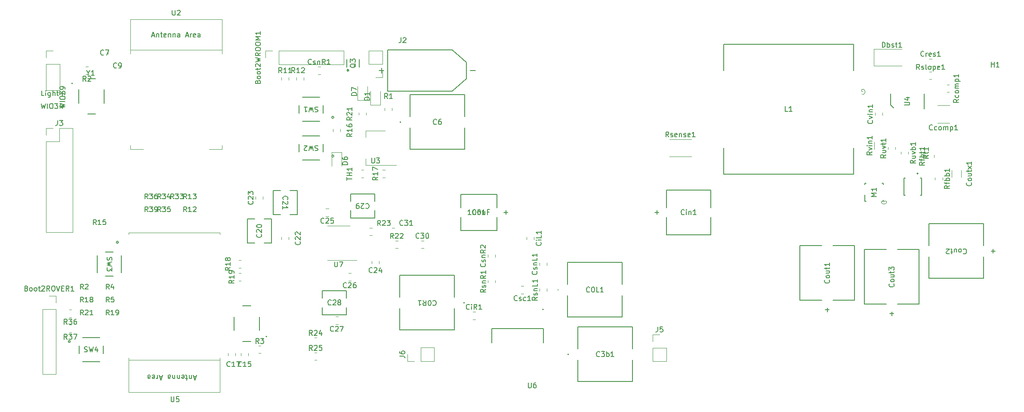
<source format=gbr>
%TF.GenerationSoftware,KiCad,Pcbnew,7.0.10*%
%TF.CreationDate,2024-02-28T12:35:52-05:00*%
%TF.ProjectId,PCB_Main_Sandbox,5043425f-4d61-4696-9e5f-53616e64626f,rev?*%
%TF.SameCoordinates,Original*%
%TF.FileFunction,Legend,Top*%
%TF.FilePolarity,Positive*%
%FSLAX46Y46*%
G04 Gerber Fmt 4.6, Leading zero omitted, Abs format (unit mm)*
G04 Created by KiCad (PCBNEW 7.0.10) date 2024-02-28 12:35:52*
%MOMM*%
%LPD*%
G01*
G04 APERTURE LIST*
%ADD10C,0.150000*%
%ADD11C,0.100000*%
%ADD12C,0.120000*%
%ADD13C,0.152400*%
%ADD14C,0.127000*%
%ADD15C,0.200000*%
G04 APERTURE END LIST*
D10*
X89808207Y-58289819D02*
X89474874Y-57813628D01*
X89236779Y-58289819D02*
X89236779Y-57289819D01*
X89236779Y-57289819D02*
X89617731Y-57289819D01*
X89617731Y-57289819D02*
X89712969Y-57337438D01*
X89712969Y-57337438D02*
X89760588Y-57385057D01*
X89760588Y-57385057D02*
X89808207Y-57480295D01*
X89808207Y-57480295D02*
X89808207Y-57623152D01*
X89808207Y-57623152D02*
X89760588Y-57718390D01*
X89760588Y-57718390D02*
X89712969Y-57766009D01*
X89712969Y-57766009D02*
X89617731Y-57813628D01*
X89617731Y-57813628D02*
X89236779Y-57813628D01*
X90665350Y-57623152D02*
X90665350Y-58289819D01*
X90427255Y-57242200D02*
X90189160Y-57956485D01*
X90189160Y-57956485D02*
X90808207Y-57956485D01*
X89808207Y-63369819D02*
X89474874Y-62893628D01*
X89236779Y-63369819D02*
X89236779Y-62369819D01*
X89236779Y-62369819D02*
X89617731Y-62369819D01*
X89617731Y-62369819D02*
X89712969Y-62417438D01*
X89712969Y-62417438D02*
X89760588Y-62465057D01*
X89760588Y-62465057D02*
X89808207Y-62560295D01*
X89808207Y-62560295D02*
X89808207Y-62703152D01*
X89808207Y-62703152D02*
X89760588Y-62798390D01*
X89760588Y-62798390D02*
X89712969Y-62846009D01*
X89712969Y-62846009D02*
X89617731Y-62893628D01*
X89617731Y-62893628D02*
X89236779Y-62893628D01*
X90760588Y-63369819D02*
X90189160Y-63369819D01*
X90474874Y-63369819D02*
X90474874Y-62369819D01*
X90474874Y-62369819D02*
X90379636Y-62512676D01*
X90379636Y-62512676D02*
X90284398Y-62607914D01*
X90284398Y-62607914D02*
X90189160Y-62655533D01*
X91236779Y-63369819D02*
X91427255Y-63369819D01*
X91427255Y-63369819D02*
X91522493Y-63322200D01*
X91522493Y-63322200D02*
X91570112Y-63274580D01*
X91570112Y-63274580D02*
X91665350Y-63131723D01*
X91665350Y-63131723D02*
X91712969Y-62941247D01*
X91712969Y-62941247D02*
X91712969Y-62560295D01*
X91712969Y-62560295D02*
X91665350Y-62465057D01*
X91665350Y-62465057D02*
X91617731Y-62417438D01*
X91617731Y-62417438D02*
X91522493Y-62369819D01*
X91522493Y-62369819D02*
X91332017Y-62369819D01*
X91332017Y-62369819D02*
X91236779Y-62417438D01*
X91236779Y-62417438D02*
X91189160Y-62465057D01*
X91189160Y-62465057D02*
X91141541Y-62560295D01*
X91141541Y-62560295D02*
X91141541Y-62798390D01*
X91141541Y-62798390D02*
X91189160Y-62893628D01*
X91189160Y-62893628D02*
X91236779Y-62941247D01*
X91236779Y-62941247D02*
X91332017Y-62988866D01*
X91332017Y-62988866D02*
X91522493Y-62988866D01*
X91522493Y-62988866D02*
X91617731Y-62941247D01*
X91617731Y-62941247D02*
X91665350Y-62893628D01*
X91665350Y-62893628D02*
X91712969Y-62798390D01*
X84728207Y-58289819D02*
X84394874Y-57813628D01*
X84156779Y-58289819D02*
X84156779Y-57289819D01*
X84156779Y-57289819D02*
X84537731Y-57289819D01*
X84537731Y-57289819D02*
X84632969Y-57337438D01*
X84632969Y-57337438D02*
X84680588Y-57385057D01*
X84680588Y-57385057D02*
X84728207Y-57480295D01*
X84728207Y-57480295D02*
X84728207Y-57623152D01*
X84728207Y-57623152D02*
X84680588Y-57718390D01*
X84680588Y-57718390D02*
X84632969Y-57766009D01*
X84632969Y-57766009D02*
X84537731Y-57813628D01*
X84537731Y-57813628D02*
X84156779Y-57813628D01*
X85109160Y-57385057D02*
X85156779Y-57337438D01*
X85156779Y-57337438D02*
X85252017Y-57289819D01*
X85252017Y-57289819D02*
X85490112Y-57289819D01*
X85490112Y-57289819D02*
X85585350Y-57337438D01*
X85585350Y-57337438D02*
X85632969Y-57385057D01*
X85632969Y-57385057D02*
X85680588Y-57480295D01*
X85680588Y-57480295D02*
X85680588Y-57575533D01*
X85680588Y-57575533D02*
X85632969Y-57718390D01*
X85632969Y-57718390D02*
X85061541Y-58289819D01*
X85061541Y-58289819D02*
X85680588Y-58289819D01*
X102508207Y-40509819D02*
X102174874Y-40033628D01*
X101936779Y-40509819D02*
X101936779Y-39509819D01*
X101936779Y-39509819D02*
X102317731Y-39509819D01*
X102317731Y-39509819D02*
X102412969Y-39557438D01*
X102412969Y-39557438D02*
X102460588Y-39605057D01*
X102460588Y-39605057D02*
X102508207Y-39700295D01*
X102508207Y-39700295D02*
X102508207Y-39843152D01*
X102508207Y-39843152D02*
X102460588Y-39938390D01*
X102460588Y-39938390D02*
X102412969Y-39986009D01*
X102412969Y-39986009D02*
X102317731Y-40033628D01*
X102317731Y-40033628D02*
X101936779Y-40033628D01*
X102841541Y-39509819D02*
X103460588Y-39509819D01*
X103460588Y-39509819D02*
X103127255Y-39890771D01*
X103127255Y-39890771D02*
X103270112Y-39890771D01*
X103270112Y-39890771D02*
X103365350Y-39938390D01*
X103365350Y-39938390D02*
X103412969Y-39986009D01*
X103412969Y-39986009D02*
X103460588Y-40081247D01*
X103460588Y-40081247D02*
X103460588Y-40319342D01*
X103460588Y-40319342D02*
X103412969Y-40414580D01*
X103412969Y-40414580D02*
X103365350Y-40462200D01*
X103365350Y-40462200D02*
X103270112Y-40509819D01*
X103270112Y-40509819D02*
X102984398Y-40509819D01*
X102984398Y-40509819D02*
X102889160Y-40462200D01*
X102889160Y-40462200D02*
X102841541Y-40414580D01*
X103793922Y-39509819D02*
X104412969Y-39509819D01*
X104412969Y-39509819D02*
X104079636Y-39890771D01*
X104079636Y-39890771D02*
X104222493Y-39890771D01*
X104222493Y-39890771D02*
X104317731Y-39938390D01*
X104317731Y-39938390D02*
X104365350Y-39986009D01*
X104365350Y-39986009D02*
X104412969Y-40081247D01*
X104412969Y-40081247D02*
X104412969Y-40319342D01*
X104412969Y-40319342D02*
X104365350Y-40414580D01*
X104365350Y-40414580D02*
X104317731Y-40462200D01*
X104317731Y-40462200D02*
X104222493Y-40509819D01*
X104222493Y-40509819D02*
X103936779Y-40509819D01*
X103936779Y-40509819D02*
X103841541Y-40462200D01*
X103841541Y-40462200D02*
X103793922Y-40414580D01*
X99968207Y-40509819D02*
X99634874Y-40033628D01*
X99396779Y-40509819D02*
X99396779Y-39509819D01*
X99396779Y-39509819D02*
X99777731Y-39509819D01*
X99777731Y-39509819D02*
X99872969Y-39557438D01*
X99872969Y-39557438D02*
X99920588Y-39605057D01*
X99920588Y-39605057D02*
X99968207Y-39700295D01*
X99968207Y-39700295D02*
X99968207Y-39843152D01*
X99968207Y-39843152D02*
X99920588Y-39938390D01*
X99920588Y-39938390D02*
X99872969Y-39986009D01*
X99872969Y-39986009D02*
X99777731Y-40033628D01*
X99777731Y-40033628D02*
X99396779Y-40033628D01*
X100301541Y-39509819D02*
X100920588Y-39509819D01*
X100920588Y-39509819D02*
X100587255Y-39890771D01*
X100587255Y-39890771D02*
X100730112Y-39890771D01*
X100730112Y-39890771D02*
X100825350Y-39938390D01*
X100825350Y-39938390D02*
X100872969Y-39986009D01*
X100872969Y-39986009D02*
X100920588Y-40081247D01*
X100920588Y-40081247D02*
X100920588Y-40319342D01*
X100920588Y-40319342D02*
X100872969Y-40414580D01*
X100872969Y-40414580D02*
X100825350Y-40462200D01*
X100825350Y-40462200D02*
X100730112Y-40509819D01*
X100730112Y-40509819D02*
X100444398Y-40509819D01*
X100444398Y-40509819D02*
X100349160Y-40462200D01*
X100349160Y-40462200D02*
X100301541Y-40414580D01*
X101777731Y-39843152D02*
X101777731Y-40509819D01*
X101539636Y-39462200D02*
X101301541Y-40176485D01*
X101301541Y-40176485D02*
X101920588Y-40176485D01*
X97428207Y-43049819D02*
X97094874Y-42573628D01*
X96856779Y-43049819D02*
X96856779Y-42049819D01*
X96856779Y-42049819D02*
X97237731Y-42049819D01*
X97237731Y-42049819D02*
X97332969Y-42097438D01*
X97332969Y-42097438D02*
X97380588Y-42145057D01*
X97380588Y-42145057D02*
X97428207Y-42240295D01*
X97428207Y-42240295D02*
X97428207Y-42383152D01*
X97428207Y-42383152D02*
X97380588Y-42478390D01*
X97380588Y-42478390D02*
X97332969Y-42526009D01*
X97332969Y-42526009D02*
X97237731Y-42573628D01*
X97237731Y-42573628D02*
X96856779Y-42573628D01*
X97761541Y-42049819D02*
X98380588Y-42049819D01*
X98380588Y-42049819D02*
X98047255Y-42430771D01*
X98047255Y-42430771D02*
X98190112Y-42430771D01*
X98190112Y-42430771D02*
X98285350Y-42478390D01*
X98285350Y-42478390D02*
X98332969Y-42526009D01*
X98332969Y-42526009D02*
X98380588Y-42621247D01*
X98380588Y-42621247D02*
X98380588Y-42859342D01*
X98380588Y-42859342D02*
X98332969Y-42954580D01*
X98332969Y-42954580D02*
X98285350Y-43002200D01*
X98285350Y-43002200D02*
X98190112Y-43049819D01*
X98190112Y-43049819D02*
X97904398Y-43049819D01*
X97904398Y-43049819D02*
X97809160Y-43002200D01*
X97809160Y-43002200D02*
X97761541Y-42954580D01*
X98856779Y-43049819D02*
X99047255Y-43049819D01*
X99047255Y-43049819D02*
X99142493Y-43002200D01*
X99142493Y-43002200D02*
X99190112Y-42954580D01*
X99190112Y-42954580D02*
X99285350Y-42811723D01*
X99285350Y-42811723D02*
X99332969Y-42621247D01*
X99332969Y-42621247D02*
X99332969Y-42240295D01*
X99332969Y-42240295D02*
X99285350Y-42145057D01*
X99285350Y-42145057D02*
X99237731Y-42097438D01*
X99237731Y-42097438D02*
X99142493Y-42049819D01*
X99142493Y-42049819D02*
X98952017Y-42049819D01*
X98952017Y-42049819D02*
X98856779Y-42097438D01*
X98856779Y-42097438D02*
X98809160Y-42145057D01*
X98809160Y-42145057D02*
X98761541Y-42240295D01*
X98761541Y-42240295D02*
X98761541Y-42478390D01*
X98761541Y-42478390D02*
X98809160Y-42573628D01*
X98809160Y-42573628D02*
X98856779Y-42621247D01*
X98856779Y-42621247D02*
X98952017Y-42668866D01*
X98952017Y-42668866D02*
X99142493Y-42668866D01*
X99142493Y-42668866D02*
X99237731Y-42621247D01*
X99237731Y-42621247D02*
X99285350Y-42573628D01*
X99285350Y-42573628D02*
X99332969Y-42478390D01*
X105048207Y-40509819D02*
X104714874Y-40033628D01*
X104476779Y-40509819D02*
X104476779Y-39509819D01*
X104476779Y-39509819D02*
X104857731Y-39509819D01*
X104857731Y-39509819D02*
X104952969Y-39557438D01*
X104952969Y-39557438D02*
X105000588Y-39605057D01*
X105000588Y-39605057D02*
X105048207Y-39700295D01*
X105048207Y-39700295D02*
X105048207Y-39843152D01*
X105048207Y-39843152D02*
X105000588Y-39938390D01*
X105000588Y-39938390D02*
X104952969Y-39986009D01*
X104952969Y-39986009D02*
X104857731Y-40033628D01*
X104857731Y-40033628D02*
X104476779Y-40033628D01*
X106000588Y-40509819D02*
X105429160Y-40509819D01*
X105714874Y-40509819D02*
X105714874Y-39509819D01*
X105714874Y-39509819D02*
X105619636Y-39652676D01*
X105619636Y-39652676D02*
X105524398Y-39747914D01*
X105524398Y-39747914D02*
X105429160Y-39795533D01*
X106333922Y-39509819D02*
X106952969Y-39509819D01*
X106952969Y-39509819D02*
X106619636Y-39890771D01*
X106619636Y-39890771D02*
X106762493Y-39890771D01*
X106762493Y-39890771D02*
X106857731Y-39938390D01*
X106857731Y-39938390D02*
X106905350Y-39986009D01*
X106905350Y-39986009D02*
X106952969Y-40081247D01*
X106952969Y-40081247D02*
X106952969Y-40319342D01*
X106952969Y-40319342D02*
X106905350Y-40414580D01*
X106905350Y-40414580D02*
X106857731Y-40462200D01*
X106857731Y-40462200D02*
X106762493Y-40509819D01*
X106762493Y-40509819D02*
X106476779Y-40509819D01*
X106476779Y-40509819D02*
X106381541Y-40462200D01*
X106381541Y-40462200D02*
X106333922Y-40414580D01*
X89808207Y-60829819D02*
X89474874Y-60353628D01*
X89236779Y-60829819D02*
X89236779Y-59829819D01*
X89236779Y-59829819D02*
X89617731Y-59829819D01*
X89617731Y-59829819D02*
X89712969Y-59877438D01*
X89712969Y-59877438D02*
X89760588Y-59925057D01*
X89760588Y-59925057D02*
X89808207Y-60020295D01*
X89808207Y-60020295D02*
X89808207Y-60163152D01*
X89808207Y-60163152D02*
X89760588Y-60258390D01*
X89760588Y-60258390D02*
X89712969Y-60306009D01*
X89712969Y-60306009D02*
X89617731Y-60353628D01*
X89617731Y-60353628D02*
X89236779Y-60353628D01*
X90712969Y-59829819D02*
X90236779Y-59829819D01*
X90236779Y-59829819D02*
X90189160Y-60306009D01*
X90189160Y-60306009D02*
X90236779Y-60258390D01*
X90236779Y-60258390D02*
X90332017Y-60210771D01*
X90332017Y-60210771D02*
X90570112Y-60210771D01*
X90570112Y-60210771D02*
X90665350Y-60258390D01*
X90665350Y-60258390D02*
X90712969Y-60306009D01*
X90712969Y-60306009D02*
X90760588Y-60401247D01*
X90760588Y-60401247D02*
X90760588Y-60639342D01*
X90760588Y-60639342D02*
X90712969Y-60734580D01*
X90712969Y-60734580D02*
X90665350Y-60782200D01*
X90665350Y-60782200D02*
X90570112Y-60829819D01*
X90570112Y-60829819D02*
X90332017Y-60829819D01*
X90332017Y-60829819D02*
X90236779Y-60782200D01*
X90236779Y-60782200D02*
X90189160Y-60734580D01*
X99968207Y-43049819D02*
X99634874Y-42573628D01*
X99396779Y-43049819D02*
X99396779Y-42049819D01*
X99396779Y-42049819D02*
X99777731Y-42049819D01*
X99777731Y-42049819D02*
X99872969Y-42097438D01*
X99872969Y-42097438D02*
X99920588Y-42145057D01*
X99920588Y-42145057D02*
X99968207Y-42240295D01*
X99968207Y-42240295D02*
X99968207Y-42383152D01*
X99968207Y-42383152D02*
X99920588Y-42478390D01*
X99920588Y-42478390D02*
X99872969Y-42526009D01*
X99872969Y-42526009D02*
X99777731Y-42573628D01*
X99777731Y-42573628D02*
X99396779Y-42573628D01*
X100301541Y-42049819D02*
X100920588Y-42049819D01*
X100920588Y-42049819D02*
X100587255Y-42430771D01*
X100587255Y-42430771D02*
X100730112Y-42430771D01*
X100730112Y-42430771D02*
X100825350Y-42478390D01*
X100825350Y-42478390D02*
X100872969Y-42526009D01*
X100872969Y-42526009D02*
X100920588Y-42621247D01*
X100920588Y-42621247D02*
X100920588Y-42859342D01*
X100920588Y-42859342D02*
X100872969Y-42954580D01*
X100872969Y-42954580D02*
X100825350Y-43002200D01*
X100825350Y-43002200D02*
X100730112Y-43049819D01*
X100730112Y-43049819D02*
X100444398Y-43049819D01*
X100444398Y-43049819D02*
X100349160Y-43002200D01*
X100349160Y-43002200D02*
X100301541Y-42954580D01*
X101825350Y-42049819D02*
X101349160Y-42049819D01*
X101349160Y-42049819D02*
X101301541Y-42526009D01*
X101301541Y-42526009D02*
X101349160Y-42478390D01*
X101349160Y-42478390D02*
X101444398Y-42430771D01*
X101444398Y-42430771D02*
X101682493Y-42430771D01*
X101682493Y-42430771D02*
X101777731Y-42478390D01*
X101777731Y-42478390D02*
X101825350Y-42526009D01*
X101825350Y-42526009D02*
X101872969Y-42621247D01*
X101872969Y-42621247D02*
X101872969Y-42859342D01*
X101872969Y-42859342D02*
X101825350Y-42954580D01*
X101825350Y-42954580D02*
X101777731Y-43002200D01*
X101777731Y-43002200D02*
X101682493Y-43049819D01*
X101682493Y-43049819D02*
X101444398Y-43049819D01*
X101444398Y-43049819D02*
X101349160Y-43002200D01*
X101349160Y-43002200D02*
X101301541Y-42954580D01*
X77012969Y-20189819D02*
X76536779Y-20189819D01*
X76536779Y-20189819D02*
X76536779Y-19189819D01*
X77346303Y-20189819D02*
X77346303Y-19523152D01*
X77346303Y-19189819D02*
X77298684Y-19237438D01*
X77298684Y-19237438D02*
X77346303Y-19285057D01*
X77346303Y-19285057D02*
X77393922Y-19237438D01*
X77393922Y-19237438D02*
X77346303Y-19189819D01*
X77346303Y-19189819D02*
X77346303Y-19285057D01*
X78251064Y-19523152D02*
X78251064Y-20332676D01*
X78251064Y-20332676D02*
X78203445Y-20427914D01*
X78203445Y-20427914D02*
X78155826Y-20475533D01*
X78155826Y-20475533D02*
X78060588Y-20523152D01*
X78060588Y-20523152D02*
X77917731Y-20523152D01*
X77917731Y-20523152D02*
X77822493Y-20475533D01*
X78251064Y-20142200D02*
X78155826Y-20189819D01*
X78155826Y-20189819D02*
X77965350Y-20189819D01*
X77965350Y-20189819D02*
X77870112Y-20142200D01*
X77870112Y-20142200D02*
X77822493Y-20094580D01*
X77822493Y-20094580D02*
X77774874Y-19999342D01*
X77774874Y-19999342D02*
X77774874Y-19713628D01*
X77774874Y-19713628D02*
X77822493Y-19618390D01*
X77822493Y-19618390D02*
X77870112Y-19570771D01*
X77870112Y-19570771D02*
X77965350Y-19523152D01*
X77965350Y-19523152D02*
X78155826Y-19523152D01*
X78155826Y-19523152D02*
X78251064Y-19570771D01*
X78727255Y-20189819D02*
X78727255Y-19189819D01*
X79155826Y-20189819D02*
X79155826Y-19666009D01*
X79155826Y-19666009D02*
X79108207Y-19570771D01*
X79108207Y-19570771D02*
X79012969Y-19523152D01*
X79012969Y-19523152D02*
X78870112Y-19523152D01*
X78870112Y-19523152D02*
X78774874Y-19570771D01*
X78774874Y-19570771D02*
X78727255Y-19618390D01*
X79489160Y-19523152D02*
X79870112Y-19523152D01*
X79632017Y-19189819D02*
X79632017Y-20046961D01*
X79632017Y-20046961D02*
X79679636Y-20142200D01*
X79679636Y-20142200D02*
X79774874Y-20189819D01*
X79774874Y-20189819D02*
X79870112Y-20189819D01*
X80203446Y-19808866D02*
X80965351Y-19808866D01*
X80584398Y-20189819D02*
X80584398Y-19427914D01*
X84728207Y-60829819D02*
X84394874Y-60353628D01*
X84156779Y-60829819D02*
X84156779Y-59829819D01*
X84156779Y-59829819D02*
X84537731Y-59829819D01*
X84537731Y-59829819D02*
X84632969Y-59877438D01*
X84632969Y-59877438D02*
X84680588Y-59925057D01*
X84680588Y-59925057D02*
X84728207Y-60020295D01*
X84728207Y-60020295D02*
X84728207Y-60163152D01*
X84728207Y-60163152D02*
X84680588Y-60258390D01*
X84680588Y-60258390D02*
X84632969Y-60306009D01*
X84632969Y-60306009D02*
X84537731Y-60353628D01*
X84537731Y-60353628D02*
X84156779Y-60353628D01*
X85680588Y-60829819D02*
X85109160Y-60829819D01*
X85394874Y-60829819D02*
X85394874Y-59829819D01*
X85394874Y-59829819D02*
X85299636Y-59972676D01*
X85299636Y-59972676D02*
X85204398Y-60067914D01*
X85204398Y-60067914D02*
X85109160Y-60115533D01*
X86252017Y-60258390D02*
X86156779Y-60210771D01*
X86156779Y-60210771D02*
X86109160Y-60163152D01*
X86109160Y-60163152D02*
X86061541Y-60067914D01*
X86061541Y-60067914D02*
X86061541Y-60020295D01*
X86061541Y-60020295D02*
X86109160Y-59925057D01*
X86109160Y-59925057D02*
X86156779Y-59877438D01*
X86156779Y-59877438D02*
X86252017Y-59829819D01*
X86252017Y-59829819D02*
X86442493Y-59829819D01*
X86442493Y-59829819D02*
X86537731Y-59877438D01*
X86537731Y-59877438D02*
X86585350Y-59925057D01*
X86585350Y-59925057D02*
X86632969Y-60020295D01*
X86632969Y-60020295D02*
X86632969Y-60067914D01*
X86632969Y-60067914D02*
X86585350Y-60163152D01*
X86585350Y-60163152D02*
X86537731Y-60210771D01*
X86537731Y-60210771D02*
X86442493Y-60258390D01*
X86442493Y-60258390D02*
X86252017Y-60258390D01*
X86252017Y-60258390D02*
X86156779Y-60306009D01*
X86156779Y-60306009D02*
X86109160Y-60353628D01*
X86109160Y-60353628D02*
X86061541Y-60448866D01*
X86061541Y-60448866D02*
X86061541Y-60639342D01*
X86061541Y-60639342D02*
X86109160Y-60734580D01*
X86109160Y-60734580D02*
X86156779Y-60782200D01*
X86156779Y-60782200D02*
X86252017Y-60829819D01*
X86252017Y-60829819D02*
X86442493Y-60829819D01*
X86442493Y-60829819D02*
X86537731Y-60782200D01*
X86537731Y-60782200D02*
X86585350Y-60734580D01*
X86585350Y-60734580D02*
X86632969Y-60639342D01*
X86632969Y-60639342D02*
X86632969Y-60448866D01*
X86632969Y-60448866D02*
X86585350Y-60353628D01*
X86585350Y-60353628D02*
X86537731Y-60306009D01*
X86537731Y-60306009D02*
X86442493Y-60258390D01*
X76441541Y-21729819D02*
X76679636Y-22729819D01*
X76679636Y-22729819D02*
X76870112Y-22015533D01*
X76870112Y-22015533D02*
X77060588Y-22729819D01*
X77060588Y-22729819D02*
X77298684Y-21729819D01*
X77679636Y-22729819D02*
X77679636Y-21729819D01*
X78346302Y-21729819D02*
X78536778Y-21729819D01*
X78536778Y-21729819D02*
X78632016Y-21777438D01*
X78632016Y-21777438D02*
X78727254Y-21872676D01*
X78727254Y-21872676D02*
X78774873Y-22063152D01*
X78774873Y-22063152D02*
X78774873Y-22396485D01*
X78774873Y-22396485D02*
X78727254Y-22586961D01*
X78727254Y-22586961D02*
X78632016Y-22682200D01*
X78632016Y-22682200D02*
X78536778Y-22729819D01*
X78536778Y-22729819D02*
X78346302Y-22729819D01*
X78346302Y-22729819D02*
X78251064Y-22682200D01*
X78251064Y-22682200D02*
X78155826Y-22586961D01*
X78155826Y-22586961D02*
X78108207Y-22396485D01*
X78108207Y-22396485D02*
X78108207Y-22063152D01*
X78108207Y-22063152D02*
X78155826Y-21872676D01*
X78155826Y-21872676D02*
X78251064Y-21777438D01*
X78251064Y-21777438D02*
X78346302Y-21729819D01*
X79108207Y-21729819D02*
X79727254Y-21729819D01*
X79727254Y-21729819D02*
X79393921Y-22110771D01*
X79393921Y-22110771D02*
X79536778Y-22110771D01*
X79536778Y-22110771D02*
X79632016Y-22158390D01*
X79632016Y-22158390D02*
X79679635Y-22206009D01*
X79679635Y-22206009D02*
X79727254Y-22301247D01*
X79727254Y-22301247D02*
X79727254Y-22539342D01*
X79727254Y-22539342D02*
X79679635Y-22634580D01*
X79679635Y-22634580D02*
X79632016Y-22682200D01*
X79632016Y-22682200D02*
X79536778Y-22729819D01*
X79536778Y-22729819D02*
X79251064Y-22729819D01*
X79251064Y-22729819D02*
X79155826Y-22682200D01*
X79155826Y-22682200D02*
X79108207Y-22634580D01*
X80584397Y-22063152D02*
X80584397Y-22729819D01*
X80346302Y-21682200D02*
X80108207Y-22396485D01*
X80108207Y-22396485D02*
X80727254Y-22396485D01*
X87268207Y-45589819D02*
X86934874Y-45113628D01*
X86696779Y-45589819D02*
X86696779Y-44589819D01*
X86696779Y-44589819D02*
X87077731Y-44589819D01*
X87077731Y-44589819D02*
X87172969Y-44637438D01*
X87172969Y-44637438D02*
X87220588Y-44685057D01*
X87220588Y-44685057D02*
X87268207Y-44780295D01*
X87268207Y-44780295D02*
X87268207Y-44923152D01*
X87268207Y-44923152D02*
X87220588Y-45018390D01*
X87220588Y-45018390D02*
X87172969Y-45066009D01*
X87172969Y-45066009D02*
X87077731Y-45113628D01*
X87077731Y-45113628D02*
X86696779Y-45113628D01*
X88220588Y-45589819D02*
X87649160Y-45589819D01*
X87934874Y-45589819D02*
X87934874Y-44589819D01*
X87934874Y-44589819D02*
X87839636Y-44732676D01*
X87839636Y-44732676D02*
X87744398Y-44827914D01*
X87744398Y-44827914D02*
X87649160Y-44875533D01*
X89125350Y-44589819D02*
X88649160Y-44589819D01*
X88649160Y-44589819D02*
X88601541Y-45066009D01*
X88601541Y-45066009D02*
X88649160Y-45018390D01*
X88649160Y-45018390D02*
X88744398Y-44970771D01*
X88744398Y-44970771D02*
X88982493Y-44970771D01*
X88982493Y-44970771D02*
X89077731Y-45018390D01*
X89077731Y-45018390D02*
X89125350Y-45066009D01*
X89125350Y-45066009D02*
X89172969Y-45161247D01*
X89172969Y-45161247D02*
X89172969Y-45399342D01*
X89172969Y-45399342D02*
X89125350Y-45494580D01*
X89125350Y-45494580D02*
X89077731Y-45542200D01*
X89077731Y-45542200D02*
X88982493Y-45589819D01*
X88982493Y-45589819D02*
X88744398Y-45589819D01*
X88744398Y-45589819D02*
X88649160Y-45542200D01*
X88649160Y-45542200D02*
X88601541Y-45494580D01*
X105048207Y-43049819D02*
X104714874Y-42573628D01*
X104476779Y-43049819D02*
X104476779Y-42049819D01*
X104476779Y-42049819D02*
X104857731Y-42049819D01*
X104857731Y-42049819D02*
X104952969Y-42097438D01*
X104952969Y-42097438D02*
X105000588Y-42145057D01*
X105000588Y-42145057D02*
X105048207Y-42240295D01*
X105048207Y-42240295D02*
X105048207Y-42383152D01*
X105048207Y-42383152D02*
X105000588Y-42478390D01*
X105000588Y-42478390D02*
X104952969Y-42526009D01*
X104952969Y-42526009D02*
X104857731Y-42573628D01*
X104857731Y-42573628D02*
X104476779Y-42573628D01*
X106000588Y-43049819D02*
X105429160Y-43049819D01*
X105714874Y-43049819D02*
X105714874Y-42049819D01*
X105714874Y-42049819D02*
X105619636Y-42192676D01*
X105619636Y-42192676D02*
X105524398Y-42287914D01*
X105524398Y-42287914D02*
X105429160Y-42335533D01*
X106381541Y-42145057D02*
X106429160Y-42097438D01*
X106429160Y-42097438D02*
X106524398Y-42049819D01*
X106524398Y-42049819D02*
X106762493Y-42049819D01*
X106762493Y-42049819D02*
X106857731Y-42097438D01*
X106857731Y-42097438D02*
X106905350Y-42145057D01*
X106905350Y-42145057D02*
X106952969Y-42240295D01*
X106952969Y-42240295D02*
X106952969Y-42335533D01*
X106952969Y-42335533D02*
X106905350Y-42478390D01*
X106905350Y-42478390D02*
X106333922Y-43049819D01*
X106333922Y-43049819D02*
X106952969Y-43049819D01*
X80149819Y-22618458D02*
X81149819Y-22380363D01*
X81149819Y-22380363D02*
X80435533Y-22189887D01*
X80435533Y-22189887D02*
X81149819Y-21999411D01*
X81149819Y-21999411D02*
X80149819Y-21761316D01*
X81149819Y-21380363D02*
X80149819Y-21380363D01*
X80149819Y-20713697D02*
X80149819Y-20523221D01*
X80149819Y-20523221D02*
X80197438Y-20427983D01*
X80197438Y-20427983D02*
X80292676Y-20332745D01*
X80292676Y-20332745D02*
X80483152Y-20285126D01*
X80483152Y-20285126D02*
X80816485Y-20285126D01*
X80816485Y-20285126D02*
X81006961Y-20332745D01*
X81006961Y-20332745D02*
X81102200Y-20427983D01*
X81102200Y-20427983D02*
X81149819Y-20523221D01*
X81149819Y-20523221D02*
X81149819Y-20713697D01*
X81149819Y-20713697D02*
X81102200Y-20808935D01*
X81102200Y-20808935D02*
X81006961Y-20904173D01*
X81006961Y-20904173D02*
X80816485Y-20951792D01*
X80816485Y-20951792D02*
X80483152Y-20951792D01*
X80483152Y-20951792D02*
X80292676Y-20904173D01*
X80292676Y-20904173D02*
X80197438Y-20808935D01*
X80197438Y-20808935D02*
X80149819Y-20713697D01*
X80149819Y-19951792D02*
X80149819Y-19332745D01*
X80149819Y-19332745D02*
X80530771Y-19666078D01*
X80530771Y-19666078D02*
X80530771Y-19523221D01*
X80530771Y-19523221D02*
X80578390Y-19427983D01*
X80578390Y-19427983D02*
X80626009Y-19380364D01*
X80626009Y-19380364D02*
X80721247Y-19332745D01*
X80721247Y-19332745D02*
X80959342Y-19332745D01*
X80959342Y-19332745D02*
X81054580Y-19380364D01*
X81054580Y-19380364D02*
X81102200Y-19427983D01*
X81102200Y-19427983D02*
X81149819Y-19523221D01*
X81149819Y-19523221D02*
X81149819Y-19808935D01*
X81149819Y-19808935D02*
X81102200Y-19904173D01*
X81102200Y-19904173D02*
X81054580Y-19951792D01*
X81149819Y-18856554D02*
X81149819Y-18666078D01*
X81149819Y-18666078D02*
X81102200Y-18570840D01*
X81102200Y-18570840D02*
X81054580Y-18523221D01*
X81054580Y-18523221D02*
X80911723Y-18427983D01*
X80911723Y-18427983D02*
X80721247Y-18380364D01*
X80721247Y-18380364D02*
X80340295Y-18380364D01*
X80340295Y-18380364D02*
X80245057Y-18427983D01*
X80245057Y-18427983D02*
X80197438Y-18475602D01*
X80197438Y-18475602D02*
X80149819Y-18570840D01*
X80149819Y-18570840D02*
X80149819Y-18761316D01*
X80149819Y-18761316D02*
X80197438Y-18856554D01*
X80197438Y-18856554D02*
X80245057Y-18904173D01*
X80245057Y-18904173D02*
X80340295Y-18951792D01*
X80340295Y-18951792D02*
X80578390Y-18951792D01*
X80578390Y-18951792D02*
X80673628Y-18904173D01*
X80673628Y-18904173D02*
X80721247Y-18856554D01*
X80721247Y-18856554D02*
X80768866Y-18761316D01*
X80768866Y-18761316D02*
X80768866Y-18570840D01*
X80768866Y-18570840D02*
X80721247Y-18475602D01*
X80721247Y-18475602D02*
X80673628Y-18427983D01*
X80673628Y-18427983D02*
X80578390Y-18380364D01*
X97428207Y-40509819D02*
X97094874Y-40033628D01*
X96856779Y-40509819D02*
X96856779Y-39509819D01*
X96856779Y-39509819D02*
X97237731Y-39509819D01*
X97237731Y-39509819D02*
X97332969Y-39557438D01*
X97332969Y-39557438D02*
X97380588Y-39605057D01*
X97380588Y-39605057D02*
X97428207Y-39700295D01*
X97428207Y-39700295D02*
X97428207Y-39843152D01*
X97428207Y-39843152D02*
X97380588Y-39938390D01*
X97380588Y-39938390D02*
X97332969Y-39986009D01*
X97332969Y-39986009D02*
X97237731Y-40033628D01*
X97237731Y-40033628D02*
X96856779Y-40033628D01*
X97761541Y-39509819D02*
X98380588Y-39509819D01*
X98380588Y-39509819D02*
X98047255Y-39890771D01*
X98047255Y-39890771D02*
X98190112Y-39890771D01*
X98190112Y-39890771D02*
X98285350Y-39938390D01*
X98285350Y-39938390D02*
X98332969Y-39986009D01*
X98332969Y-39986009D02*
X98380588Y-40081247D01*
X98380588Y-40081247D02*
X98380588Y-40319342D01*
X98380588Y-40319342D02*
X98332969Y-40414580D01*
X98332969Y-40414580D02*
X98285350Y-40462200D01*
X98285350Y-40462200D02*
X98190112Y-40509819D01*
X98190112Y-40509819D02*
X97904398Y-40509819D01*
X97904398Y-40509819D02*
X97809160Y-40462200D01*
X97809160Y-40462200D02*
X97761541Y-40414580D01*
X99237731Y-39509819D02*
X99047255Y-39509819D01*
X99047255Y-39509819D02*
X98952017Y-39557438D01*
X98952017Y-39557438D02*
X98904398Y-39605057D01*
X98904398Y-39605057D02*
X98809160Y-39747914D01*
X98809160Y-39747914D02*
X98761541Y-39938390D01*
X98761541Y-39938390D02*
X98761541Y-40319342D01*
X98761541Y-40319342D02*
X98809160Y-40414580D01*
X98809160Y-40414580D02*
X98856779Y-40462200D01*
X98856779Y-40462200D02*
X98952017Y-40509819D01*
X98952017Y-40509819D02*
X99142493Y-40509819D01*
X99142493Y-40509819D02*
X99237731Y-40462200D01*
X99237731Y-40462200D02*
X99285350Y-40414580D01*
X99285350Y-40414580D02*
X99332969Y-40319342D01*
X99332969Y-40319342D02*
X99332969Y-40081247D01*
X99332969Y-40081247D02*
X99285350Y-39986009D01*
X99285350Y-39986009D02*
X99237731Y-39938390D01*
X99237731Y-39938390D02*
X99142493Y-39890771D01*
X99142493Y-39890771D02*
X98952017Y-39890771D01*
X98952017Y-39890771D02*
X98856779Y-39938390D01*
X98856779Y-39938390D02*
X98809160Y-39986009D01*
X98809160Y-39986009D02*
X98761541Y-40081247D01*
X84728207Y-63369819D02*
X84394874Y-62893628D01*
X84156779Y-63369819D02*
X84156779Y-62369819D01*
X84156779Y-62369819D02*
X84537731Y-62369819D01*
X84537731Y-62369819D02*
X84632969Y-62417438D01*
X84632969Y-62417438D02*
X84680588Y-62465057D01*
X84680588Y-62465057D02*
X84728207Y-62560295D01*
X84728207Y-62560295D02*
X84728207Y-62703152D01*
X84728207Y-62703152D02*
X84680588Y-62798390D01*
X84680588Y-62798390D02*
X84632969Y-62846009D01*
X84632969Y-62846009D02*
X84537731Y-62893628D01*
X84537731Y-62893628D02*
X84156779Y-62893628D01*
X85109160Y-62465057D02*
X85156779Y-62417438D01*
X85156779Y-62417438D02*
X85252017Y-62369819D01*
X85252017Y-62369819D02*
X85490112Y-62369819D01*
X85490112Y-62369819D02*
X85585350Y-62417438D01*
X85585350Y-62417438D02*
X85632969Y-62465057D01*
X85632969Y-62465057D02*
X85680588Y-62560295D01*
X85680588Y-62560295D02*
X85680588Y-62655533D01*
X85680588Y-62655533D02*
X85632969Y-62798390D01*
X85632969Y-62798390D02*
X85061541Y-63369819D01*
X85061541Y-63369819D02*
X85680588Y-63369819D01*
X86632969Y-63369819D02*
X86061541Y-63369819D01*
X86347255Y-63369819D02*
X86347255Y-62369819D01*
X86347255Y-62369819D02*
X86252017Y-62512676D01*
X86252017Y-62512676D02*
X86156779Y-62607914D01*
X86156779Y-62607914D02*
X86061541Y-62655533D01*
X119081009Y-17461904D02*
X119128628Y-17319047D01*
X119128628Y-17319047D02*
X119176247Y-17271428D01*
X119176247Y-17271428D02*
X119271485Y-17223809D01*
X119271485Y-17223809D02*
X119414342Y-17223809D01*
X119414342Y-17223809D02*
X119509580Y-17271428D01*
X119509580Y-17271428D02*
X119557200Y-17319047D01*
X119557200Y-17319047D02*
X119604819Y-17414285D01*
X119604819Y-17414285D02*
X119604819Y-17795237D01*
X119604819Y-17795237D02*
X118604819Y-17795237D01*
X118604819Y-17795237D02*
X118604819Y-17461904D01*
X118604819Y-17461904D02*
X118652438Y-17366666D01*
X118652438Y-17366666D02*
X118700057Y-17319047D01*
X118700057Y-17319047D02*
X118795295Y-17271428D01*
X118795295Y-17271428D02*
X118890533Y-17271428D01*
X118890533Y-17271428D02*
X118985771Y-17319047D01*
X118985771Y-17319047D02*
X119033390Y-17366666D01*
X119033390Y-17366666D02*
X119081009Y-17461904D01*
X119081009Y-17461904D02*
X119081009Y-17795237D01*
X119604819Y-16652380D02*
X119557200Y-16747618D01*
X119557200Y-16747618D02*
X119509580Y-16795237D01*
X119509580Y-16795237D02*
X119414342Y-16842856D01*
X119414342Y-16842856D02*
X119128628Y-16842856D01*
X119128628Y-16842856D02*
X119033390Y-16795237D01*
X119033390Y-16795237D02*
X118985771Y-16747618D01*
X118985771Y-16747618D02*
X118938152Y-16652380D01*
X118938152Y-16652380D02*
X118938152Y-16509523D01*
X118938152Y-16509523D02*
X118985771Y-16414285D01*
X118985771Y-16414285D02*
X119033390Y-16366666D01*
X119033390Y-16366666D02*
X119128628Y-16319047D01*
X119128628Y-16319047D02*
X119414342Y-16319047D01*
X119414342Y-16319047D02*
X119509580Y-16366666D01*
X119509580Y-16366666D02*
X119557200Y-16414285D01*
X119557200Y-16414285D02*
X119604819Y-16509523D01*
X119604819Y-16509523D02*
X119604819Y-16652380D01*
X119604819Y-15747618D02*
X119557200Y-15842856D01*
X119557200Y-15842856D02*
X119509580Y-15890475D01*
X119509580Y-15890475D02*
X119414342Y-15938094D01*
X119414342Y-15938094D02*
X119128628Y-15938094D01*
X119128628Y-15938094D02*
X119033390Y-15890475D01*
X119033390Y-15890475D02*
X118985771Y-15842856D01*
X118985771Y-15842856D02*
X118938152Y-15747618D01*
X118938152Y-15747618D02*
X118938152Y-15604761D01*
X118938152Y-15604761D02*
X118985771Y-15509523D01*
X118985771Y-15509523D02*
X119033390Y-15461904D01*
X119033390Y-15461904D02*
X119128628Y-15414285D01*
X119128628Y-15414285D02*
X119414342Y-15414285D01*
X119414342Y-15414285D02*
X119509580Y-15461904D01*
X119509580Y-15461904D02*
X119557200Y-15509523D01*
X119557200Y-15509523D02*
X119604819Y-15604761D01*
X119604819Y-15604761D02*
X119604819Y-15747618D01*
X118938152Y-15128570D02*
X118938152Y-14747618D01*
X118604819Y-14985713D02*
X119461961Y-14985713D01*
X119461961Y-14985713D02*
X119557200Y-14938094D01*
X119557200Y-14938094D02*
X119604819Y-14842856D01*
X119604819Y-14842856D02*
X119604819Y-14747618D01*
X118700057Y-14461903D02*
X118652438Y-14414284D01*
X118652438Y-14414284D02*
X118604819Y-14319046D01*
X118604819Y-14319046D02*
X118604819Y-14080951D01*
X118604819Y-14080951D02*
X118652438Y-13985713D01*
X118652438Y-13985713D02*
X118700057Y-13938094D01*
X118700057Y-13938094D02*
X118795295Y-13890475D01*
X118795295Y-13890475D02*
X118890533Y-13890475D01*
X118890533Y-13890475D02*
X119033390Y-13938094D01*
X119033390Y-13938094D02*
X119604819Y-14509522D01*
X119604819Y-14509522D02*
X119604819Y-13890475D01*
X118604819Y-13557141D02*
X119604819Y-13319046D01*
X119604819Y-13319046D02*
X118890533Y-13128570D01*
X118890533Y-13128570D02*
X119604819Y-12938094D01*
X119604819Y-12938094D02*
X118604819Y-12699999D01*
X119604819Y-11747618D02*
X119128628Y-12080951D01*
X119604819Y-12319046D02*
X118604819Y-12319046D01*
X118604819Y-12319046D02*
X118604819Y-11938094D01*
X118604819Y-11938094D02*
X118652438Y-11842856D01*
X118652438Y-11842856D02*
X118700057Y-11795237D01*
X118700057Y-11795237D02*
X118795295Y-11747618D01*
X118795295Y-11747618D02*
X118938152Y-11747618D01*
X118938152Y-11747618D02*
X119033390Y-11795237D01*
X119033390Y-11795237D02*
X119081009Y-11842856D01*
X119081009Y-11842856D02*
X119128628Y-11938094D01*
X119128628Y-11938094D02*
X119128628Y-12319046D01*
X118604819Y-11128570D02*
X118604819Y-10938094D01*
X118604819Y-10938094D02*
X118652438Y-10842856D01*
X118652438Y-10842856D02*
X118747676Y-10747618D01*
X118747676Y-10747618D02*
X118938152Y-10699999D01*
X118938152Y-10699999D02*
X119271485Y-10699999D01*
X119271485Y-10699999D02*
X119461961Y-10747618D01*
X119461961Y-10747618D02*
X119557200Y-10842856D01*
X119557200Y-10842856D02*
X119604819Y-10938094D01*
X119604819Y-10938094D02*
X119604819Y-11128570D01*
X119604819Y-11128570D02*
X119557200Y-11223808D01*
X119557200Y-11223808D02*
X119461961Y-11319046D01*
X119461961Y-11319046D02*
X119271485Y-11366665D01*
X119271485Y-11366665D02*
X118938152Y-11366665D01*
X118938152Y-11366665D02*
X118747676Y-11319046D01*
X118747676Y-11319046D02*
X118652438Y-11223808D01*
X118652438Y-11223808D02*
X118604819Y-11128570D01*
X118604819Y-10080951D02*
X118604819Y-9890475D01*
X118604819Y-9890475D02*
X118652438Y-9795237D01*
X118652438Y-9795237D02*
X118747676Y-9699999D01*
X118747676Y-9699999D02*
X118938152Y-9652380D01*
X118938152Y-9652380D02*
X119271485Y-9652380D01*
X119271485Y-9652380D02*
X119461961Y-9699999D01*
X119461961Y-9699999D02*
X119557200Y-9795237D01*
X119557200Y-9795237D02*
X119604819Y-9890475D01*
X119604819Y-9890475D02*
X119604819Y-10080951D01*
X119604819Y-10080951D02*
X119557200Y-10176189D01*
X119557200Y-10176189D02*
X119461961Y-10271427D01*
X119461961Y-10271427D02*
X119271485Y-10319046D01*
X119271485Y-10319046D02*
X118938152Y-10319046D01*
X118938152Y-10319046D02*
X118747676Y-10271427D01*
X118747676Y-10271427D02*
X118652438Y-10176189D01*
X118652438Y-10176189D02*
X118604819Y-10080951D01*
X119604819Y-9223808D02*
X118604819Y-9223808D01*
X118604819Y-9223808D02*
X119319104Y-8890475D01*
X119319104Y-8890475D02*
X118604819Y-8557142D01*
X118604819Y-8557142D02*
X119604819Y-8557142D01*
X119604819Y-7557142D02*
X119604819Y-8128570D01*
X119604819Y-7842856D02*
X118604819Y-7842856D01*
X118604819Y-7842856D02*
X118747676Y-7938094D01*
X118747676Y-7938094D02*
X118842914Y-8033332D01*
X118842914Y-8033332D02*
X118890533Y-8128570D01*
X73548809Y-58121009D02*
X73691666Y-58168628D01*
X73691666Y-58168628D02*
X73739285Y-58216247D01*
X73739285Y-58216247D02*
X73786904Y-58311485D01*
X73786904Y-58311485D02*
X73786904Y-58454342D01*
X73786904Y-58454342D02*
X73739285Y-58549580D01*
X73739285Y-58549580D02*
X73691666Y-58597200D01*
X73691666Y-58597200D02*
X73596428Y-58644819D01*
X73596428Y-58644819D02*
X73215476Y-58644819D01*
X73215476Y-58644819D02*
X73215476Y-57644819D01*
X73215476Y-57644819D02*
X73548809Y-57644819D01*
X73548809Y-57644819D02*
X73644047Y-57692438D01*
X73644047Y-57692438D02*
X73691666Y-57740057D01*
X73691666Y-57740057D02*
X73739285Y-57835295D01*
X73739285Y-57835295D02*
X73739285Y-57930533D01*
X73739285Y-57930533D02*
X73691666Y-58025771D01*
X73691666Y-58025771D02*
X73644047Y-58073390D01*
X73644047Y-58073390D02*
X73548809Y-58121009D01*
X73548809Y-58121009D02*
X73215476Y-58121009D01*
X74358333Y-58644819D02*
X74263095Y-58597200D01*
X74263095Y-58597200D02*
X74215476Y-58549580D01*
X74215476Y-58549580D02*
X74167857Y-58454342D01*
X74167857Y-58454342D02*
X74167857Y-58168628D01*
X74167857Y-58168628D02*
X74215476Y-58073390D01*
X74215476Y-58073390D02*
X74263095Y-58025771D01*
X74263095Y-58025771D02*
X74358333Y-57978152D01*
X74358333Y-57978152D02*
X74501190Y-57978152D01*
X74501190Y-57978152D02*
X74596428Y-58025771D01*
X74596428Y-58025771D02*
X74644047Y-58073390D01*
X74644047Y-58073390D02*
X74691666Y-58168628D01*
X74691666Y-58168628D02*
X74691666Y-58454342D01*
X74691666Y-58454342D02*
X74644047Y-58549580D01*
X74644047Y-58549580D02*
X74596428Y-58597200D01*
X74596428Y-58597200D02*
X74501190Y-58644819D01*
X74501190Y-58644819D02*
X74358333Y-58644819D01*
X75263095Y-58644819D02*
X75167857Y-58597200D01*
X75167857Y-58597200D02*
X75120238Y-58549580D01*
X75120238Y-58549580D02*
X75072619Y-58454342D01*
X75072619Y-58454342D02*
X75072619Y-58168628D01*
X75072619Y-58168628D02*
X75120238Y-58073390D01*
X75120238Y-58073390D02*
X75167857Y-58025771D01*
X75167857Y-58025771D02*
X75263095Y-57978152D01*
X75263095Y-57978152D02*
X75405952Y-57978152D01*
X75405952Y-57978152D02*
X75501190Y-58025771D01*
X75501190Y-58025771D02*
X75548809Y-58073390D01*
X75548809Y-58073390D02*
X75596428Y-58168628D01*
X75596428Y-58168628D02*
X75596428Y-58454342D01*
X75596428Y-58454342D02*
X75548809Y-58549580D01*
X75548809Y-58549580D02*
X75501190Y-58597200D01*
X75501190Y-58597200D02*
X75405952Y-58644819D01*
X75405952Y-58644819D02*
X75263095Y-58644819D01*
X75882143Y-57978152D02*
X76263095Y-57978152D01*
X76025000Y-57644819D02*
X76025000Y-58501961D01*
X76025000Y-58501961D02*
X76072619Y-58597200D01*
X76072619Y-58597200D02*
X76167857Y-58644819D01*
X76167857Y-58644819D02*
X76263095Y-58644819D01*
X76548810Y-57740057D02*
X76596429Y-57692438D01*
X76596429Y-57692438D02*
X76691667Y-57644819D01*
X76691667Y-57644819D02*
X76929762Y-57644819D01*
X76929762Y-57644819D02*
X77025000Y-57692438D01*
X77025000Y-57692438D02*
X77072619Y-57740057D01*
X77072619Y-57740057D02*
X77120238Y-57835295D01*
X77120238Y-57835295D02*
X77120238Y-57930533D01*
X77120238Y-57930533D02*
X77072619Y-58073390D01*
X77072619Y-58073390D02*
X76501191Y-58644819D01*
X76501191Y-58644819D02*
X77120238Y-58644819D01*
X78120238Y-58644819D02*
X77786905Y-58168628D01*
X77548810Y-58644819D02*
X77548810Y-57644819D01*
X77548810Y-57644819D02*
X77929762Y-57644819D01*
X77929762Y-57644819D02*
X78025000Y-57692438D01*
X78025000Y-57692438D02*
X78072619Y-57740057D01*
X78072619Y-57740057D02*
X78120238Y-57835295D01*
X78120238Y-57835295D02*
X78120238Y-57978152D01*
X78120238Y-57978152D02*
X78072619Y-58073390D01*
X78072619Y-58073390D02*
X78025000Y-58121009D01*
X78025000Y-58121009D02*
X77929762Y-58168628D01*
X77929762Y-58168628D02*
X77548810Y-58168628D01*
X78739286Y-57644819D02*
X78929762Y-57644819D01*
X78929762Y-57644819D02*
X79025000Y-57692438D01*
X79025000Y-57692438D02*
X79120238Y-57787676D01*
X79120238Y-57787676D02*
X79167857Y-57978152D01*
X79167857Y-57978152D02*
X79167857Y-58311485D01*
X79167857Y-58311485D02*
X79120238Y-58501961D01*
X79120238Y-58501961D02*
X79025000Y-58597200D01*
X79025000Y-58597200D02*
X78929762Y-58644819D01*
X78929762Y-58644819D02*
X78739286Y-58644819D01*
X78739286Y-58644819D02*
X78644048Y-58597200D01*
X78644048Y-58597200D02*
X78548810Y-58501961D01*
X78548810Y-58501961D02*
X78501191Y-58311485D01*
X78501191Y-58311485D02*
X78501191Y-57978152D01*
X78501191Y-57978152D02*
X78548810Y-57787676D01*
X78548810Y-57787676D02*
X78644048Y-57692438D01*
X78644048Y-57692438D02*
X78739286Y-57644819D01*
X79453572Y-57644819D02*
X79786905Y-58644819D01*
X79786905Y-58644819D02*
X80120238Y-57644819D01*
X80453572Y-58121009D02*
X80786905Y-58121009D01*
X80929762Y-58644819D02*
X80453572Y-58644819D01*
X80453572Y-58644819D02*
X80453572Y-57644819D01*
X80453572Y-57644819D02*
X80929762Y-57644819D01*
X81929762Y-58644819D02*
X81596429Y-58168628D01*
X81358334Y-58644819D02*
X81358334Y-57644819D01*
X81358334Y-57644819D02*
X81739286Y-57644819D01*
X81739286Y-57644819D02*
X81834524Y-57692438D01*
X81834524Y-57692438D02*
X81882143Y-57740057D01*
X81882143Y-57740057D02*
X81929762Y-57835295D01*
X81929762Y-57835295D02*
X81929762Y-57978152D01*
X81929762Y-57978152D02*
X81882143Y-58073390D01*
X81882143Y-58073390D02*
X81834524Y-58121009D01*
X81834524Y-58121009D02*
X81739286Y-58168628D01*
X81739286Y-58168628D02*
X81358334Y-58168628D01*
X82882143Y-58644819D02*
X82310715Y-58644819D01*
X82596429Y-58644819D02*
X82596429Y-57644819D01*
X82596429Y-57644819D02*
X82501191Y-57787676D01*
X82501191Y-57787676D02*
X82405953Y-57882914D01*
X82405953Y-57882914D02*
X82310715Y-57930533D01*
X161940952Y-43539580D02*
X161893333Y-43587200D01*
X161893333Y-43587200D02*
X161750476Y-43634819D01*
X161750476Y-43634819D02*
X161655238Y-43634819D01*
X161655238Y-43634819D02*
X161512381Y-43587200D01*
X161512381Y-43587200D02*
X161417143Y-43491961D01*
X161417143Y-43491961D02*
X161369524Y-43396723D01*
X161369524Y-43396723D02*
X161321905Y-43206247D01*
X161321905Y-43206247D02*
X161321905Y-43063390D01*
X161321905Y-43063390D02*
X161369524Y-42872914D01*
X161369524Y-42872914D02*
X161417143Y-42777676D01*
X161417143Y-42777676D02*
X161512381Y-42682438D01*
X161512381Y-42682438D02*
X161655238Y-42634819D01*
X161655238Y-42634819D02*
X161750476Y-42634819D01*
X161750476Y-42634819D02*
X161893333Y-42682438D01*
X161893333Y-42682438D02*
X161940952Y-42730057D01*
X162369524Y-43634819D02*
X162369524Y-42634819D01*
X162369524Y-43015771D02*
X162464762Y-42968152D01*
X162464762Y-42968152D02*
X162655238Y-42968152D01*
X162655238Y-42968152D02*
X162750476Y-43015771D01*
X162750476Y-43015771D02*
X162798095Y-43063390D01*
X162798095Y-43063390D02*
X162845714Y-43158628D01*
X162845714Y-43158628D02*
X162845714Y-43444342D01*
X162845714Y-43444342D02*
X162798095Y-43539580D01*
X162798095Y-43539580D02*
X162750476Y-43587200D01*
X162750476Y-43587200D02*
X162655238Y-43634819D01*
X162655238Y-43634819D02*
X162464762Y-43634819D01*
X162464762Y-43634819D02*
X162369524Y-43587200D01*
X163798095Y-43634819D02*
X163226667Y-43634819D01*
X163512381Y-43634819D02*
X163512381Y-42634819D01*
X163512381Y-42634819D02*
X163417143Y-42777676D01*
X163417143Y-42777676D02*
X163321905Y-42872914D01*
X163321905Y-42872914D02*
X163226667Y-42920533D01*
X161012380Y-43634819D02*
X160440952Y-43634819D01*
X160726666Y-43634819D02*
X160726666Y-42634819D01*
X160726666Y-42634819D02*
X160631428Y-42777676D01*
X160631428Y-42777676D02*
X160536190Y-42872914D01*
X160536190Y-42872914D02*
X160440952Y-42920533D01*
X161631428Y-42634819D02*
X161726666Y-42634819D01*
X161726666Y-42634819D02*
X161821904Y-42682438D01*
X161821904Y-42682438D02*
X161869523Y-42730057D01*
X161869523Y-42730057D02*
X161917142Y-42825295D01*
X161917142Y-42825295D02*
X161964761Y-43015771D01*
X161964761Y-43015771D02*
X161964761Y-43253866D01*
X161964761Y-43253866D02*
X161917142Y-43444342D01*
X161917142Y-43444342D02*
X161869523Y-43539580D01*
X161869523Y-43539580D02*
X161821904Y-43587200D01*
X161821904Y-43587200D02*
X161726666Y-43634819D01*
X161726666Y-43634819D02*
X161631428Y-43634819D01*
X161631428Y-43634819D02*
X161536190Y-43587200D01*
X161536190Y-43587200D02*
X161488571Y-43539580D01*
X161488571Y-43539580D02*
X161440952Y-43444342D01*
X161440952Y-43444342D02*
X161393333Y-43253866D01*
X161393333Y-43253866D02*
X161393333Y-43015771D01*
X161393333Y-43015771D02*
X161440952Y-42825295D01*
X161440952Y-42825295D02*
X161488571Y-42730057D01*
X161488571Y-42730057D02*
X161536190Y-42682438D01*
X161536190Y-42682438D02*
X161631428Y-42634819D01*
X162583809Y-42634819D02*
X162679047Y-42634819D01*
X162679047Y-42634819D02*
X162774285Y-42682438D01*
X162774285Y-42682438D02*
X162821904Y-42730057D01*
X162821904Y-42730057D02*
X162869523Y-42825295D01*
X162869523Y-42825295D02*
X162917142Y-43015771D01*
X162917142Y-43015771D02*
X162917142Y-43253866D01*
X162917142Y-43253866D02*
X162869523Y-43444342D01*
X162869523Y-43444342D02*
X162821904Y-43539580D01*
X162821904Y-43539580D02*
X162774285Y-43587200D01*
X162774285Y-43587200D02*
X162679047Y-43634819D01*
X162679047Y-43634819D02*
X162583809Y-43634819D01*
X162583809Y-43634819D02*
X162488571Y-43587200D01*
X162488571Y-43587200D02*
X162440952Y-43539580D01*
X162440952Y-43539580D02*
X162393333Y-43444342D01*
X162393333Y-43444342D02*
X162345714Y-43253866D01*
X162345714Y-43253866D02*
X162345714Y-43015771D01*
X162345714Y-43015771D02*
X162393333Y-42825295D01*
X162393333Y-42825295D02*
X162440952Y-42730057D01*
X162440952Y-42730057D02*
X162488571Y-42682438D01*
X162488571Y-42682438D02*
X162583809Y-42634819D01*
X163774285Y-42968152D02*
X163774285Y-43634819D01*
X163345714Y-42968152D02*
X163345714Y-43491961D01*
X163345714Y-43491961D02*
X163393333Y-43587200D01*
X163393333Y-43587200D02*
X163488571Y-43634819D01*
X163488571Y-43634819D02*
X163631428Y-43634819D01*
X163631428Y-43634819D02*
X163726666Y-43587200D01*
X163726666Y-43587200D02*
X163774285Y-43539580D01*
X164583809Y-43111009D02*
X164250476Y-43111009D01*
X164250476Y-43634819D02*
X164250476Y-42634819D01*
X164250476Y-42634819D02*
X164726666Y-42634819D01*
X199936385Y-28314819D02*
X199603052Y-27838628D01*
X199364957Y-28314819D02*
X199364957Y-27314819D01*
X199364957Y-27314819D02*
X199745909Y-27314819D01*
X199745909Y-27314819D02*
X199841147Y-27362438D01*
X199841147Y-27362438D02*
X199888766Y-27410057D01*
X199888766Y-27410057D02*
X199936385Y-27505295D01*
X199936385Y-27505295D02*
X199936385Y-27648152D01*
X199936385Y-27648152D02*
X199888766Y-27743390D01*
X199888766Y-27743390D02*
X199841147Y-27791009D01*
X199841147Y-27791009D02*
X199745909Y-27838628D01*
X199745909Y-27838628D02*
X199364957Y-27838628D01*
X200317338Y-28267200D02*
X200412576Y-28314819D01*
X200412576Y-28314819D02*
X200603052Y-28314819D01*
X200603052Y-28314819D02*
X200698290Y-28267200D01*
X200698290Y-28267200D02*
X200745909Y-28171961D01*
X200745909Y-28171961D02*
X200745909Y-28124342D01*
X200745909Y-28124342D02*
X200698290Y-28029104D01*
X200698290Y-28029104D02*
X200603052Y-27981485D01*
X200603052Y-27981485D02*
X200460195Y-27981485D01*
X200460195Y-27981485D02*
X200364957Y-27933866D01*
X200364957Y-27933866D02*
X200317338Y-27838628D01*
X200317338Y-27838628D02*
X200317338Y-27791009D01*
X200317338Y-27791009D02*
X200364957Y-27695771D01*
X200364957Y-27695771D02*
X200460195Y-27648152D01*
X200460195Y-27648152D02*
X200603052Y-27648152D01*
X200603052Y-27648152D02*
X200698290Y-27695771D01*
X201555433Y-28267200D02*
X201460195Y-28314819D01*
X201460195Y-28314819D02*
X201269719Y-28314819D01*
X201269719Y-28314819D02*
X201174481Y-28267200D01*
X201174481Y-28267200D02*
X201126862Y-28171961D01*
X201126862Y-28171961D02*
X201126862Y-27791009D01*
X201126862Y-27791009D02*
X201174481Y-27695771D01*
X201174481Y-27695771D02*
X201269719Y-27648152D01*
X201269719Y-27648152D02*
X201460195Y-27648152D01*
X201460195Y-27648152D02*
X201555433Y-27695771D01*
X201555433Y-27695771D02*
X201603052Y-27791009D01*
X201603052Y-27791009D02*
X201603052Y-27886247D01*
X201603052Y-27886247D02*
X201126862Y-27981485D01*
X202031624Y-27648152D02*
X202031624Y-28314819D01*
X202031624Y-27743390D02*
X202079243Y-27695771D01*
X202079243Y-27695771D02*
X202174481Y-27648152D01*
X202174481Y-27648152D02*
X202317338Y-27648152D01*
X202317338Y-27648152D02*
X202412576Y-27695771D01*
X202412576Y-27695771D02*
X202460195Y-27791009D01*
X202460195Y-27791009D02*
X202460195Y-28314819D01*
X202888767Y-28267200D02*
X202984005Y-28314819D01*
X202984005Y-28314819D02*
X203174481Y-28314819D01*
X203174481Y-28314819D02*
X203269719Y-28267200D01*
X203269719Y-28267200D02*
X203317338Y-28171961D01*
X203317338Y-28171961D02*
X203317338Y-28124342D01*
X203317338Y-28124342D02*
X203269719Y-28029104D01*
X203269719Y-28029104D02*
X203174481Y-27981485D01*
X203174481Y-27981485D02*
X203031624Y-27981485D01*
X203031624Y-27981485D02*
X202936386Y-27933866D01*
X202936386Y-27933866D02*
X202888767Y-27838628D01*
X202888767Y-27838628D02*
X202888767Y-27791009D01*
X202888767Y-27791009D02*
X202936386Y-27695771D01*
X202936386Y-27695771D02*
X203031624Y-27648152D01*
X203031624Y-27648152D02*
X203174481Y-27648152D01*
X203174481Y-27648152D02*
X203269719Y-27695771D01*
X204126862Y-28267200D02*
X204031624Y-28314819D01*
X204031624Y-28314819D02*
X203841148Y-28314819D01*
X203841148Y-28314819D02*
X203745910Y-28267200D01*
X203745910Y-28267200D02*
X203698291Y-28171961D01*
X203698291Y-28171961D02*
X203698291Y-27791009D01*
X203698291Y-27791009D02*
X203745910Y-27695771D01*
X203745910Y-27695771D02*
X203841148Y-27648152D01*
X203841148Y-27648152D02*
X204031624Y-27648152D01*
X204031624Y-27648152D02*
X204126862Y-27695771D01*
X204126862Y-27695771D02*
X204174481Y-27791009D01*
X204174481Y-27791009D02*
X204174481Y-27886247D01*
X204174481Y-27886247D02*
X203698291Y-27981485D01*
X205126862Y-28314819D02*
X204555434Y-28314819D01*
X204841148Y-28314819D02*
X204841148Y-27314819D01*
X204841148Y-27314819D02*
X204745910Y-27457676D01*
X204745910Y-27457676D02*
X204650672Y-27552914D01*
X204650672Y-27552914D02*
X204555434Y-27600533D01*
D11*
X237932306Y-19839962D02*
X238027544Y-19887581D01*
X238027544Y-19887581D02*
X238170401Y-19887581D01*
X238170401Y-19887581D02*
X238313258Y-19839962D01*
X238313258Y-19839962D02*
X238408496Y-19744724D01*
X238408496Y-19744724D02*
X238456115Y-19649486D01*
X238456115Y-19649486D02*
X238503734Y-19459010D01*
X238503734Y-19459010D02*
X238503734Y-19316153D01*
X238503734Y-19316153D02*
X238456115Y-19125677D01*
X238456115Y-19125677D02*
X238408496Y-19030439D01*
X238408496Y-19030439D02*
X238313258Y-18935201D01*
X238313258Y-18935201D02*
X238170401Y-18887581D01*
X238170401Y-18887581D02*
X238075163Y-18887581D01*
X238075163Y-18887581D02*
X237932306Y-18935201D01*
X237932306Y-18935201D02*
X237884687Y-18982820D01*
X237884687Y-18982820D02*
X237884687Y-19316153D01*
X237884687Y-19316153D02*
X238075163Y-19316153D01*
D10*
X123817142Y-15694819D02*
X123483809Y-15218628D01*
X123245714Y-15694819D02*
X123245714Y-14694819D01*
X123245714Y-14694819D02*
X123626666Y-14694819D01*
X123626666Y-14694819D02*
X123721904Y-14742438D01*
X123721904Y-14742438D02*
X123769523Y-14790057D01*
X123769523Y-14790057D02*
X123817142Y-14885295D01*
X123817142Y-14885295D02*
X123817142Y-15028152D01*
X123817142Y-15028152D02*
X123769523Y-15123390D01*
X123769523Y-15123390D02*
X123721904Y-15171009D01*
X123721904Y-15171009D02*
X123626666Y-15218628D01*
X123626666Y-15218628D02*
X123245714Y-15218628D01*
X124769523Y-15694819D02*
X124198095Y-15694819D01*
X124483809Y-15694819D02*
X124483809Y-14694819D01*
X124483809Y-14694819D02*
X124388571Y-14837676D01*
X124388571Y-14837676D02*
X124293333Y-14932914D01*
X124293333Y-14932914D02*
X124198095Y-14980533D01*
X125721904Y-15694819D02*
X125150476Y-15694819D01*
X125436190Y-15694819D02*
X125436190Y-14694819D01*
X125436190Y-14694819D02*
X125340952Y-14837676D01*
X125340952Y-14837676D02*
X125245714Y-14932914D01*
X125245714Y-14932914D02*
X125150476Y-14980533D01*
X239934819Y-31235596D02*
X239458628Y-31568929D01*
X239934819Y-31807024D02*
X238934819Y-31807024D01*
X238934819Y-31807024D02*
X238934819Y-31426072D01*
X238934819Y-31426072D02*
X238982438Y-31330834D01*
X238982438Y-31330834D02*
X239030057Y-31283215D01*
X239030057Y-31283215D02*
X239125295Y-31235596D01*
X239125295Y-31235596D02*
X239268152Y-31235596D01*
X239268152Y-31235596D02*
X239363390Y-31283215D01*
X239363390Y-31283215D02*
X239411009Y-31330834D01*
X239411009Y-31330834D02*
X239458628Y-31426072D01*
X239458628Y-31426072D02*
X239458628Y-31807024D01*
X239268152Y-30902262D02*
X239934819Y-30664167D01*
X239934819Y-30664167D02*
X239268152Y-30426072D01*
X239934819Y-30045119D02*
X239268152Y-30045119D01*
X238934819Y-30045119D02*
X238982438Y-30092738D01*
X238982438Y-30092738D02*
X239030057Y-30045119D01*
X239030057Y-30045119D02*
X238982438Y-29997500D01*
X238982438Y-29997500D02*
X238934819Y-30045119D01*
X238934819Y-30045119D02*
X239030057Y-30045119D01*
X239268152Y-29568929D02*
X239934819Y-29568929D01*
X239363390Y-29568929D02*
X239315771Y-29521310D01*
X239315771Y-29521310D02*
X239268152Y-29426072D01*
X239268152Y-29426072D02*
X239268152Y-29283215D01*
X239268152Y-29283215D02*
X239315771Y-29187977D01*
X239315771Y-29187977D02*
X239411009Y-29140358D01*
X239411009Y-29140358D02*
X239934819Y-29140358D01*
X239934819Y-28140358D02*
X239934819Y-28711786D01*
X239934819Y-28426072D02*
X238934819Y-28426072D01*
X238934819Y-28426072D02*
X239077676Y-28521310D01*
X239077676Y-28521310D02*
X239172914Y-28616548D01*
X239172914Y-28616548D02*
X239220533Y-28711786D01*
X186331361Y-71479580D02*
X186283742Y-71527200D01*
X186283742Y-71527200D02*
X186140885Y-71574819D01*
X186140885Y-71574819D02*
X186045647Y-71574819D01*
X186045647Y-71574819D02*
X185902790Y-71527200D01*
X185902790Y-71527200D02*
X185807552Y-71431961D01*
X185807552Y-71431961D02*
X185759933Y-71336723D01*
X185759933Y-71336723D02*
X185712314Y-71146247D01*
X185712314Y-71146247D02*
X185712314Y-71003390D01*
X185712314Y-71003390D02*
X185759933Y-70812914D01*
X185759933Y-70812914D02*
X185807552Y-70717676D01*
X185807552Y-70717676D02*
X185902790Y-70622438D01*
X185902790Y-70622438D02*
X186045647Y-70574819D01*
X186045647Y-70574819D02*
X186140885Y-70574819D01*
X186140885Y-70574819D02*
X186283742Y-70622438D01*
X186283742Y-70622438D02*
X186331361Y-70670057D01*
X186664695Y-70574819D02*
X187283742Y-70574819D01*
X187283742Y-70574819D02*
X186950409Y-70955771D01*
X186950409Y-70955771D02*
X187093266Y-70955771D01*
X187093266Y-70955771D02*
X187188504Y-71003390D01*
X187188504Y-71003390D02*
X187236123Y-71051009D01*
X187236123Y-71051009D02*
X187283742Y-71146247D01*
X187283742Y-71146247D02*
X187283742Y-71384342D01*
X187283742Y-71384342D02*
X187236123Y-71479580D01*
X187236123Y-71479580D02*
X187188504Y-71527200D01*
X187188504Y-71527200D02*
X187093266Y-71574819D01*
X187093266Y-71574819D02*
X186807552Y-71574819D01*
X186807552Y-71574819D02*
X186712314Y-71527200D01*
X186712314Y-71527200D02*
X186664695Y-71479580D01*
X187712314Y-71574819D02*
X187712314Y-70574819D01*
X187712314Y-70955771D02*
X187807552Y-70908152D01*
X187807552Y-70908152D02*
X187998028Y-70908152D01*
X187998028Y-70908152D02*
X188093266Y-70955771D01*
X188093266Y-70955771D02*
X188140885Y-71003390D01*
X188140885Y-71003390D02*
X188188504Y-71098628D01*
X188188504Y-71098628D02*
X188188504Y-71384342D01*
X188188504Y-71384342D02*
X188140885Y-71479580D01*
X188140885Y-71479580D02*
X188093266Y-71527200D01*
X188093266Y-71527200D02*
X187998028Y-71574819D01*
X187998028Y-71574819D02*
X187807552Y-71574819D01*
X187807552Y-71574819D02*
X187712314Y-71527200D01*
X189140885Y-71574819D02*
X188569457Y-71574819D01*
X188855171Y-71574819D02*
X188855171Y-70574819D01*
X188855171Y-70574819D02*
X188759933Y-70717676D01*
X188759933Y-70717676D02*
X188664695Y-70812914D01*
X188664695Y-70812914D02*
X188569457Y-70860533D01*
X102248095Y-3364819D02*
X102248095Y-4174342D01*
X102248095Y-4174342D02*
X102295714Y-4269580D01*
X102295714Y-4269580D02*
X102343333Y-4317200D01*
X102343333Y-4317200D02*
X102438571Y-4364819D01*
X102438571Y-4364819D02*
X102629047Y-4364819D01*
X102629047Y-4364819D02*
X102724285Y-4317200D01*
X102724285Y-4317200D02*
X102771904Y-4269580D01*
X102771904Y-4269580D02*
X102819523Y-4174342D01*
X102819523Y-4174342D02*
X102819523Y-3364819D01*
X103248095Y-3460057D02*
X103295714Y-3412438D01*
X103295714Y-3412438D02*
X103390952Y-3364819D01*
X103390952Y-3364819D02*
X103629047Y-3364819D01*
X103629047Y-3364819D02*
X103724285Y-3412438D01*
X103724285Y-3412438D02*
X103771904Y-3460057D01*
X103771904Y-3460057D02*
X103819523Y-3555295D01*
X103819523Y-3555295D02*
X103819523Y-3650533D01*
X103819523Y-3650533D02*
X103771904Y-3793390D01*
X103771904Y-3793390D02*
X103200476Y-4364819D01*
X103200476Y-4364819D02*
X103819523Y-4364819D01*
X98248094Y-8379104D02*
X98724284Y-8379104D01*
X98152856Y-8664819D02*
X98486189Y-7664819D01*
X98486189Y-7664819D02*
X98819522Y-8664819D01*
X99152856Y-7998152D02*
X99152856Y-8664819D01*
X99152856Y-8093390D02*
X99200475Y-8045771D01*
X99200475Y-8045771D02*
X99295713Y-7998152D01*
X99295713Y-7998152D02*
X99438570Y-7998152D01*
X99438570Y-7998152D02*
X99533808Y-8045771D01*
X99533808Y-8045771D02*
X99581427Y-8141009D01*
X99581427Y-8141009D02*
X99581427Y-8664819D01*
X99914761Y-7998152D02*
X100295713Y-7998152D01*
X100057618Y-7664819D02*
X100057618Y-8521961D01*
X100057618Y-8521961D02*
X100105237Y-8617200D01*
X100105237Y-8617200D02*
X100200475Y-8664819D01*
X100200475Y-8664819D02*
X100295713Y-8664819D01*
X101009999Y-8617200D02*
X100914761Y-8664819D01*
X100914761Y-8664819D02*
X100724285Y-8664819D01*
X100724285Y-8664819D02*
X100629047Y-8617200D01*
X100629047Y-8617200D02*
X100581428Y-8521961D01*
X100581428Y-8521961D02*
X100581428Y-8141009D01*
X100581428Y-8141009D02*
X100629047Y-8045771D01*
X100629047Y-8045771D02*
X100724285Y-7998152D01*
X100724285Y-7998152D02*
X100914761Y-7998152D01*
X100914761Y-7998152D02*
X101009999Y-8045771D01*
X101009999Y-8045771D02*
X101057618Y-8141009D01*
X101057618Y-8141009D02*
X101057618Y-8236247D01*
X101057618Y-8236247D02*
X100581428Y-8331485D01*
X101486190Y-7998152D02*
X101486190Y-8664819D01*
X101486190Y-8093390D02*
X101533809Y-8045771D01*
X101533809Y-8045771D02*
X101629047Y-7998152D01*
X101629047Y-7998152D02*
X101771904Y-7998152D01*
X101771904Y-7998152D02*
X101867142Y-8045771D01*
X101867142Y-8045771D02*
X101914761Y-8141009D01*
X101914761Y-8141009D02*
X101914761Y-8664819D01*
X102390952Y-7998152D02*
X102390952Y-8664819D01*
X102390952Y-8093390D02*
X102438571Y-8045771D01*
X102438571Y-8045771D02*
X102533809Y-7998152D01*
X102533809Y-7998152D02*
X102676666Y-7998152D01*
X102676666Y-7998152D02*
X102771904Y-8045771D01*
X102771904Y-8045771D02*
X102819523Y-8141009D01*
X102819523Y-8141009D02*
X102819523Y-8664819D01*
X103724285Y-8664819D02*
X103724285Y-8141009D01*
X103724285Y-8141009D02*
X103676666Y-8045771D01*
X103676666Y-8045771D02*
X103581428Y-7998152D01*
X103581428Y-7998152D02*
X103390952Y-7998152D01*
X103390952Y-7998152D02*
X103295714Y-8045771D01*
X103724285Y-8617200D02*
X103629047Y-8664819D01*
X103629047Y-8664819D02*
X103390952Y-8664819D01*
X103390952Y-8664819D02*
X103295714Y-8617200D01*
X103295714Y-8617200D02*
X103248095Y-8521961D01*
X103248095Y-8521961D02*
X103248095Y-8426723D01*
X103248095Y-8426723D02*
X103295714Y-8331485D01*
X103295714Y-8331485D02*
X103390952Y-8283866D01*
X103390952Y-8283866D02*
X103629047Y-8283866D01*
X103629047Y-8283866D02*
X103724285Y-8236247D01*
X104914762Y-8379104D02*
X105390952Y-8379104D01*
X104819524Y-8664819D02*
X105152857Y-7664819D01*
X105152857Y-7664819D02*
X105486190Y-8664819D01*
X105819524Y-8664819D02*
X105819524Y-7998152D01*
X105819524Y-8188628D02*
X105867143Y-8093390D01*
X105867143Y-8093390D02*
X105914762Y-8045771D01*
X105914762Y-8045771D02*
X106010000Y-7998152D01*
X106010000Y-7998152D02*
X106105238Y-7998152D01*
X106819524Y-8617200D02*
X106724286Y-8664819D01*
X106724286Y-8664819D02*
X106533810Y-8664819D01*
X106533810Y-8664819D02*
X106438572Y-8617200D01*
X106438572Y-8617200D02*
X106390953Y-8521961D01*
X106390953Y-8521961D02*
X106390953Y-8141009D01*
X106390953Y-8141009D02*
X106438572Y-8045771D01*
X106438572Y-8045771D02*
X106533810Y-7998152D01*
X106533810Y-7998152D02*
X106724286Y-7998152D01*
X106724286Y-7998152D02*
X106819524Y-8045771D01*
X106819524Y-8045771D02*
X106867143Y-8141009D01*
X106867143Y-8141009D02*
X106867143Y-8236247D01*
X106867143Y-8236247D02*
X106390953Y-8331485D01*
X107724286Y-8664819D02*
X107724286Y-8141009D01*
X107724286Y-8141009D02*
X107676667Y-8045771D01*
X107676667Y-8045771D02*
X107581429Y-7998152D01*
X107581429Y-7998152D02*
X107390953Y-7998152D01*
X107390953Y-7998152D02*
X107295715Y-8045771D01*
X107724286Y-8617200D02*
X107629048Y-8664819D01*
X107629048Y-8664819D02*
X107390953Y-8664819D01*
X107390953Y-8664819D02*
X107295715Y-8617200D01*
X107295715Y-8617200D02*
X107248096Y-8521961D01*
X107248096Y-8521961D02*
X107248096Y-8426723D01*
X107248096Y-8426723D02*
X107295715Y-8331485D01*
X107295715Y-8331485D02*
X107390953Y-8283866D01*
X107390953Y-8283866D02*
X107629048Y-8283866D01*
X107629048Y-8283866D02*
X107724286Y-8236247D01*
X113669819Y-53982857D02*
X113193628Y-54316190D01*
X113669819Y-54554285D02*
X112669819Y-54554285D01*
X112669819Y-54554285D02*
X112669819Y-54173333D01*
X112669819Y-54173333D02*
X112717438Y-54078095D01*
X112717438Y-54078095D02*
X112765057Y-54030476D01*
X112765057Y-54030476D02*
X112860295Y-53982857D01*
X112860295Y-53982857D02*
X113003152Y-53982857D01*
X113003152Y-53982857D02*
X113098390Y-54030476D01*
X113098390Y-54030476D02*
X113146009Y-54078095D01*
X113146009Y-54078095D02*
X113193628Y-54173333D01*
X113193628Y-54173333D02*
X113193628Y-54554285D01*
X113669819Y-53030476D02*
X113669819Y-53601904D01*
X113669819Y-53316190D02*
X112669819Y-53316190D01*
X112669819Y-53316190D02*
X112812676Y-53411428D01*
X112812676Y-53411428D02*
X112907914Y-53506666D01*
X112907914Y-53506666D02*
X112955533Y-53601904D01*
X113098390Y-52459047D02*
X113050771Y-52554285D01*
X113050771Y-52554285D02*
X113003152Y-52601904D01*
X113003152Y-52601904D02*
X112907914Y-52649523D01*
X112907914Y-52649523D02*
X112860295Y-52649523D01*
X112860295Y-52649523D02*
X112765057Y-52601904D01*
X112765057Y-52601904D02*
X112717438Y-52554285D01*
X112717438Y-52554285D02*
X112669819Y-52459047D01*
X112669819Y-52459047D02*
X112669819Y-52268571D01*
X112669819Y-52268571D02*
X112717438Y-52173333D01*
X112717438Y-52173333D02*
X112765057Y-52125714D01*
X112765057Y-52125714D02*
X112860295Y-52078095D01*
X112860295Y-52078095D02*
X112907914Y-52078095D01*
X112907914Y-52078095D02*
X113003152Y-52125714D01*
X113003152Y-52125714D02*
X113050771Y-52173333D01*
X113050771Y-52173333D02*
X113098390Y-52268571D01*
X113098390Y-52268571D02*
X113098390Y-52459047D01*
X113098390Y-52459047D02*
X113146009Y-52554285D01*
X113146009Y-52554285D02*
X113193628Y-52601904D01*
X113193628Y-52601904D02*
X113288866Y-52649523D01*
X113288866Y-52649523D02*
X113479342Y-52649523D01*
X113479342Y-52649523D02*
X113574580Y-52601904D01*
X113574580Y-52601904D02*
X113622200Y-52554285D01*
X113622200Y-52554285D02*
X113669819Y-52459047D01*
X113669819Y-52459047D02*
X113669819Y-52268571D01*
X113669819Y-52268571D02*
X113622200Y-52173333D01*
X113622200Y-52173333D02*
X113574580Y-52125714D01*
X113574580Y-52125714D02*
X113479342Y-52078095D01*
X113479342Y-52078095D02*
X113288866Y-52078095D01*
X113288866Y-52078095D02*
X113193628Y-52125714D01*
X113193628Y-52125714D02*
X113146009Y-52173333D01*
X113146009Y-52173333D02*
X113098390Y-52268571D01*
X137614819Y-24415357D02*
X137138628Y-24748690D01*
X137614819Y-24986785D02*
X136614819Y-24986785D01*
X136614819Y-24986785D02*
X136614819Y-24605833D01*
X136614819Y-24605833D02*
X136662438Y-24510595D01*
X136662438Y-24510595D02*
X136710057Y-24462976D01*
X136710057Y-24462976D02*
X136805295Y-24415357D01*
X136805295Y-24415357D02*
X136948152Y-24415357D01*
X136948152Y-24415357D02*
X137043390Y-24462976D01*
X137043390Y-24462976D02*
X137091009Y-24510595D01*
X137091009Y-24510595D02*
X137138628Y-24605833D01*
X137138628Y-24605833D02*
X137138628Y-24986785D01*
X136710057Y-24034404D02*
X136662438Y-23986785D01*
X136662438Y-23986785D02*
X136614819Y-23891547D01*
X136614819Y-23891547D02*
X136614819Y-23653452D01*
X136614819Y-23653452D02*
X136662438Y-23558214D01*
X136662438Y-23558214D02*
X136710057Y-23510595D01*
X136710057Y-23510595D02*
X136805295Y-23462976D01*
X136805295Y-23462976D02*
X136900533Y-23462976D01*
X136900533Y-23462976D02*
X137043390Y-23510595D01*
X137043390Y-23510595D02*
X137614819Y-24082023D01*
X137614819Y-24082023D02*
X137614819Y-23462976D01*
X137614819Y-22510595D02*
X137614819Y-23082023D01*
X137614819Y-22796309D02*
X136614819Y-22796309D01*
X136614819Y-22796309D02*
X136757676Y-22891547D01*
X136757676Y-22891547D02*
X136852914Y-22986785D01*
X136852914Y-22986785D02*
X136900533Y-23082023D01*
X153542857Y-60600419D02*
X153590476Y-60552800D01*
X153590476Y-60552800D02*
X153733333Y-60505180D01*
X153733333Y-60505180D02*
X153828571Y-60505180D01*
X153828571Y-60505180D02*
X153971428Y-60552800D01*
X153971428Y-60552800D02*
X154066666Y-60648038D01*
X154066666Y-60648038D02*
X154114285Y-60743276D01*
X154114285Y-60743276D02*
X154161904Y-60933752D01*
X154161904Y-60933752D02*
X154161904Y-61076609D01*
X154161904Y-61076609D02*
X154114285Y-61267085D01*
X154114285Y-61267085D02*
X154066666Y-61362323D01*
X154066666Y-61362323D02*
X153971428Y-61457561D01*
X153971428Y-61457561D02*
X153828571Y-61505180D01*
X153828571Y-61505180D02*
X153733333Y-61505180D01*
X153733333Y-61505180D02*
X153590476Y-61457561D01*
X153590476Y-61457561D02*
X153542857Y-61409942D01*
X152923809Y-61505180D02*
X152828571Y-61505180D01*
X152828571Y-61505180D02*
X152733333Y-61457561D01*
X152733333Y-61457561D02*
X152685714Y-61409942D01*
X152685714Y-61409942D02*
X152638095Y-61314704D01*
X152638095Y-61314704D02*
X152590476Y-61124228D01*
X152590476Y-61124228D02*
X152590476Y-60886133D01*
X152590476Y-60886133D02*
X152638095Y-60695657D01*
X152638095Y-60695657D02*
X152685714Y-60600419D01*
X152685714Y-60600419D02*
X152733333Y-60552800D01*
X152733333Y-60552800D02*
X152828571Y-60505180D01*
X152828571Y-60505180D02*
X152923809Y-60505180D01*
X152923809Y-60505180D02*
X153019047Y-60552800D01*
X153019047Y-60552800D02*
X153066666Y-60600419D01*
X153066666Y-60600419D02*
X153114285Y-60695657D01*
X153114285Y-60695657D02*
X153161904Y-60886133D01*
X153161904Y-60886133D02*
X153161904Y-61124228D01*
X153161904Y-61124228D02*
X153114285Y-61314704D01*
X153114285Y-61314704D02*
X153066666Y-61409942D01*
X153066666Y-61409942D02*
X153019047Y-61457561D01*
X153019047Y-61457561D02*
X152923809Y-61505180D01*
X151590476Y-60505180D02*
X151923809Y-60981371D01*
X152161904Y-60505180D02*
X152161904Y-61505180D01*
X152161904Y-61505180D02*
X151780952Y-61505180D01*
X151780952Y-61505180D02*
X151685714Y-61457561D01*
X151685714Y-61457561D02*
X151638095Y-61409942D01*
X151638095Y-61409942D02*
X151590476Y-61314704D01*
X151590476Y-61314704D02*
X151590476Y-61171847D01*
X151590476Y-61171847D02*
X151638095Y-61076609D01*
X151638095Y-61076609D02*
X151685714Y-61028990D01*
X151685714Y-61028990D02*
X151780952Y-60981371D01*
X151780952Y-60981371D02*
X152161904Y-60981371D01*
X150638095Y-60505180D02*
X151209523Y-60505180D01*
X150923809Y-60505180D02*
X150923809Y-61505180D01*
X150923809Y-61505180D02*
X151019047Y-61362323D01*
X151019047Y-61362323D02*
X151114285Y-61267085D01*
X151114285Y-61267085D02*
X151209523Y-61219466D01*
X130873332Y-22452800D02*
X130730475Y-22405180D01*
X130730475Y-22405180D02*
X130492380Y-22405180D01*
X130492380Y-22405180D02*
X130397142Y-22452800D01*
X130397142Y-22452800D02*
X130349523Y-22500419D01*
X130349523Y-22500419D02*
X130301904Y-22595657D01*
X130301904Y-22595657D02*
X130301904Y-22690895D01*
X130301904Y-22690895D02*
X130349523Y-22786133D01*
X130349523Y-22786133D02*
X130397142Y-22833752D01*
X130397142Y-22833752D02*
X130492380Y-22881371D01*
X130492380Y-22881371D02*
X130682856Y-22928990D01*
X130682856Y-22928990D02*
X130778094Y-22976609D01*
X130778094Y-22976609D02*
X130825713Y-23024228D01*
X130825713Y-23024228D02*
X130873332Y-23119466D01*
X130873332Y-23119466D02*
X130873332Y-23214704D01*
X130873332Y-23214704D02*
X130825713Y-23309942D01*
X130825713Y-23309942D02*
X130778094Y-23357561D01*
X130778094Y-23357561D02*
X130682856Y-23405180D01*
X130682856Y-23405180D02*
X130444761Y-23405180D01*
X130444761Y-23405180D02*
X130301904Y-23357561D01*
X129968570Y-23405180D02*
X129730475Y-22405180D01*
X129730475Y-22405180D02*
X129539999Y-23119466D01*
X129539999Y-23119466D02*
X129349523Y-22405180D01*
X129349523Y-22405180D02*
X129111428Y-23405180D01*
X128206666Y-22405180D02*
X128778094Y-22405180D01*
X128492380Y-22405180D02*
X128492380Y-23405180D01*
X128492380Y-23405180D02*
X128587618Y-23262323D01*
X128587618Y-23262323D02*
X128682856Y-23167085D01*
X128682856Y-23167085D02*
X128778094Y-23119466D01*
X197786666Y-65704819D02*
X197786666Y-66419104D01*
X197786666Y-66419104D02*
X197739047Y-66561961D01*
X197739047Y-66561961D02*
X197643809Y-66657200D01*
X197643809Y-66657200D02*
X197500952Y-66704819D01*
X197500952Y-66704819D02*
X197405714Y-66704819D01*
X198739047Y-65704819D02*
X198262857Y-65704819D01*
X198262857Y-65704819D02*
X198215238Y-66181009D01*
X198215238Y-66181009D02*
X198262857Y-66133390D01*
X198262857Y-66133390D02*
X198358095Y-66085771D01*
X198358095Y-66085771D02*
X198596190Y-66085771D01*
X198596190Y-66085771D02*
X198691428Y-66133390D01*
X198691428Y-66133390D02*
X198739047Y-66181009D01*
X198739047Y-66181009D02*
X198786666Y-66276247D01*
X198786666Y-66276247D02*
X198786666Y-66514342D01*
X198786666Y-66514342D02*
X198739047Y-66609580D01*
X198739047Y-66609580D02*
X198691428Y-66657200D01*
X198691428Y-66657200D02*
X198596190Y-66704819D01*
X198596190Y-66704819D02*
X198358095Y-66704819D01*
X198358095Y-66704819D02*
X198262857Y-66657200D01*
X198262857Y-66657200D02*
X198215238Y-66609580D01*
X88733333Y-12109580D02*
X88685714Y-12157200D01*
X88685714Y-12157200D02*
X88542857Y-12204819D01*
X88542857Y-12204819D02*
X88447619Y-12204819D01*
X88447619Y-12204819D02*
X88304762Y-12157200D01*
X88304762Y-12157200D02*
X88209524Y-12061961D01*
X88209524Y-12061961D02*
X88161905Y-11966723D01*
X88161905Y-11966723D02*
X88114286Y-11776247D01*
X88114286Y-11776247D02*
X88114286Y-11633390D01*
X88114286Y-11633390D02*
X88161905Y-11442914D01*
X88161905Y-11442914D02*
X88209524Y-11347676D01*
X88209524Y-11347676D02*
X88304762Y-11252438D01*
X88304762Y-11252438D02*
X88447619Y-11204819D01*
X88447619Y-11204819D02*
X88542857Y-11204819D01*
X88542857Y-11204819D02*
X88685714Y-11252438D01*
X88685714Y-11252438D02*
X88733333Y-11300057D01*
X89066667Y-11204819D02*
X89733333Y-11204819D01*
X89733333Y-11204819D02*
X89304762Y-12204819D01*
X84941666Y-70587199D02*
X85084523Y-70634818D01*
X85084523Y-70634818D02*
X85322618Y-70634818D01*
X85322618Y-70634818D02*
X85417856Y-70587199D01*
X85417856Y-70587199D02*
X85465475Y-70539579D01*
X85465475Y-70539579D02*
X85513094Y-70444341D01*
X85513094Y-70444341D02*
X85513094Y-70349103D01*
X85513094Y-70349103D02*
X85465475Y-70253865D01*
X85465475Y-70253865D02*
X85417856Y-70206246D01*
X85417856Y-70206246D02*
X85322618Y-70158627D01*
X85322618Y-70158627D02*
X85132142Y-70111008D01*
X85132142Y-70111008D02*
X85036904Y-70063389D01*
X85036904Y-70063389D02*
X84989285Y-70015770D01*
X84989285Y-70015770D02*
X84941666Y-69920532D01*
X84941666Y-69920532D02*
X84941666Y-69825294D01*
X84941666Y-69825294D02*
X84989285Y-69730056D01*
X84989285Y-69730056D02*
X85036904Y-69682437D01*
X85036904Y-69682437D02*
X85132142Y-69634818D01*
X85132142Y-69634818D02*
X85370237Y-69634818D01*
X85370237Y-69634818D02*
X85513094Y-69682437D01*
X85846428Y-69634818D02*
X86084523Y-70634818D01*
X86084523Y-70634818D02*
X86274999Y-69920532D01*
X86274999Y-69920532D02*
X86465475Y-70634818D01*
X86465475Y-70634818D02*
X86703571Y-69634818D01*
X87513094Y-69968151D02*
X87513094Y-70634818D01*
X87274999Y-69587199D02*
X87036904Y-70301484D01*
X87036904Y-70301484D02*
X87655951Y-70301484D01*
X255192319Y-37897144D02*
X254716128Y-38230477D01*
X255192319Y-38468572D02*
X254192319Y-38468572D01*
X254192319Y-38468572D02*
X254192319Y-38087620D01*
X254192319Y-38087620D02*
X254239938Y-37992382D01*
X254239938Y-37992382D02*
X254287557Y-37944763D01*
X254287557Y-37944763D02*
X254382795Y-37897144D01*
X254382795Y-37897144D02*
X254525652Y-37897144D01*
X254525652Y-37897144D02*
X254620890Y-37944763D01*
X254620890Y-37944763D02*
X254668509Y-37992382D01*
X254668509Y-37992382D02*
X254716128Y-38087620D01*
X254716128Y-38087620D02*
X254716128Y-38468572D01*
X254525652Y-37611429D02*
X254525652Y-37230477D01*
X255192319Y-37468572D02*
X254335176Y-37468572D01*
X254335176Y-37468572D02*
X254239938Y-37420953D01*
X254239938Y-37420953D02*
X254192319Y-37325715D01*
X254192319Y-37325715D02*
X254192319Y-37230477D01*
X255192319Y-36897143D02*
X254192319Y-36897143D01*
X254573271Y-36897143D02*
X254525652Y-36801905D01*
X254525652Y-36801905D02*
X254525652Y-36611429D01*
X254525652Y-36611429D02*
X254573271Y-36516191D01*
X254573271Y-36516191D02*
X254620890Y-36468572D01*
X254620890Y-36468572D02*
X254716128Y-36420953D01*
X254716128Y-36420953D02*
X255001842Y-36420953D01*
X255001842Y-36420953D02*
X255097080Y-36468572D01*
X255097080Y-36468572D02*
X255144700Y-36516191D01*
X255144700Y-36516191D02*
X255192319Y-36611429D01*
X255192319Y-36611429D02*
X255192319Y-36801905D01*
X255192319Y-36801905D02*
X255144700Y-36897143D01*
X255192319Y-35992381D02*
X254192319Y-35992381D01*
X254573271Y-35992381D02*
X254525652Y-35897143D01*
X254525652Y-35897143D02*
X254525652Y-35706667D01*
X254525652Y-35706667D02*
X254573271Y-35611429D01*
X254573271Y-35611429D02*
X254620890Y-35563810D01*
X254620890Y-35563810D02*
X254716128Y-35516191D01*
X254716128Y-35516191D02*
X255001842Y-35516191D01*
X255001842Y-35516191D02*
X255097080Y-35563810D01*
X255097080Y-35563810D02*
X255144700Y-35611429D01*
X255144700Y-35611429D02*
X255192319Y-35706667D01*
X255192319Y-35706667D02*
X255192319Y-35897143D01*
X255192319Y-35897143D02*
X255144700Y-35992381D01*
X255192319Y-34563810D02*
X255192319Y-35135238D01*
X255192319Y-34849524D02*
X254192319Y-34849524D01*
X254192319Y-34849524D02*
X254335176Y-34944762D01*
X254335176Y-34944762D02*
X254430414Y-35040000D01*
X254430414Y-35040000D02*
X254478033Y-35135238D01*
X242644819Y-31833215D02*
X242168628Y-32166548D01*
X242644819Y-32404643D02*
X241644819Y-32404643D01*
X241644819Y-32404643D02*
X241644819Y-32023691D01*
X241644819Y-32023691D02*
X241692438Y-31928453D01*
X241692438Y-31928453D02*
X241740057Y-31880834D01*
X241740057Y-31880834D02*
X241835295Y-31833215D01*
X241835295Y-31833215D02*
X241978152Y-31833215D01*
X241978152Y-31833215D02*
X242073390Y-31880834D01*
X242073390Y-31880834D02*
X242121009Y-31928453D01*
X242121009Y-31928453D02*
X242168628Y-32023691D01*
X242168628Y-32023691D02*
X242168628Y-32404643D01*
X241978152Y-30976072D02*
X242644819Y-30976072D01*
X241978152Y-31404643D02*
X242501961Y-31404643D01*
X242501961Y-31404643D02*
X242597200Y-31357024D01*
X242597200Y-31357024D02*
X242644819Y-31261786D01*
X242644819Y-31261786D02*
X242644819Y-31118929D01*
X242644819Y-31118929D02*
X242597200Y-31023691D01*
X242597200Y-31023691D02*
X242549580Y-30976072D01*
X241978152Y-30595119D02*
X242644819Y-30357024D01*
X242644819Y-30357024D02*
X241978152Y-30118929D01*
X241978152Y-29880833D02*
X241978152Y-29499881D01*
X241644819Y-29737976D02*
X242501961Y-29737976D01*
X242501961Y-29737976D02*
X242597200Y-29690357D01*
X242597200Y-29690357D02*
X242644819Y-29595119D01*
X242644819Y-29595119D02*
X242644819Y-29499881D01*
X242644819Y-28642738D02*
X242644819Y-29214166D01*
X242644819Y-28928452D02*
X241644819Y-28928452D01*
X241644819Y-28928452D02*
X241787676Y-29023690D01*
X241787676Y-29023690D02*
X241882914Y-29118928D01*
X241882914Y-29118928D02*
X241930533Y-29214166D01*
X147241666Y-8759819D02*
X147241666Y-9474104D01*
X147241666Y-9474104D02*
X147194047Y-9616961D01*
X147194047Y-9616961D02*
X147098809Y-9712200D01*
X147098809Y-9712200D02*
X146955952Y-9759819D01*
X146955952Y-9759819D02*
X146860714Y-9759819D01*
X147670238Y-8855057D02*
X147717857Y-8807438D01*
X147717857Y-8807438D02*
X147813095Y-8759819D01*
X147813095Y-8759819D02*
X148051190Y-8759819D01*
X148051190Y-8759819D02*
X148146428Y-8807438D01*
X148146428Y-8807438D02*
X148194047Y-8855057D01*
X148194047Y-8855057D02*
X148241666Y-8950295D01*
X148241666Y-8950295D02*
X148241666Y-9045533D01*
X148241666Y-9045533D02*
X148194047Y-9188390D01*
X148194047Y-9188390D02*
X147622619Y-9759819D01*
X147622619Y-9759819D02*
X148241666Y-9759819D01*
X172303095Y-76709819D02*
X172303095Y-77519342D01*
X172303095Y-77519342D02*
X172350714Y-77614580D01*
X172350714Y-77614580D02*
X172398333Y-77662200D01*
X172398333Y-77662200D02*
X172493571Y-77709819D01*
X172493571Y-77709819D02*
X172684047Y-77709819D01*
X172684047Y-77709819D02*
X172779285Y-77662200D01*
X172779285Y-77662200D02*
X172826904Y-77614580D01*
X172826904Y-77614580D02*
X172874523Y-77519342D01*
X172874523Y-77519342D02*
X172874523Y-76709819D01*
X173779285Y-76709819D02*
X173588809Y-76709819D01*
X173588809Y-76709819D02*
X173493571Y-76757438D01*
X173493571Y-76757438D02*
X173445952Y-76805057D01*
X173445952Y-76805057D02*
X173350714Y-76947914D01*
X173350714Y-76947914D02*
X173303095Y-77138390D01*
X173303095Y-77138390D02*
X173303095Y-77519342D01*
X173303095Y-77519342D02*
X173350714Y-77614580D01*
X173350714Y-77614580D02*
X173398333Y-77662200D01*
X173398333Y-77662200D02*
X173493571Y-77709819D01*
X173493571Y-77709819D02*
X173684047Y-77709819D01*
X173684047Y-77709819D02*
X173779285Y-77662200D01*
X173779285Y-77662200D02*
X173826904Y-77614580D01*
X173826904Y-77614580D02*
X173874523Y-77519342D01*
X173874523Y-77519342D02*
X173874523Y-77281247D01*
X173874523Y-77281247D02*
X173826904Y-77186009D01*
X173826904Y-77186009D02*
X173779285Y-77138390D01*
X173779285Y-77138390D02*
X173684047Y-77090771D01*
X173684047Y-77090771D02*
X173493571Y-77090771D01*
X173493571Y-77090771D02*
X173398333Y-77138390D01*
X173398333Y-77138390D02*
X173350714Y-77186009D01*
X173350714Y-77186009D02*
X173303095Y-77281247D01*
X144613333Y-20774819D02*
X144280000Y-20298628D01*
X144041905Y-20774819D02*
X144041905Y-19774819D01*
X144041905Y-19774819D02*
X144422857Y-19774819D01*
X144422857Y-19774819D02*
X144518095Y-19822438D01*
X144518095Y-19822438D02*
X144565714Y-19870057D01*
X144565714Y-19870057D02*
X144613333Y-19965295D01*
X144613333Y-19965295D02*
X144613333Y-20108152D01*
X144613333Y-20108152D02*
X144565714Y-20203390D01*
X144565714Y-20203390D02*
X144518095Y-20251009D01*
X144518095Y-20251009D02*
X144422857Y-20298628D01*
X144422857Y-20298628D02*
X144041905Y-20298628D01*
X145565714Y-20774819D02*
X144994286Y-20774819D01*
X145280000Y-20774819D02*
X145280000Y-19774819D01*
X145280000Y-19774819D02*
X145184762Y-19917676D01*
X145184762Y-19917676D02*
X145089524Y-20012914D01*
X145089524Y-20012914D02*
X144994286Y-20060533D01*
X127359580Y-48902857D02*
X127407200Y-48950476D01*
X127407200Y-48950476D02*
X127454819Y-49093333D01*
X127454819Y-49093333D02*
X127454819Y-49188571D01*
X127454819Y-49188571D02*
X127407200Y-49331428D01*
X127407200Y-49331428D02*
X127311961Y-49426666D01*
X127311961Y-49426666D02*
X127216723Y-49474285D01*
X127216723Y-49474285D02*
X127026247Y-49521904D01*
X127026247Y-49521904D02*
X126883390Y-49521904D01*
X126883390Y-49521904D02*
X126692914Y-49474285D01*
X126692914Y-49474285D02*
X126597676Y-49426666D01*
X126597676Y-49426666D02*
X126502438Y-49331428D01*
X126502438Y-49331428D02*
X126454819Y-49188571D01*
X126454819Y-49188571D02*
X126454819Y-49093333D01*
X126454819Y-49093333D02*
X126502438Y-48950476D01*
X126502438Y-48950476D02*
X126550057Y-48902857D01*
X126550057Y-48521904D02*
X126502438Y-48474285D01*
X126502438Y-48474285D02*
X126454819Y-48379047D01*
X126454819Y-48379047D02*
X126454819Y-48140952D01*
X126454819Y-48140952D02*
X126502438Y-48045714D01*
X126502438Y-48045714D02*
X126550057Y-47998095D01*
X126550057Y-47998095D02*
X126645295Y-47950476D01*
X126645295Y-47950476D02*
X126740533Y-47950476D01*
X126740533Y-47950476D02*
X126883390Y-47998095D01*
X126883390Y-47998095D02*
X127454819Y-48569523D01*
X127454819Y-48569523D02*
X127454819Y-47950476D01*
X126550057Y-47569523D02*
X126502438Y-47521904D01*
X126502438Y-47521904D02*
X126454819Y-47426666D01*
X126454819Y-47426666D02*
X126454819Y-47188571D01*
X126454819Y-47188571D02*
X126502438Y-47093333D01*
X126502438Y-47093333D02*
X126550057Y-47045714D01*
X126550057Y-47045714D02*
X126645295Y-46998095D01*
X126645295Y-46998095D02*
X126740533Y-46998095D01*
X126740533Y-46998095D02*
X126883390Y-47045714D01*
X126883390Y-47045714D02*
X127454819Y-47617142D01*
X127454819Y-47617142D02*
X127454819Y-46998095D01*
X114384819Y-56522857D02*
X113908628Y-56856190D01*
X114384819Y-57094285D02*
X113384819Y-57094285D01*
X113384819Y-57094285D02*
X113384819Y-56713333D01*
X113384819Y-56713333D02*
X113432438Y-56618095D01*
X113432438Y-56618095D02*
X113480057Y-56570476D01*
X113480057Y-56570476D02*
X113575295Y-56522857D01*
X113575295Y-56522857D02*
X113718152Y-56522857D01*
X113718152Y-56522857D02*
X113813390Y-56570476D01*
X113813390Y-56570476D02*
X113861009Y-56618095D01*
X113861009Y-56618095D02*
X113908628Y-56713333D01*
X113908628Y-56713333D02*
X113908628Y-57094285D01*
X114384819Y-55570476D02*
X114384819Y-56141904D01*
X114384819Y-55856190D02*
X113384819Y-55856190D01*
X113384819Y-55856190D02*
X113527676Y-55951428D01*
X113527676Y-55951428D02*
X113622914Y-56046666D01*
X113622914Y-56046666D02*
X113670533Y-56141904D01*
X114384819Y-55094285D02*
X114384819Y-54903809D01*
X114384819Y-54903809D02*
X114337200Y-54808571D01*
X114337200Y-54808571D02*
X114289580Y-54760952D01*
X114289580Y-54760952D02*
X114146723Y-54665714D01*
X114146723Y-54665714D02*
X113956247Y-54618095D01*
X113956247Y-54618095D02*
X113575295Y-54618095D01*
X113575295Y-54618095D02*
X113480057Y-54665714D01*
X113480057Y-54665714D02*
X113432438Y-54713333D01*
X113432438Y-54713333D02*
X113384819Y-54808571D01*
X113384819Y-54808571D02*
X113384819Y-54999047D01*
X113384819Y-54999047D02*
X113432438Y-55094285D01*
X113432438Y-55094285D02*
X113480057Y-55141904D01*
X113480057Y-55141904D02*
X113575295Y-55189523D01*
X113575295Y-55189523D02*
X113813390Y-55189523D01*
X113813390Y-55189523D02*
X113908628Y-55141904D01*
X113908628Y-55141904D02*
X113956247Y-55094285D01*
X113956247Y-55094285D02*
X114003866Y-54999047D01*
X114003866Y-54999047D02*
X114003866Y-54808571D01*
X114003866Y-54808571D02*
X113956247Y-54713333D01*
X113956247Y-54713333D02*
X113908628Y-54665714D01*
X113908628Y-54665714D02*
X113813390Y-54618095D01*
X154239933Y-25759580D02*
X154192314Y-25807200D01*
X154192314Y-25807200D02*
X154049457Y-25854819D01*
X154049457Y-25854819D02*
X153954219Y-25854819D01*
X153954219Y-25854819D02*
X153811362Y-25807200D01*
X153811362Y-25807200D02*
X153716124Y-25711961D01*
X153716124Y-25711961D02*
X153668505Y-25616723D01*
X153668505Y-25616723D02*
X153620886Y-25426247D01*
X153620886Y-25426247D02*
X153620886Y-25283390D01*
X153620886Y-25283390D02*
X153668505Y-25092914D01*
X153668505Y-25092914D02*
X153716124Y-24997676D01*
X153716124Y-24997676D02*
X153811362Y-24902438D01*
X153811362Y-24902438D02*
X153954219Y-24854819D01*
X153954219Y-24854819D02*
X154049457Y-24854819D01*
X154049457Y-24854819D02*
X154192314Y-24902438D01*
X154192314Y-24902438D02*
X154239933Y-24950057D01*
X155097076Y-24854819D02*
X154906600Y-24854819D01*
X154906600Y-24854819D02*
X154811362Y-24902438D01*
X154811362Y-24902438D02*
X154763743Y-24950057D01*
X154763743Y-24950057D02*
X154668505Y-25092914D01*
X154668505Y-25092914D02*
X154620886Y-25283390D01*
X154620886Y-25283390D02*
X154620886Y-25664342D01*
X154620886Y-25664342D02*
X154668505Y-25759580D01*
X154668505Y-25759580D02*
X154716124Y-25807200D01*
X154716124Y-25807200D02*
X154811362Y-25854819D01*
X154811362Y-25854819D02*
X155001838Y-25854819D01*
X155001838Y-25854819D02*
X155097076Y-25807200D01*
X155097076Y-25807200D02*
X155144695Y-25759580D01*
X155144695Y-25759580D02*
X155192314Y-25664342D01*
X155192314Y-25664342D02*
X155192314Y-25426247D01*
X155192314Y-25426247D02*
X155144695Y-25331009D01*
X155144695Y-25331009D02*
X155097076Y-25283390D01*
X155097076Y-25283390D02*
X155001838Y-25235771D01*
X155001838Y-25235771D02*
X154811362Y-25235771D01*
X154811362Y-25235771D02*
X154716124Y-25283390D01*
X154716124Y-25283390D02*
X154668505Y-25331009D01*
X154668505Y-25331009D02*
X154620886Y-25426247D01*
X170129999Y-60459580D02*
X170082380Y-60507200D01*
X170082380Y-60507200D02*
X169939523Y-60554819D01*
X169939523Y-60554819D02*
X169844285Y-60554819D01*
X169844285Y-60554819D02*
X169701428Y-60507200D01*
X169701428Y-60507200D02*
X169606190Y-60411961D01*
X169606190Y-60411961D02*
X169558571Y-60316723D01*
X169558571Y-60316723D02*
X169510952Y-60126247D01*
X169510952Y-60126247D02*
X169510952Y-59983390D01*
X169510952Y-59983390D02*
X169558571Y-59792914D01*
X169558571Y-59792914D02*
X169606190Y-59697676D01*
X169606190Y-59697676D02*
X169701428Y-59602438D01*
X169701428Y-59602438D02*
X169844285Y-59554819D01*
X169844285Y-59554819D02*
X169939523Y-59554819D01*
X169939523Y-59554819D02*
X170082380Y-59602438D01*
X170082380Y-59602438D02*
X170129999Y-59650057D01*
X170510952Y-60507200D02*
X170606190Y-60554819D01*
X170606190Y-60554819D02*
X170796666Y-60554819D01*
X170796666Y-60554819D02*
X170891904Y-60507200D01*
X170891904Y-60507200D02*
X170939523Y-60411961D01*
X170939523Y-60411961D02*
X170939523Y-60364342D01*
X170939523Y-60364342D02*
X170891904Y-60269104D01*
X170891904Y-60269104D02*
X170796666Y-60221485D01*
X170796666Y-60221485D02*
X170653809Y-60221485D01*
X170653809Y-60221485D02*
X170558571Y-60173866D01*
X170558571Y-60173866D02*
X170510952Y-60078628D01*
X170510952Y-60078628D02*
X170510952Y-60031009D01*
X170510952Y-60031009D02*
X170558571Y-59935771D01*
X170558571Y-59935771D02*
X170653809Y-59888152D01*
X170653809Y-59888152D02*
X170796666Y-59888152D01*
X170796666Y-59888152D02*
X170891904Y-59935771D01*
X171796666Y-60507200D02*
X171701428Y-60554819D01*
X171701428Y-60554819D02*
X171510952Y-60554819D01*
X171510952Y-60554819D02*
X171415714Y-60507200D01*
X171415714Y-60507200D02*
X171368095Y-60459580D01*
X171368095Y-60459580D02*
X171320476Y-60364342D01*
X171320476Y-60364342D02*
X171320476Y-60078628D01*
X171320476Y-60078628D02*
X171368095Y-59983390D01*
X171368095Y-59983390D02*
X171415714Y-59935771D01*
X171415714Y-59935771D02*
X171510952Y-59888152D01*
X171510952Y-59888152D02*
X171701428Y-59888152D01*
X171701428Y-59888152D02*
X171796666Y-59935771D01*
X172749047Y-60554819D02*
X172177619Y-60554819D01*
X172463333Y-60554819D02*
X172463333Y-59554819D01*
X172463333Y-59554819D02*
X172368095Y-59697676D01*
X172368095Y-59697676D02*
X172272857Y-59792914D01*
X172272857Y-59792914D02*
X172177619Y-59840533D01*
X248484819Y-32912382D02*
X248008628Y-33245715D01*
X248484819Y-33483810D02*
X247484819Y-33483810D01*
X247484819Y-33483810D02*
X247484819Y-33102858D01*
X247484819Y-33102858D02*
X247532438Y-33007620D01*
X247532438Y-33007620D02*
X247580057Y-32960001D01*
X247580057Y-32960001D02*
X247675295Y-32912382D01*
X247675295Y-32912382D02*
X247818152Y-32912382D01*
X247818152Y-32912382D02*
X247913390Y-32960001D01*
X247913390Y-32960001D02*
X247961009Y-33007620D01*
X247961009Y-33007620D02*
X248008628Y-33102858D01*
X248008628Y-33102858D02*
X248008628Y-33483810D01*
X247818152Y-32055239D02*
X248484819Y-32055239D01*
X247818152Y-32483810D02*
X248341961Y-32483810D01*
X248341961Y-32483810D02*
X248437200Y-32436191D01*
X248437200Y-32436191D02*
X248484819Y-32340953D01*
X248484819Y-32340953D02*
X248484819Y-32198096D01*
X248484819Y-32198096D02*
X248437200Y-32102858D01*
X248437200Y-32102858D02*
X248389580Y-32055239D01*
X247818152Y-31674286D02*
X248484819Y-31436191D01*
X248484819Y-31436191D02*
X247818152Y-31198096D01*
X248484819Y-30817143D02*
X247484819Y-30817143D01*
X247865771Y-30817143D02*
X247818152Y-30721905D01*
X247818152Y-30721905D02*
X247818152Y-30531429D01*
X247818152Y-30531429D02*
X247865771Y-30436191D01*
X247865771Y-30436191D02*
X247913390Y-30388572D01*
X247913390Y-30388572D02*
X248008628Y-30340953D01*
X248008628Y-30340953D02*
X248294342Y-30340953D01*
X248294342Y-30340953D02*
X248389580Y-30388572D01*
X248389580Y-30388572D02*
X248437200Y-30436191D01*
X248437200Y-30436191D02*
X248484819Y-30531429D01*
X248484819Y-30531429D02*
X248484819Y-30721905D01*
X248484819Y-30721905D02*
X248437200Y-30817143D01*
X248484819Y-29388572D02*
X248484819Y-29960000D01*
X248484819Y-29674286D02*
X247484819Y-29674286D01*
X247484819Y-29674286D02*
X247627676Y-29769524D01*
X247627676Y-29769524D02*
X247722914Y-29864762D01*
X247722914Y-29864762D02*
X247770533Y-29960000D01*
X173939580Y-54768571D02*
X173987200Y-54816190D01*
X173987200Y-54816190D02*
X174034819Y-54959047D01*
X174034819Y-54959047D02*
X174034819Y-55054285D01*
X174034819Y-55054285D02*
X173987200Y-55197142D01*
X173987200Y-55197142D02*
X173891961Y-55292380D01*
X173891961Y-55292380D02*
X173796723Y-55339999D01*
X173796723Y-55339999D02*
X173606247Y-55387618D01*
X173606247Y-55387618D02*
X173463390Y-55387618D01*
X173463390Y-55387618D02*
X173272914Y-55339999D01*
X173272914Y-55339999D02*
X173177676Y-55292380D01*
X173177676Y-55292380D02*
X173082438Y-55197142D01*
X173082438Y-55197142D02*
X173034819Y-55054285D01*
X173034819Y-55054285D02*
X173034819Y-54959047D01*
X173034819Y-54959047D02*
X173082438Y-54816190D01*
X173082438Y-54816190D02*
X173130057Y-54768571D01*
X173987200Y-54387618D02*
X174034819Y-54292380D01*
X174034819Y-54292380D02*
X174034819Y-54101904D01*
X174034819Y-54101904D02*
X173987200Y-54006666D01*
X173987200Y-54006666D02*
X173891961Y-53959047D01*
X173891961Y-53959047D02*
X173844342Y-53959047D01*
X173844342Y-53959047D02*
X173749104Y-54006666D01*
X173749104Y-54006666D02*
X173701485Y-54101904D01*
X173701485Y-54101904D02*
X173701485Y-54244761D01*
X173701485Y-54244761D02*
X173653866Y-54339999D01*
X173653866Y-54339999D02*
X173558628Y-54387618D01*
X173558628Y-54387618D02*
X173511009Y-54387618D01*
X173511009Y-54387618D02*
X173415771Y-54339999D01*
X173415771Y-54339999D02*
X173368152Y-54244761D01*
X173368152Y-54244761D02*
X173368152Y-54101904D01*
X173368152Y-54101904D02*
X173415771Y-54006666D01*
X173368152Y-53530475D02*
X174034819Y-53530475D01*
X173463390Y-53530475D02*
X173415771Y-53482856D01*
X173415771Y-53482856D02*
X173368152Y-53387618D01*
X173368152Y-53387618D02*
X173368152Y-53244761D01*
X173368152Y-53244761D02*
X173415771Y-53149523D01*
X173415771Y-53149523D02*
X173511009Y-53101904D01*
X173511009Y-53101904D02*
X174034819Y-53101904D01*
X174034819Y-52149523D02*
X174034819Y-52625713D01*
X174034819Y-52625713D02*
X173034819Y-52625713D01*
X174034819Y-51292380D02*
X174034819Y-51863808D01*
X174034819Y-51578094D02*
X173034819Y-51578094D01*
X173034819Y-51578094D02*
X173177676Y-51673332D01*
X173177676Y-51673332D02*
X173272914Y-51768570D01*
X173272914Y-51768570D02*
X173320533Y-51863808D01*
X138504819Y-20120594D02*
X137504819Y-20120594D01*
X137504819Y-20120594D02*
X137504819Y-19882499D01*
X137504819Y-19882499D02*
X137552438Y-19739642D01*
X137552438Y-19739642D02*
X137647676Y-19644404D01*
X137647676Y-19644404D02*
X137742914Y-19596785D01*
X137742914Y-19596785D02*
X137933390Y-19549166D01*
X137933390Y-19549166D02*
X138076247Y-19549166D01*
X138076247Y-19549166D02*
X138266723Y-19596785D01*
X138266723Y-19596785D02*
X138361961Y-19644404D01*
X138361961Y-19644404D02*
X138457200Y-19739642D01*
X138457200Y-19739642D02*
X138504819Y-19882499D01*
X138504819Y-19882499D02*
X138504819Y-20120594D01*
X137504819Y-19215832D02*
X137504819Y-18549166D01*
X137504819Y-18549166D02*
X138504819Y-18977737D01*
X113622142Y-73434580D02*
X113574523Y-73482200D01*
X113574523Y-73482200D02*
X113431666Y-73529819D01*
X113431666Y-73529819D02*
X113336428Y-73529819D01*
X113336428Y-73529819D02*
X113193571Y-73482200D01*
X113193571Y-73482200D02*
X113098333Y-73386961D01*
X113098333Y-73386961D02*
X113050714Y-73291723D01*
X113050714Y-73291723D02*
X113003095Y-73101247D01*
X113003095Y-73101247D02*
X113003095Y-72958390D01*
X113003095Y-72958390D02*
X113050714Y-72767914D01*
X113050714Y-72767914D02*
X113098333Y-72672676D01*
X113098333Y-72672676D02*
X113193571Y-72577438D01*
X113193571Y-72577438D02*
X113336428Y-72529819D01*
X113336428Y-72529819D02*
X113431666Y-72529819D01*
X113431666Y-72529819D02*
X113574523Y-72577438D01*
X113574523Y-72577438D02*
X113622142Y-72625057D01*
X114574523Y-73529819D02*
X114003095Y-73529819D01*
X114288809Y-73529819D02*
X114288809Y-72529819D01*
X114288809Y-72529819D02*
X114193571Y-72672676D01*
X114193571Y-72672676D02*
X114098333Y-72767914D01*
X114098333Y-72767914D02*
X114003095Y-72815533D01*
X114907857Y-72529819D02*
X115574523Y-72529819D01*
X115574523Y-72529819D02*
X115145952Y-73529819D01*
X240779820Y-40011522D02*
X239779820Y-40011522D01*
X239779820Y-40011522D02*
X240494105Y-39678189D01*
X240494105Y-39678189D02*
X239779820Y-39344856D01*
X239779820Y-39344856D02*
X240779820Y-39344856D01*
X240779820Y-38344856D02*
X240779820Y-38916284D01*
X240779820Y-38630570D02*
X239779820Y-38630570D01*
X239779820Y-38630570D02*
X239922677Y-38725808D01*
X239922677Y-38725808D02*
X240017915Y-38821046D01*
X240017915Y-38821046D02*
X240065534Y-38916284D01*
D11*
X241785039Y-40914305D02*
X241737420Y-41009543D01*
X241737420Y-41009543D02*
X241737420Y-41152400D01*
X241737420Y-41152400D02*
X241785039Y-41295257D01*
X241785039Y-41295257D02*
X241880277Y-41390495D01*
X241880277Y-41390495D02*
X241975515Y-41438114D01*
X241975515Y-41438114D02*
X242165991Y-41485733D01*
X242165991Y-41485733D02*
X242308848Y-41485733D01*
X242308848Y-41485733D02*
X242499324Y-41438114D01*
X242499324Y-41438114D02*
X242594562Y-41390495D01*
X242594562Y-41390495D02*
X242689801Y-41295257D01*
X242689801Y-41295257D02*
X242737420Y-41152400D01*
X242737420Y-41152400D02*
X242737420Y-41057162D01*
X242737420Y-41057162D02*
X242689801Y-40914305D01*
X242689801Y-40914305D02*
X242642181Y-40866686D01*
X242642181Y-40866686D02*
X242308848Y-40866686D01*
X242308848Y-40866686D02*
X242308848Y-41057162D01*
D10*
X174064819Y-59848571D02*
X173588628Y-60181904D01*
X174064819Y-60419999D02*
X173064819Y-60419999D01*
X173064819Y-60419999D02*
X173064819Y-60039047D01*
X173064819Y-60039047D02*
X173112438Y-59943809D01*
X173112438Y-59943809D02*
X173160057Y-59896190D01*
X173160057Y-59896190D02*
X173255295Y-59848571D01*
X173255295Y-59848571D02*
X173398152Y-59848571D01*
X173398152Y-59848571D02*
X173493390Y-59896190D01*
X173493390Y-59896190D02*
X173541009Y-59943809D01*
X173541009Y-59943809D02*
X173588628Y-60039047D01*
X173588628Y-60039047D02*
X173588628Y-60419999D01*
X174017200Y-59467618D02*
X174064819Y-59372380D01*
X174064819Y-59372380D02*
X174064819Y-59181904D01*
X174064819Y-59181904D02*
X174017200Y-59086666D01*
X174017200Y-59086666D02*
X173921961Y-59039047D01*
X173921961Y-59039047D02*
X173874342Y-59039047D01*
X173874342Y-59039047D02*
X173779104Y-59086666D01*
X173779104Y-59086666D02*
X173731485Y-59181904D01*
X173731485Y-59181904D02*
X173731485Y-59324761D01*
X173731485Y-59324761D02*
X173683866Y-59419999D01*
X173683866Y-59419999D02*
X173588628Y-59467618D01*
X173588628Y-59467618D02*
X173541009Y-59467618D01*
X173541009Y-59467618D02*
X173445771Y-59419999D01*
X173445771Y-59419999D02*
X173398152Y-59324761D01*
X173398152Y-59324761D02*
X173398152Y-59181904D01*
X173398152Y-59181904D02*
X173445771Y-59086666D01*
X173398152Y-58610475D02*
X174064819Y-58610475D01*
X173493390Y-58610475D02*
X173445771Y-58562856D01*
X173445771Y-58562856D02*
X173398152Y-58467618D01*
X173398152Y-58467618D02*
X173398152Y-58324761D01*
X173398152Y-58324761D02*
X173445771Y-58229523D01*
X173445771Y-58229523D02*
X173541009Y-58181904D01*
X173541009Y-58181904D02*
X174064819Y-58181904D01*
X174064819Y-57229523D02*
X174064819Y-57705713D01*
X174064819Y-57705713D02*
X173064819Y-57705713D01*
X174064819Y-56372380D02*
X174064819Y-56943808D01*
X174064819Y-56658094D02*
X173064819Y-56658094D01*
X173064819Y-56658094D02*
X173207676Y-56753332D01*
X173207676Y-56753332D02*
X173302914Y-56848570D01*
X173302914Y-56848570D02*
X173350533Y-56943808D01*
X136517142Y-57919580D02*
X136469523Y-57967200D01*
X136469523Y-57967200D02*
X136326666Y-58014819D01*
X136326666Y-58014819D02*
X136231428Y-58014819D01*
X136231428Y-58014819D02*
X136088571Y-57967200D01*
X136088571Y-57967200D02*
X135993333Y-57871961D01*
X135993333Y-57871961D02*
X135945714Y-57776723D01*
X135945714Y-57776723D02*
X135898095Y-57586247D01*
X135898095Y-57586247D02*
X135898095Y-57443390D01*
X135898095Y-57443390D02*
X135945714Y-57252914D01*
X135945714Y-57252914D02*
X135993333Y-57157676D01*
X135993333Y-57157676D02*
X136088571Y-57062438D01*
X136088571Y-57062438D02*
X136231428Y-57014819D01*
X136231428Y-57014819D02*
X136326666Y-57014819D01*
X136326666Y-57014819D02*
X136469523Y-57062438D01*
X136469523Y-57062438D02*
X136517142Y-57110057D01*
X136898095Y-57110057D02*
X136945714Y-57062438D01*
X136945714Y-57062438D02*
X137040952Y-57014819D01*
X137040952Y-57014819D02*
X137279047Y-57014819D01*
X137279047Y-57014819D02*
X137374285Y-57062438D01*
X137374285Y-57062438D02*
X137421904Y-57110057D01*
X137421904Y-57110057D02*
X137469523Y-57205295D01*
X137469523Y-57205295D02*
X137469523Y-57300533D01*
X137469523Y-57300533D02*
X137421904Y-57443390D01*
X137421904Y-57443390D02*
X136850476Y-58014819D01*
X136850476Y-58014819D02*
X137469523Y-58014819D01*
X138326666Y-57014819D02*
X138136190Y-57014819D01*
X138136190Y-57014819D02*
X138040952Y-57062438D01*
X138040952Y-57062438D02*
X137993333Y-57110057D01*
X137993333Y-57110057D02*
X137898095Y-57252914D01*
X137898095Y-57252914D02*
X137850476Y-57443390D01*
X137850476Y-57443390D02*
X137850476Y-57824342D01*
X137850476Y-57824342D02*
X137898095Y-57919580D01*
X137898095Y-57919580D02*
X137945714Y-57967200D01*
X137945714Y-57967200D02*
X138040952Y-58014819D01*
X138040952Y-58014819D02*
X138231428Y-58014819D01*
X138231428Y-58014819D02*
X138326666Y-57967200D01*
X138326666Y-57967200D02*
X138374285Y-57919580D01*
X138374285Y-57919580D02*
X138421904Y-57824342D01*
X138421904Y-57824342D02*
X138421904Y-57586247D01*
X138421904Y-57586247D02*
X138374285Y-57491009D01*
X138374285Y-57491009D02*
X138326666Y-57443390D01*
X138326666Y-57443390D02*
X138231428Y-57395771D01*
X138231428Y-57395771D02*
X138040952Y-57395771D01*
X138040952Y-57395771D02*
X137945714Y-57443390D01*
X137945714Y-57443390D02*
X137898095Y-57491009D01*
X137898095Y-57491009D02*
X137850476Y-57586247D01*
X85280833Y-17344819D02*
X84947500Y-16868628D01*
X84709405Y-17344819D02*
X84709405Y-16344819D01*
X84709405Y-16344819D02*
X85090357Y-16344819D01*
X85090357Y-16344819D02*
X85185595Y-16392438D01*
X85185595Y-16392438D02*
X85233214Y-16440057D01*
X85233214Y-16440057D02*
X85280833Y-16535295D01*
X85280833Y-16535295D02*
X85280833Y-16678152D01*
X85280833Y-16678152D02*
X85233214Y-16773390D01*
X85233214Y-16773390D02*
X85185595Y-16821009D01*
X85185595Y-16821009D02*
X85090357Y-16868628D01*
X85090357Y-16868628D02*
X84709405Y-16868628D01*
X85661786Y-16440057D02*
X85709405Y-16392438D01*
X85709405Y-16392438D02*
X85804643Y-16344819D01*
X85804643Y-16344819D02*
X86042738Y-16344819D01*
X86042738Y-16344819D02*
X86137976Y-16392438D01*
X86137976Y-16392438D02*
X86185595Y-16440057D01*
X86185595Y-16440057D02*
X86233214Y-16535295D01*
X86233214Y-16535295D02*
X86233214Y-16630533D01*
X86233214Y-16630533D02*
X86185595Y-16773390D01*
X86185595Y-16773390D02*
X85614167Y-17344819D01*
X85614167Y-17344819D02*
X86233214Y-17344819D01*
X263398095Y-14534819D02*
X263398095Y-13534819D01*
X263398095Y-14011009D02*
X263969523Y-14011009D01*
X263969523Y-14534819D02*
X263969523Y-13534819D01*
X264969523Y-14534819D02*
X264398095Y-14534819D01*
X264683809Y-14534819D02*
X264683809Y-13534819D01*
X264683809Y-13534819D02*
X264588571Y-13677676D01*
X264588571Y-13677676D02*
X264493333Y-13772914D01*
X264493333Y-13772914D02*
X264398095Y-13820533D01*
X249293332Y-15024820D02*
X248959999Y-14548629D01*
X248721904Y-15024820D02*
X248721904Y-14024820D01*
X248721904Y-14024820D02*
X249102856Y-14024820D01*
X249102856Y-14024820D02*
X249198094Y-14072439D01*
X249198094Y-14072439D02*
X249245713Y-14120058D01*
X249245713Y-14120058D02*
X249293332Y-14215296D01*
X249293332Y-14215296D02*
X249293332Y-14358153D01*
X249293332Y-14358153D02*
X249245713Y-14453391D01*
X249245713Y-14453391D02*
X249198094Y-14501010D01*
X249198094Y-14501010D02*
X249102856Y-14548629D01*
X249102856Y-14548629D02*
X248721904Y-14548629D01*
X249674285Y-14977201D02*
X249769523Y-15024820D01*
X249769523Y-15024820D02*
X249959999Y-15024820D01*
X249959999Y-15024820D02*
X250055237Y-14977201D01*
X250055237Y-14977201D02*
X250102856Y-14881962D01*
X250102856Y-14881962D02*
X250102856Y-14834343D01*
X250102856Y-14834343D02*
X250055237Y-14739105D01*
X250055237Y-14739105D02*
X249959999Y-14691486D01*
X249959999Y-14691486D02*
X249817142Y-14691486D01*
X249817142Y-14691486D02*
X249721904Y-14643867D01*
X249721904Y-14643867D02*
X249674285Y-14548629D01*
X249674285Y-14548629D02*
X249674285Y-14501010D01*
X249674285Y-14501010D02*
X249721904Y-14405772D01*
X249721904Y-14405772D02*
X249817142Y-14358153D01*
X249817142Y-14358153D02*
X249959999Y-14358153D01*
X249959999Y-14358153D02*
X250055237Y-14405772D01*
X250674285Y-15024820D02*
X250579047Y-14977201D01*
X250579047Y-14977201D02*
X250531428Y-14881962D01*
X250531428Y-14881962D02*
X250531428Y-14024820D01*
X251198095Y-15024820D02*
X251102857Y-14977201D01*
X251102857Y-14977201D02*
X251055238Y-14929581D01*
X251055238Y-14929581D02*
X251007619Y-14834343D01*
X251007619Y-14834343D02*
X251007619Y-14548629D01*
X251007619Y-14548629D02*
X251055238Y-14453391D01*
X251055238Y-14453391D02*
X251102857Y-14405772D01*
X251102857Y-14405772D02*
X251198095Y-14358153D01*
X251198095Y-14358153D02*
X251340952Y-14358153D01*
X251340952Y-14358153D02*
X251436190Y-14405772D01*
X251436190Y-14405772D02*
X251483809Y-14453391D01*
X251483809Y-14453391D02*
X251531428Y-14548629D01*
X251531428Y-14548629D02*
X251531428Y-14834343D01*
X251531428Y-14834343D02*
X251483809Y-14929581D01*
X251483809Y-14929581D02*
X251436190Y-14977201D01*
X251436190Y-14977201D02*
X251340952Y-15024820D01*
X251340952Y-15024820D02*
X251198095Y-15024820D01*
X251960000Y-14358153D02*
X251960000Y-15358153D01*
X251960000Y-14405772D02*
X252055238Y-14358153D01*
X252055238Y-14358153D02*
X252245714Y-14358153D01*
X252245714Y-14358153D02*
X252340952Y-14405772D01*
X252340952Y-14405772D02*
X252388571Y-14453391D01*
X252388571Y-14453391D02*
X252436190Y-14548629D01*
X252436190Y-14548629D02*
X252436190Y-14834343D01*
X252436190Y-14834343D02*
X252388571Y-14929581D01*
X252388571Y-14929581D02*
X252340952Y-14977201D01*
X252340952Y-14977201D02*
X252245714Y-15024820D01*
X252245714Y-15024820D02*
X252055238Y-15024820D01*
X252055238Y-15024820D02*
X251960000Y-14977201D01*
X253245714Y-14977201D02*
X253150476Y-15024820D01*
X253150476Y-15024820D02*
X252960000Y-15024820D01*
X252960000Y-15024820D02*
X252864762Y-14977201D01*
X252864762Y-14977201D02*
X252817143Y-14881962D01*
X252817143Y-14881962D02*
X252817143Y-14501010D01*
X252817143Y-14501010D02*
X252864762Y-14405772D01*
X252864762Y-14405772D02*
X252960000Y-14358153D01*
X252960000Y-14358153D02*
X253150476Y-14358153D01*
X253150476Y-14358153D02*
X253245714Y-14405772D01*
X253245714Y-14405772D02*
X253293333Y-14501010D01*
X253293333Y-14501010D02*
X253293333Y-14596248D01*
X253293333Y-14596248D02*
X252817143Y-14691486D01*
X254245714Y-15024820D02*
X253674286Y-15024820D01*
X253960000Y-15024820D02*
X253960000Y-14024820D01*
X253960000Y-14024820D02*
X253864762Y-14167677D01*
X253864762Y-14167677D02*
X253769524Y-14262915D01*
X253769524Y-14262915D02*
X253674286Y-14310534D01*
X136724819Y-33758094D02*
X135724819Y-33758094D01*
X135724819Y-33758094D02*
X135724819Y-33519999D01*
X135724819Y-33519999D02*
X135772438Y-33377142D01*
X135772438Y-33377142D02*
X135867676Y-33281904D01*
X135867676Y-33281904D02*
X135962914Y-33234285D01*
X135962914Y-33234285D02*
X136153390Y-33186666D01*
X136153390Y-33186666D02*
X136296247Y-33186666D01*
X136296247Y-33186666D02*
X136486723Y-33234285D01*
X136486723Y-33234285D02*
X136581961Y-33281904D01*
X136581961Y-33281904D02*
X136677200Y-33377142D01*
X136677200Y-33377142D02*
X136724819Y-33519999D01*
X136724819Y-33519999D02*
X136724819Y-33758094D01*
X135724819Y-32329523D02*
X135724819Y-32519999D01*
X135724819Y-32519999D02*
X135772438Y-32615237D01*
X135772438Y-32615237D02*
X135820057Y-32662856D01*
X135820057Y-32662856D02*
X135962914Y-32758094D01*
X135962914Y-32758094D02*
X136153390Y-32805713D01*
X136153390Y-32805713D02*
X136534342Y-32805713D01*
X136534342Y-32805713D02*
X136629580Y-32758094D01*
X136629580Y-32758094D02*
X136677200Y-32710475D01*
X136677200Y-32710475D02*
X136724819Y-32615237D01*
X136724819Y-32615237D02*
X136724819Y-32424761D01*
X136724819Y-32424761D02*
X136677200Y-32329523D01*
X136677200Y-32329523D02*
X136629580Y-32281904D01*
X136629580Y-32281904D02*
X136534342Y-32234285D01*
X136534342Y-32234285D02*
X136296247Y-32234285D01*
X136296247Y-32234285D02*
X136201009Y-32281904D01*
X136201009Y-32281904D02*
X136153390Y-32329523D01*
X136153390Y-32329523D02*
X136105771Y-32424761D01*
X136105771Y-32424761D02*
X136105771Y-32615237D01*
X136105771Y-32615237D02*
X136153390Y-32710475D01*
X136153390Y-32710475D02*
X136201009Y-32758094D01*
X136201009Y-32758094D02*
X136296247Y-32805713D01*
X85708809Y-15713628D02*
X85708809Y-16189819D01*
X85375476Y-15189819D02*
X85708809Y-15713628D01*
X85708809Y-15713628D02*
X86042142Y-15189819D01*
X86899285Y-16189819D02*
X86327857Y-16189819D01*
X86613571Y-16189819D02*
X86613571Y-15189819D01*
X86613571Y-15189819D02*
X86518333Y-15332676D01*
X86518333Y-15332676D02*
X86423095Y-15427914D01*
X86423095Y-15427914D02*
X86327857Y-15475533D01*
X241959047Y-10654819D02*
X241959047Y-9654819D01*
X241959047Y-9654819D02*
X242197142Y-9654819D01*
X242197142Y-9654819D02*
X242339999Y-9702438D01*
X242339999Y-9702438D02*
X242435237Y-9797676D01*
X242435237Y-9797676D02*
X242482856Y-9892914D01*
X242482856Y-9892914D02*
X242530475Y-10083390D01*
X242530475Y-10083390D02*
X242530475Y-10226247D01*
X242530475Y-10226247D02*
X242482856Y-10416723D01*
X242482856Y-10416723D02*
X242435237Y-10511961D01*
X242435237Y-10511961D02*
X242339999Y-10607200D01*
X242339999Y-10607200D02*
X242197142Y-10654819D01*
X242197142Y-10654819D02*
X241959047Y-10654819D01*
X242959047Y-10654819D02*
X242959047Y-9654819D01*
X242959047Y-10035771D02*
X243054285Y-9988152D01*
X243054285Y-9988152D02*
X243244761Y-9988152D01*
X243244761Y-9988152D02*
X243339999Y-10035771D01*
X243339999Y-10035771D02*
X243387618Y-10083390D01*
X243387618Y-10083390D02*
X243435237Y-10178628D01*
X243435237Y-10178628D02*
X243435237Y-10464342D01*
X243435237Y-10464342D02*
X243387618Y-10559580D01*
X243387618Y-10559580D02*
X243339999Y-10607200D01*
X243339999Y-10607200D02*
X243244761Y-10654819D01*
X243244761Y-10654819D02*
X243054285Y-10654819D01*
X243054285Y-10654819D02*
X242959047Y-10607200D01*
X243816190Y-10607200D02*
X243911428Y-10654819D01*
X243911428Y-10654819D02*
X244101904Y-10654819D01*
X244101904Y-10654819D02*
X244197142Y-10607200D01*
X244197142Y-10607200D02*
X244244761Y-10511961D01*
X244244761Y-10511961D02*
X244244761Y-10464342D01*
X244244761Y-10464342D02*
X244197142Y-10369104D01*
X244197142Y-10369104D02*
X244101904Y-10321485D01*
X244101904Y-10321485D02*
X243959047Y-10321485D01*
X243959047Y-10321485D02*
X243863809Y-10273866D01*
X243863809Y-10273866D02*
X243816190Y-10178628D01*
X243816190Y-10178628D02*
X243816190Y-10131009D01*
X243816190Y-10131009D02*
X243863809Y-10035771D01*
X243863809Y-10035771D02*
X243959047Y-9988152D01*
X243959047Y-9988152D02*
X244101904Y-9988152D01*
X244101904Y-9988152D02*
X244197142Y-10035771D01*
X244530476Y-9988152D02*
X244911428Y-9988152D01*
X244673333Y-9654819D02*
X244673333Y-10511961D01*
X244673333Y-10511961D02*
X244720952Y-10607200D01*
X244720952Y-10607200D02*
X244816190Y-10654819D01*
X244816190Y-10654819D02*
X244911428Y-10654819D01*
X245768571Y-10654819D02*
X245197143Y-10654819D01*
X245482857Y-10654819D02*
X245482857Y-9654819D01*
X245482857Y-9654819D02*
X245387619Y-9797676D01*
X245387619Y-9797676D02*
X245292381Y-9892914D01*
X245292381Y-9892914D02*
X245197143Y-9940533D01*
X143224642Y-45764819D02*
X142891309Y-45288628D01*
X142653214Y-45764819D02*
X142653214Y-44764819D01*
X142653214Y-44764819D02*
X143034166Y-44764819D01*
X143034166Y-44764819D02*
X143129404Y-44812438D01*
X143129404Y-44812438D02*
X143177023Y-44860057D01*
X143177023Y-44860057D02*
X143224642Y-44955295D01*
X143224642Y-44955295D02*
X143224642Y-45098152D01*
X143224642Y-45098152D02*
X143177023Y-45193390D01*
X143177023Y-45193390D02*
X143129404Y-45241009D01*
X143129404Y-45241009D02*
X143034166Y-45288628D01*
X143034166Y-45288628D02*
X142653214Y-45288628D01*
X143605595Y-44860057D02*
X143653214Y-44812438D01*
X143653214Y-44812438D02*
X143748452Y-44764819D01*
X143748452Y-44764819D02*
X143986547Y-44764819D01*
X143986547Y-44764819D02*
X144081785Y-44812438D01*
X144081785Y-44812438D02*
X144129404Y-44860057D01*
X144129404Y-44860057D02*
X144177023Y-44955295D01*
X144177023Y-44955295D02*
X144177023Y-45050533D01*
X144177023Y-45050533D02*
X144129404Y-45193390D01*
X144129404Y-45193390D02*
X143557976Y-45764819D01*
X143557976Y-45764819D02*
X144177023Y-45764819D01*
X144510357Y-44764819D02*
X145129404Y-44764819D01*
X145129404Y-44764819D02*
X144796071Y-45145771D01*
X144796071Y-45145771D02*
X144938928Y-45145771D01*
X144938928Y-45145771D02*
X145034166Y-45193390D01*
X145034166Y-45193390D02*
X145081785Y-45241009D01*
X145081785Y-45241009D02*
X145129404Y-45336247D01*
X145129404Y-45336247D02*
X145129404Y-45574342D01*
X145129404Y-45574342D02*
X145081785Y-45669580D01*
X145081785Y-45669580D02*
X145034166Y-45717200D01*
X145034166Y-45717200D02*
X144938928Y-45764819D01*
X144938928Y-45764819D02*
X144653214Y-45764819D01*
X144653214Y-45764819D02*
X144557976Y-45717200D01*
X144557976Y-45717200D02*
X144510357Y-45669580D01*
X118059580Y-40957657D02*
X118107200Y-41005276D01*
X118107200Y-41005276D02*
X118154819Y-41148133D01*
X118154819Y-41148133D02*
X118154819Y-41243371D01*
X118154819Y-41243371D02*
X118107200Y-41386228D01*
X118107200Y-41386228D02*
X118011961Y-41481466D01*
X118011961Y-41481466D02*
X117916723Y-41529085D01*
X117916723Y-41529085D02*
X117726247Y-41576704D01*
X117726247Y-41576704D02*
X117583390Y-41576704D01*
X117583390Y-41576704D02*
X117392914Y-41529085D01*
X117392914Y-41529085D02*
X117297676Y-41481466D01*
X117297676Y-41481466D02*
X117202438Y-41386228D01*
X117202438Y-41386228D02*
X117154819Y-41243371D01*
X117154819Y-41243371D02*
X117154819Y-41148133D01*
X117154819Y-41148133D02*
X117202438Y-41005276D01*
X117202438Y-41005276D02*
X117250057Y-40957657D01*
X117250057Y-40576704D02*
X117202438Y-40529085D01*
X117202438Y-40529085D02*
X117154819Y-40433847D01*
X117154819Y-40433847D02*
X117154819Y-40195752D01*
X117154819Y-40195752D02*
X117202438Y-40100514D01*
X117202438Y-40100514D02*
X117250057Y-40052895D01*
X117250057Y-40052895D02*
X117345295Y-40005276D01*
X117345295Y-40005276D02*
X117440533Y-40005276D01*
X117440533Y-40005276D02*
X117583390Y-40052895D01*
X117583390Y-40052895D02*
X118154819Y-40624323D01*
X118154819Y-40624323D02*
X118154819Y-40005276D01*
X117154819Y-39671942D02*
X117154819Y-39052895D01*
X117154819Y-39052895D02*
X117535771Y-39386228D01*
X117535771Y-39386228D02*
X117535771Y-39243371D01*
X117535771Y-39243371D02*
X117583390Y-39148133D01*
X117583390Y-39148133D02*
X117631009Y-39100514D01*
X117631009Y-39100514D02*
X117726247Y-39052895D01*
X117726247Y-39052895D02*
X117964342Y-39052895D01*
X117964342Y-39052895D02*
X118059580Y-39100514D01*
X118059580Y-39100514D02*
X118107200Y-39148133D01*
X118107200Y-39148133D02*
X118154819Y-39243371D01*
X118154819Y-39243371D02*
X118154819Y-39529085D01*
X118154819Y-39529085D02*
X118107200Y-39624323D01*
X118107200Y-39624323D02*
X118059580Y-39671942D01*
X146984819Y-71453333D02*
X147699104Y-71453333D01*
X147699104Y-71453333D02*
X147841961Y-71500952D01*
X147841961Y-71500952D02*
X147937200Y-71596190D01*
X147937200Y-71596190D02*
X147984819Y-71739047D01*
X147984819Y-71739047D02*
X147984819Y-71834285D01*
X146984819Y-70548571D02*
X146984819Y-70739047D01*
X146984819Y-70739047D02*
X147032438Y-70834285D01*
X147032438Y-70834285D02*
X147080057Y-70881904D01*
X147080057Y-70881904D02*
X147222914Y-70977142D01*
X147222914Y-70977142D02*
X147413390Y-71024761D01*
X147413390Y-71024761D02*
X147794342Y-71024761D01*
X147794342Y-71024761D02*
X147889580Y-70977142D01*
X147889580Y-70977142D02*
X147937200Y-70929523D01*
X147937200Y-70929523D02*
X147984819Y-70834285D01*
X147984819Y-70834285D02*
X147984819Y-70643809D01*
X147984819Y-70643809D02*
X147937200Y-70548571D01*
X147937200Y-70548571D02*
X147889580Y-70500952D01*
X147889580Y-70500952D02*
X147794342Y-70453333D01*
X147794342Y-70453333D02*
X147556247Y-70453333D01*
X147556247Y-70453333D02*
X147461009Y-70500952D01*
X147461009Y-70500952D02*
X147413390Y-70548571D01*
X147413390Y-70548571D02*
X147365771Y-70643809D01*
X147365771Y-70643809D02*
X147365771Y-70834285D01*
X147365771Y-70834285D02*
X147413390Y-70929523D01*
X147413390Y-70929523D02*
X147461009Y-70977142D01*
X147461009Y-70977142D02*
X147556247Y-71024761D01*
X202990557Y-43539580D02*
X202942938Y-43587200D01*
X202942938Y-43587200D02*
X202800081Y-43634819D01*
X202800081Y-43634819D02*
X202704843Y-43634819D01*
X202704843Y-43634819D02*
X202561986Y-43587200D01*
X202561986Y-43587200D02*
X202466748Y-43491961D01*
X202466748Y-43491961D02*
X202419129Y-43396723D01*
X202419129Y-43396723D02*
X202371510Y-43206247D01*
X202371510Y-43206247D02*
X202371510Y-43063390D01*
X202371510Y-43063390D02*
X202419129Y-42872914D01*
X202419129Y-42872914D02*
X202466748Y-42777676D01*
X202466748Y-42777676D02*
X202561986Y-42682438D01*
X202561986Y-42682438D02*
X202704843Y-42634819D01*
X202704843Y-42634819D02*
X202800081Y-42634819D01*
X202800081Y-42634819D02*
X202942938Y-42682438D01*
X202942938Y-42682438D02*
X202990557Y-42730057D01*
X203419129Y-43634819D02*
X203419129Y-42968152D01*
X203419129Y-42634819D02*
X203371510Y-42682438D01*
X203371510Y-42682438D02*
X203419129Y-42730057D01*
X203419129Y-42730057D02*
X203466748Y-42682438D01*
X203466748Y-42682438D02*
X203419129Y-42634819D01*
X203419129Y-42634819D02*
X203419129Y-42730057D01*
X203895319Y-42968152D02*
X203895319Y-43634819D01*
X203895319Y-43063390D02*
X203942938Y-43015771D01*
X203942938Y-43015771D02*
X204038176Y-42968152D01*
X204038176Y-42968152D02*
X204181033Y-42968152D01*
X204181033Y-42968152D02*
X204276271Y-43015771D01*
X204276271Y-43015771D02*
X204323890Y-43111009D01*
X204323890Y-43111009D02*
X204323890Y-43634819D01*
X205323890Y-43634819D02*
X204752462Y-43634819D01*
X205038176Y-43634819D02*
X205038176Y-42634819D01*
X205038176Y-42634819D02*
X204942938Y-42777676D01*
X204942938Y-42777676D02*
X204847700Y-42872914D01*
X204847700Y-42872914D02*
X204752462Y-42920533D01*
X244199580Y-57237143D02*
X244247200Y-57284762D01*
X244247200Y-57284762D02*
X244294819Y-57427619D01*
X244294819Y-57427619D02*
X244294819Y-57522857D01*
X244294819Y-57522857D02*
X244247200Y-57665714D01*
X244247200Y-57665714D02*
X244151961Y-57760952D01*
X244151961Y-57760952D02*
X244056723Y-57808571D01*
X244056723Y-57808571D02*
X243866247Y-57856190D01*
X243866247Y-57856190D02*
X243723390Y-57856190D01*
X243723390Y-57856190D02*
X243532914Y-57808571D01*
X243532914Y-57808571D02*
X243437676Y-57760952D01*
X243437676Y-57760952D02*
X243342438Y-57665714D01*
X243342438Y-57665714D02*
X243294819Y-57522857D01*
X243294819Y-57522857D02*
X243294819Y-57427619D01*
X243294819Y-57427619D02*
X243342438Y-57284762D01*
X243342438Y-57284762D02*
X243390057Y-57237143D01*
X244294819Y-56665714D02*
X244247200Y-56760952D01*
X244247200Y-56760952D02*
X244199580Y-56808571D01*
X244199580Y-56808571D02*
X244104342Y-56856190D01*
X244104342Y-56856190D02*
X243818628Y-56856190D01*
X243818628Y-56856190D02*
X243723390Y-56808571D01*
X243723390Y-56808571D02*
X243675771Y-56760952D01*
X243675771Y-56760952D02*
X243628152Y-56665714D01*
X243628152Y-56665714D02*
X243628152Y-56522857D01*
X243628152Y-56522857D02*
X243675771Y-56427619D01*
X243675771Y-56427619D02*
X243723390Y-56380000D01*
X243723390Y-56380000D02*
X243818628Y-56332381D01*
X243818628Y-56332381D02*
X244104342Y-56332381D01*
X244104342Y-56332381D02*
X244199580Y-56380000D01*
X244199580Y-56380000D02*
X244247200Y-56427619D01*
X244247200Y-56427619D02*
X244294819Y-56522857D01*
X244294819Y-56522857D02*
X244294819Y-56665714D01*
X243628152Y-55475238D02*
X244294819Y-55475238D01*
X243628152Y-55903809D02*
X244151961Y-55903809D01*
X244151961Y-55903809D02*
X244247200Y-55856190D01*
X244247200Y-55856190D02*
X244294819Y-55760952D01*
X244294819Y-55760952D02*
X244294819Y-55618095D01*
X244294819Y-55618095D02*
X244247200Y-55522857D01*
X244247200Y-55522857D02*
X244199580Y-55475238D01*
X243628152Y-55141904D02*
X243628152Y-54760952D01*
X243294819Y-54999047D02*
X244151961Y-54999047D01*
X244151961Y-54999047D02*
X244247200Y-54951428D01*
X244247200Y-54951428D02*
X244294819Y-54856190D01*
X244294819Y-54856190D02*
X244294819Y-54760952D01*
X243294819Y-54522856D02*
X243294819Y-53903809D01*
X243294819Y-53903809D02*
X243675771Y-54237142D01*
X243675771Y-54237142D02*
X243675771Y-54094285D01*
X243675771Y-54094285D02*
X243723390Y-53999047D01*
X243723390Y-53999047D02*
X243771009Y-53951428D01*
X243771009Y-53951428D02*
X243866247Y-53903809D01*
X243866247Y-53903809D02*
X244104342Y-53903809D01*
X244104342Y-53903809D02*
X244199580Y-53951428D01*
X244199580Y-53951428D02*
X244247200Y-53999047D01*
X244247200Y-53999047D02*
X244294819Y-54094285D01*
X244294819Y-54094285D02*
X244294819Y-54379999D01*
X244294819Y-54379999D02*
X244247200Y-54475237D01*
X244247200Y-54475237D02*
X244199580Y-54522856D01*
X115827142Y-73434580D02*
X115779523Y-73482200D01*
X115779523Y-73482200D02*
X115636666Y-73529819D01*
X115636666Y-73529819D02*
X115541428Y-73529819D01*
X115541428Y-73529819D02*
X115398571Y-73482200D01*
X115398571Y-73482200D02*
X115303333Y-73386961D01*
X115303333Y-73386961D02*
X115255714Y-73291723D01*
X115255714Y-73291723D02*
X115208095Y-73101247D01*
X115208095Y-73101247D02*
X115208095Y-72958390D01*
X115208095Y-72958390D02*
X115255714Y-72767914D01*
X115255714Y-72767914D02*
X115303333Y-72672676D01*
X115303333Y-72672676D02*
X115398571Y-72577438D01*
X115398571Y-72577438D02*
X115541428Y-72529819D01*
X115541428Y-72529819D02*
X115636666Y-72529819D01*
X115636666Y-72529819D02*
X115779523Y-72577438D01*
X115779523Y-72577438D02*
X115827142Y-72625057D01*
X116779523Y-73529819D02*
X116208095Y-73529819D01*
X116493809Y-73529819D02*
X116493809Y-72529819D01*
X116493809Y-72529819D02*
X116398571Y-72672676D01*
X116398571Y-72672676D02*
X116303333Y-72767914D01*
X116303333Y-72767914D02*
X116208095Y-72815533D01*
X117684285Y-72529819D02*
X117208095Y-72529819D01*
X117208095Y-72529819D02*
X117160476Y-73006009D01*
X117160476Y-73006009D02*
X117208095Y-72958390D01*
X117208095Y-72958390D02*
X117303333Y-72910771D01*
X117303333Y-72910771D02*
X117541428Y-72910771D01*
X117541428Y-72910771D02*
X117636666Y-72958390D01*
X117636666Y-72958390D02*
X117684285Y-73006009D01*
X117684285Y-73006009D02*
X117731904Y-73101247D01*
X117731904Y-73101247D02*
X117731904Y-73339342D01*
X117731904Y-73339342D02*
X117684285Y-73434580D01*
X117684285Y-73434580D02*
X117636666Y-73482200D01*
X117636666Y-73482200D02*
X117541428Y-73529819D01*
X117541428Y-73529819D02*
X117303333Y-73529819D01*
X117303333Y-73529819D02*
X117208095Y-73482200D01*
X117208095Y-73482200D02*
X117160476Y-73434580D01*
X79676666Y-25064819D02*
X79676666Y-25779104D01*
X79676666Y-25779104D02*
X79629047Y-25921961D01*
X79629047Y-25921961D02*
X79533809Y-26017200D01*
X79533809Y-26017200D02*
X79390952Y-26064819D01*
X79390952Y-26064819D02*
X79295714Y-26064819D01*
X80057619Y-25064819D02*
X80676666Y-25064819D01*
X80676666Y-25064819D02*
X80343333Y-25445771D01*
X80343333Y-25445771D02*
X80486190Y-25445771D01*
X80486190Y-25445771D02*
X80581428Y-25493390D01*
X80581428Y-25493390D02*
X80629047Y-25541009D01*
X80629047Y-25541009D02*
X80676666Y-25636247D01*
X80676666Y-25636247D02*
X80676666Y-25874342D01*
X80676666Y-25874342D02*
X80629047Y-25969580D01*
X80629047Y-25969580D02*
X80581428Y-26017200D01*
X80581428Y-26017200D02*
X80486190Y-26064819D01*
X80486190Y-26064819D02*
X80200476Y-26064819D01*
X80200476Y-26064819D02*
X80105238Y-26017200D01*
X80105238Y-26017200D02*
X80057619Y-25969580D01*
X138360043Y-13906488D02*
X138312424Y-14001726D01*
X138312424Y-14001726D02*
X138217186Y-14096964D01*
X138217186Y-14096964D02*
X138074328Y-14239821D01*
X138074328Y-14239821D02*
X138026709Y-14335059D01*
X138026709Y-14335059D02*
X138026709Y-14430297D01*
X138264805Y-14382678D02*
X138217186Y-14477916D01*
X138217186Y-14477916D02*
X138121947Y-14573154D01*
X138121947Y-14573154D02*
X137931471Y-14620773D01*
X137931471Y-14620773D02*
X137598138Y-14620773D01*
X137598138Y-14620773D02*
X137407662Y-14573154D01*
X137407662Y-14573154D02*
X137312424Y-14477916D01*
X137312424Y-14477916D02*
X137264805Y-14382678D01*
X137264805Y-14382678D02*
X137264805Y-14192202D01*
X137264805Y-14192202D02*
X137312424Y-14096964D01*
X137312424Y-14096964D02*
X137407662Y-14001726D01*
X137407662Y-14001726D02*
X137598138Y-13954107D01*
X137598138Y-13954107D02*
X137931471Y-13954107D01*
X137931471Y-13954107D02*
X138121947Y-14001726D01*
X138121947Y-14001726D02*
X138217186Y-14096964D01*
X138217186Y-14096964D02*
X138264805Y-14192202D01*
X138264805Y-14192202D02*
X138264805Y-14382678D01*
X137264805Y-13620773D02*
X137264805Y-13001726D01*
X137264805Y-13001726D02*
X137645757Y-13335059D01*
X137645757Y-13335059D02*
X137645757Y-13192202D01*
X137645757Y-13192202D02*
X137693376Y-13096964D01*
X137693376Y-13096964D02*
X137740995Y-13049345D01*
X137740995Y-13049345D02*
X137836233Y-13001726D01*
X137836233Y-13001726D02*
X138074328Y-13001726D01*
X138074328Y-13001726D02*
X138169566Y-13049345D01*
X138169566Y-13049345D02*
X138217186Y-13096964D01*
X138217186Y-13096964D02*
X138264805Y-13192202D01*
X138264805Y-13192202D02*
X138264805Y-13477916D01*
X138264805Y-13477916D02*
X138217186Y-13573154D01*
X138217186Y-13573154D02*
X138169566Y-13620773D01*
X136614819Y-15176499D02*
X136852914Y-15176499D01*
X136757676Y-15414594D02*
X136852914Y-15176499D01*
X136852914Y-15176499D02*
X136757676Y-14938404D01*
X137043390Y-15319356D02*
X136852914Y-15176499D01*
X136852914Y-15176499D02*
X137043390Y-15033642D01*
X136614819Y-15176499D02*
X136852914Y-15176499D01*
X136757676Y-15414594D02*
X136852914Y-15176499D01*
X136852914Y-15176499D02*
X136757676Y-14938404D01*
X137043390Y-15319356D02*
X136852914Y-15176499D01*
X136852914Y-15176499D02*
X137043390Y-15033642D01*
X132082142Y-45219580D02*
X132034523Y-45267200D01*
X132034523Y-45267200D02*
X131891666Y-45314819D01*
X131891666Y-45314819D02*
X131796428Y-45314819D01*
X131796428Y-45314819D02*
X131653571Y-45267200D01*
X131653571Y-45267200D02*
X131558333Y-45171961D01*
X131558333Y-45171961D02*
X131510714Y-45076723D01*
X131510714Y-45076723D02*
X131463095Y-44886247D01*
X131463095Y-44886247D02*
X131463095Y-44743390D01*
X131463095Y-44743390D02*
X131510714Y-44552914D01*
X131510714Y-44552914D02*
X131558333Y-44457676D01*
X131558333Y-44457676D02*
X131653571Y-44362438D01*
X131653571Y-44362438D02*
X131796428Y-44314819D01*
X131796428Y-44314819D02*
X131891666Y-44314819D01*
X131891666Y-44314819D02*
X132034523Y-44362438D01*
X132034523Y-44362438D02*
X132082142Y-44410057D01*
X132463095Y-44410057D02*
X132510714Y-44362438D01*
X132510714Y-44362438D02*
X132605952Y-44314819D01*
X132605952Y-44314819D02*
X132844047Y-44314819D01*
X132844047Y-44314819D02*
X132939285Y-44362438D01*
X132939285Y-44362438D02*
X132986904Y-44410057D01*
X132986904Y-44410057D02*
X133034523Y-44505295D01*
X133034523Y-44505295D02*
X133034523Y-44600533D01*
X133034523Y-44600533D02*
X132986904Y-44743390D01*
X132986904Y-44743390D02*
X132415476Y-45314819D01*
X132415476Y-45314819D02*
X133034523Y-45314819D01*
X133939285Y-44314819D02*
X133463095Y-44314819D01*
X133463095Y-44314819D02*
X133415476Y-44791009D01*
X133415476Y-44791009D02*
X133463095Y-44743390D01*
X133463095Y-44743390D02*
X133558333Y-44695771D01*
X133558333Y-44695771D02*
X133796428Y-44695771D01*
X133796428Y-44695771D02*
X133891666Y-44743390D01*
X133891666Y-44743390D02*
X133939285Y-44791009D01*
X133939285Y-44791009D02*
X133986904Y-44886247D01*
X133986904Y-44886247D02*
X133986904Y-45124342D01*
X133986904Y-45124342D02*
X133939285Y-45219580D01*
X133939285Y-45219580D02*
X133891666Y-45267200D01*
X133891666Y-45267200D02*
X133796428Y-45314819D01*
X133796428Y-45314819D02*
X133558333Y-45314819D01*
X133558333Y-45314819D02*
X133463095Y-45267200D01*
X133463095Y-45267200D02*
X133415476Y-45219580D01*
X256994819Y-20926667D02*
X256518628Y-21260000D01*
X256994819Y-21498095D02*
X255994819Y-21498095D01*
X255994819Y-21498095D02*
X255994819Y-21117143D01*
X255994819Y-21117143D02*
X256042438Y-21021905D01*
X256042438Y-21021905D02*
X256090057Y-20974286D01*
X256090057Y-20974286D02*
X256185295Y-20926667D01*
X256185295Y-20926667D02*
X256328152Y-20926667D01*
X256328152Y-20926667D02*
X256423390Y-20974286D01*
X256423390Y-20974286D02*
X256471009Y-21021905D01*
X256471009Y-21021905D02*
X256518628Y-21117143D01*
X256518628Y-21117143D02*
X256518628Y-21498095D01*
X256947200Y-20069524D02*
X256994819Y-20164762D01*
X256994819Y-20164762D02*
X256994819Y-20355238D01*
X256994819Y-20355238D02*
X256947200Y-20450476D01*
X256947200Y-20450476D02*
X256899580Y-20498095D01*
X256899580Y-20498095D02*
X256804342Y-20545714D01*
X256804342Y-20545714D02*
X256518628Y-20545714D01*
X256518628Y-20545714D02*
X256423390Y-20498095D01*
X256423390Y-20498095D02*
X256375771Y-20450476D01*
X256375771Y-20450476D02*
X256328152Y-20355238D01*
X256328152Y-20355238D02*
X256328152Y-20164762D01*
X256328152Y-20164762D02*
X256375771Y-20069524D01*
X256994819Y-19498095D02*
X256947200Y-19593333D01*
X256947200Y-19593333D02*
X256899580Y-19640952D01*
X256899580Y-19640952D02*
X256804342Y-19688571D01*
X256804342Y-19688571D02*
X256518628Y-19688571D01*
X256518628Y-19688571D02*
X256423390Y-19640952D01*
X256423390Y-19640952D02*
X256375771Y-19593333D01*
X256375771Y-19593333D02*
X256328152Y-19498095D01*
X256328152Y-19498095D02*
X256328152Y-19355238D01*
X256328152Y-19355238D02*
X256375771Y-19260000D01*
X256375771Y-19260000D02*
X256423390Y-19212381D01*
X256423390Y-19212381D02*
X256518628Y-19164762D01*
X256518628Y-19164762D02*
X256804342Y-19164762D01*
X256804342Y-19164762D02*
X256899580Y-19212381D01*
X256899580Y-19212381D02*
X256947200Y-19260000D01*
X256947200Y-19260000D02*
X256994819Y-19355238D01*
X256994819Y-19355238D02*
X256994819Y-19498095D01*
X256994819Y-18736190D02*
X256328152Y-18736190D01*
X256423390Y-18736190D02*
X256375771Y-18688571D01*
X256375771Y-18688571D02*
X256328152Y-18593333D01*
X256328152Y-18593333D02*
X256328152Y-18450476D01*
X256328152Y-18450476D02*
X256375771Y-18355238D01*
X256375771Y-18355238D02*
X256471009Y-18307619D01*
X256471009Y-18307619D02*
X256994819Y-18307619D01*
X256471009Y-18307619D02*
X256375771Y-18260000D01*
X256375771Y-18260000D02*
X256328152Y-18164762D01*
X256328152Y-18164762D02*
X256328152Y-18021905D01*
X256328152Y-18021905D02*
X256375771Y-17926666D01*
X256375771Y-17926666D02*
X256471009Y-17879047D01*
X256471009Y-17879047D02*
X256994819Y-17879047D01*
X256328152Y-17402857D02*
X257328152Y-17402857D01*
X256375771Y-17402857D02*
X256328152Y-17307619D01*
X256328152Y-17307619D02*
X256328152Y-17117143D01*
X256328152Y-17117143D02*
X256375771Y-17021905D01*
X256375771Y-17021905D02*
X256423390Y-16974286D01*
X256423390Y-16974286D02*
X256518628Y-16926667D01*
X256518628Y-16926667D02*
X256804342Y-16926667D01*
X256804342Y-16926667D02*
X256899580Y-16974286D01*
X256899580Y-16974286D02*
X256947200Y-17021905D01*
X256947200Y-17021905D02*
X256994819Y-17117143D01*
X256994819Y-17117143D02*
X256994819Y-17307619D01*
X256994819Y-17307619D02*
X256947200Y-17402857D01*
X256994819Y-15974286D02*
X256994819Y-16545714D01*
X256994819Y-16260000D02*
X255994819Y-16260000D01*
X255994819Y-16260000D02*
X256137676Y-16355238D01*
X256137676Y-16355238D02*
X256232914Y-16450476D01*
X256232914Y-16450476D02*
X256280533Y-16545714D01*
X142694819Y-36202857D02*
X142218628Y-36536190D01*
X142694819Y-36774285D02*
X141694819Y-36774285D01*
X141694819Y-36774285D02*
X141694819Y-36393333D01*
X141694819Y-36393333D02*
X141742438Y-36298095D01*
X141742438Y-36298095D02*
X141790057Y-36250476D01*
X141790057Y-36250476D02*
X141885295Y-36202857D01*
X141885295Y-36202857D02*
X142028152Y-36202857D01*
X142028152Y-36202857D02*
X142123390Y-36250476D01*
X142123390Y-36250476D02*
X142171009Y-36298095D01*
X142171009Y-36298095D02*
X142218628Y-36393333D01*
X142218628Y-36393333D02*
X142218628Y-36774285D01*
X142694819Y-35250476D02*
X142694819Y-35821904D01*
X142694819Y-35536190D02*
X141694819Y-35536190D01*
X141694819Y-35536190D02*
X141837676Y-35631428D01*
X141837676Y-35631428D02*
X141932914Y-35726666D01*
X141932914Y-35726666D02*
X141980533Y-35821904D01*
X141694819Y-34917142D02*
X141694819Y-34250476D01*
X141694819Y-34250476D02*
X142694819Y-34679047D01*
X259439580Y-37321905D02*
X259487200Y-37369524D01*
X259487200Y-37369524D02*
X259534819Y-37512381D01*
X259534819Y-37512381D02*
X259534819Y-37607619D01*
X259534819Y-37607619D02*
X259487200Y-37750476D01*
X259487200Y-37750476D02*
X259391961Y-37845714D01*
X259391961Y-37845714D02*
X259296723Y-37893333D01*
X259296723Y-37893333D02*
X259106247Y-37940952D01*
X259106247Y-37940952D02*
X258963390Y-37940952D01*
X258963390Y-37940952D02*
X258772914Y-37893333D01*
X258772914Y-37893333D02*
X258677676Y-37845714D01*
X258677676Y-37845714D02*
X258582438Y-37750476D01*
X258582438Y-37750476D02*
X258534819Y-37607619D01*
X258534819Y-37607619D02*
X258534819Y-37512381D01*
X258534819Y-37512381D02*
X258582438Y-37369524D01*
X258582438Y-37369524D02*
X258630057Y-37321905D01*
X259534819Y-36750476D02*
X259487200Y-36845714D01*
X259487200Y-36845714D02*
X259439580Y-36893333D01*
X259439580Y-36893333D02*
X259344342Y-36940952D01*
X259344342Y-36940952D02*
X259058628Y-36940952D01*
X259058628Y-36940952D02*
X258963390Y-36893333D01*
X258963390Y-36893333D02*
X258915771Y-36845714D01*
X258915771Y-36845714D02*
X258868152Y-36750476D01*
X258868152Y-36750476D02*
X258868152Y-36607619D01*
X258868152Y-36607619D02*
X258915771Y-36512381D01*
X258915771Y-36512381D02*
X258963390Y-36464762D01*
X258963390Y-36464762D02*
X259058628Y-36417143D01*
X259058628Y-36417143D02*
X259344342Y-36417143D01*
X259344342Y-36417143D02*
X259439580Y-36464762D01*
X259439580Y-36464762D02*
X259487200Y-36512381D01*
X259487200Y-36512381D02*
X259534819Y-36607619D01*
X259534819Y-36607619D02*
X259534819Y-36750476D01*
X258868152Y-35560000D02*
X259534819Y-35560000D01*
X258868152Y-35988571D02*
X259391961Y-35988571D01*
X259391961Y-35988571D02*
X259487200Y-35940952D01*
X259487200Y-35940952D02*
X259534819Y-35845714D01*
X259534819Y-35845714D02*
X259534819Y-35702857D01*
X259534819Y-35702857D02*
X259487200Y-35607619D01*
X259487200Y-35607619D02*
X259439580Y-35560000D01*
X258868152Y-35226666D02*
X258868152Y-34845714D01*
X258534819Y-35083809D02*
X259391961Y-35083809D01*
X259391961Y-35083809D02*
X259487200Y-35036190D01*
X259487200Y-35036190D02*
X259534819Y-34940952D01*
X259534819Y-34940952D02*
X259534819Y-34845714D01*
X259534819Y-34607618D02*
X258868152Y-34083809D01*
X258868152Y-34607618D02*
X259534819Y-34083809D01*
X259534819Y-33179047D02*
X259534819Y-33750475D01*
X259534819Y-33464761D02*
X258534819Y-33464761D01*
X258534819Y-33464761D02*
X258677676Y-33559999D01*
X258677676Y-33559999D02*
X258772914Y-33655237D01*
X258772914Y-33655237D02*
X258820533Y-33750475D01*
X250264819Y-33297976D02*
X249788628Y-33631309D01*
X250264819Y-33869404D02*
X249264819Y-33869404D01*
X249264819Y-33869404D02*
X249264819Y-33488452D01*
X249264819Y-33488452D02*
X249312438Y-33393214D01*
X249312438Y-33393214D02*
X249360057Y-33345595D01*
X249360057Y-33345595D02*
X249455295Y-33297976D01*
X249455295Y-33297976D02*
X249598152Y-33297976D01*
X249598152Y-33297976D02*
X249693390Y-33345595D01*
X249693390Y-33345595D02*
X249741009Y-33393214D01*
X249741009Y-33393214D02*
X249788628Y-33488452D01*
X249788628Y-33488452D02*
X249788628Y-33869404D01*
X249598152Y-33012261D02*
X249598152Y-32631309D01*
X250264819Y-32869404D02*
X249407676Y-32869404D01*
X249407676Y-32869404D02*
X249312438Y-32821785D01*
X249312438Y-32821785D02*
X249264819Y-32726547D01*
X249264819Y-32726547D02*
X249264819Y-32631309D01*
X250264819Y-32297975D02*
X249264819Y-32297975D01*
X249645771Y-32297975D02*
X249598152Y-32202737D01*
X249598152Y-32202737D02*
X249598152Y-32012261D01*
X249598152Y-32012261D02*
X249645771Y-31917023D01*
X249645771Y-31917023D02*
X249693390Y-31869404D01*
X249693390Y-31869404D02*
X249788628Y-31821785D01*
X249788628Y-31821785D02*
X250074342Y-31821785D01*
X250074342Y-31821785D02*
X250169580Y-31869404D01*
X250169580Y-31869404D02*
X250217200Y-31917023D01*
X250217200Y-31917023D02*
X250264819Y-32012261D01*
X250264819Y-32012261D02*
X250264819Y-32202737D01*
X250264819Y-32202737D02*
X250217200Y-32297975D01*
X249598152Y-31536070D02*
X249598152Y-31155118D01*
X249264819Y-31393213D02*
X250121961Y-31393213D01*
X250121961Y-31393213D02*
X250217200Y-31345594D01*
X250217200Y-31345594D02*
X250264819Y-31250356D01*
X250264819Y-31250356D02*
X250264819Y-31155118D01*
X250264819Y-30297975D02*
X250264819Y-30869403D01*
X250264819Y-30583689D02*
X249264819Y-30583689D01*
X249264819Y-30583689D02*
X249407676Y-30678927D01*
X249407676Y-30678927D02*
X249502914Y-30774165D01*
X249502914Y-30774165D02*
X249550533Y-30869403D01*
X89432801Y-52006667D02*
X89385181Y-52149524D01*
X89385181Y-52149524D02*
X89385181Y-52387619D01*
X89385181Y-52387619D02*
X89432801Y-52482857D01*
X89432801Y-52482857D02*
X89480420Y-52530476D01*
X89480420Y-52530476D02*
X89575658Y-52578095D01*
X89575658Y-52578095D02*
X89670896Y-52578095D01*
X89670896Y-52578095D02*
X89766134Y-52530476D01*
X89766134Y-52530476D02*
X89813753Y-52482857D01*
X89813753Y-52482857D02*
X89861372Y-52387619D01*
X89861372Y-52387619D02*
X89908991Y-52197143D01*
X89908991Y-52197143D02*
X89956610Y-52101905D01*
X89956610Y-52101905D02*
X90004229Y-52054286D01*
X90004229Y-52054286D02*
X90099467Y-52006667D01*
X90099467Y-52006667D02*
X90194705Y-52006667D01*
X90194705Y-52006667D02*
X90289943Y-52054286D01*
X90289943Y-52054286D02*
X90337562Y-52101905D01*
X90337562Y-52101905D02*
X90385181Y-52197143D01*
X90385181Y-52197143D02*
X90385181Y-52435238D01*
X90385181Y-52435238D02*
X90337562Y-52578095D01*
X90385181Y-52911429D02*
X89385181Y-53149524D01*
X89385181Y-53149524D02*
X90099467Y-53340000D01*
X90099467Y-53340000D02*
X89385181Y-53530476D01*
X89385181Y-53530476D02*
X90385181Y-53768572D01*
X90385181Y-54054286D02*
X90385181Y-54673333D01*
X90385181Y-54673333D02*
X90004229Y-54340000D01*
X90004229Y-54340000D02*
X90004229Y-54482857D01*
X90004229Y-54482857D02*
X89956610Y-54578095D01*
X89956610Y-54578095D02*
X89908991Y-54625714D01*
X89908991Y-54625714D02*
X89813753Y-54673333D01*
X89813753Y-54673333D02*
X89575658Y-54673333D01*
X89575658Y-54673333D02*
X89480420Y-54625714D01*
X89480420Y-54625714D02*
X89432801Y-54578095D01*
X89432801Y-54578095D02*
X89385181Y-54482857D01*
X89385181Y-54482857D02*
X89385181Y-54197143D01*
X89385181Y-54197143D02*
X89432801Y-54101905D01*
X89432801Y-54101905D02*
X89480420Y-54054286D01*
X147627142Y-45639580D02*
X147579523Y-45687200D01*
X147579523Y-45687200D02*
X147436666Y-45734819D01*
X147436666Y-45734819D02*
X147341428Y-45734819D01*
X147341428Y-45734819D02*
X147198571Y-45687200D01*
X147198571Y-45687200D02*
X147103333Y-45591961D01*
X147103333Y-45591961D02*
X147055714Y-45496723D01*
X147055714Y-45496723D02*
X147008095Y-45306247D01*
X147008095Y-45306247D02*
X147008095Y-45163390D01*
X147008095Y-45163390D02*
X147055714Y-44972914D01*
X147055714Y-44972914D02*
X147103333Y-44877676D01*
X147103333Y-44877676D02*
X147198571Y-44782438D01*
X147198571Y-44782438D02*
X147341428Y-44734819D01*
X147341428Y-44734819D02*
X147436666Y-44734819D01*
X147436666Y-44734819D02*
X147579523Y-44782438D01*
X147579523Y-44782438D02*
X147627142Y-44830057D01*
X147960476Y-44734819D02*
X148579523Y-44734819D01*
X148579523Y-44734819D02*
X148246190Y-45115771D01*
X148246190Y-45115771D02*
X148389047Y-45115771D01*
X148389047Y-45115771D02*
X148484285Y-45163390D01*
X148484285Y-45163390D02*
X148531904Y-45211009D01*
X148531904Y-45211009D02*
X148579523Y-45306247D01*
X148579523Y-45306247D02*
X148579523Y-45544342D01*
X148579523Y-45544342D02*
X148531904Y-45639580D01*
X148531904Y-45639580D02*
X148484285Y-45687200D01*
X148484285Y-45687200D02*
X148389047Y-45734819D01*
X148389047Y-45734819D02*
X148103333Y-45734819D01*
X148103333Y-45734819D02*
X148008095Y-45687200D01*
X148008095Y-45687200D02*
X147960476Y-45639580D01*
X149531904Y-45734819D02*
X148960476Y-45734819D01*
X149246190Y-45734819D02*
X149246190Y-44734819D01*
X149246190Y-44734819D02*
X149150952Y-44877676D01*
X149150952Y-44877676D02*
X149055714Y-44972914D01*
X149055714Y-44972914D02*
X148960476Y-45020533D01*
X239979580Y-25048095D02*
X240027200Y-25095714D01*
X240027200Y-25095714D02*
X240074819Y-25238571D01*
X240074819Y-25238571D02*
X240074819Y-25333809D01*
X240074819Y-25333809D02*
X240027200Y-25476666D01*
X240027200Y-25476666D02*
X239931961Y-25571904D01*
X239931961Y-25571904D02*
X239836723Y-25619523D01*
X239836723Y-25619523D02*
X239646247Y-25667142D01*
X239646247Y-25667142D02*
X239503390Y-25667142D01*
X239503390Y-25667142D02*
X239312914Y-25619523D01*
X239312914Y-25619523D02*
X239217676Y-25571904D01*
X239217676Y-25571904D02*
X239122438Y-25476666D01*
X239122438Y-25476666D02*
X239074819Y-25333809D01*
X239074819Y-25333809D02*
X239074819Y-25238571D01*
X239074819Y-25238571D02*
X239122438Y-25095714D01*
X239122438Y-25095714D02*
X239170057Y-25048095D01*
X239408152Y-24714761D02*
X240074819Y-24476666D01*
X240074819Y-24476666D02*
X239408152Y-24238571D01*
X240074819Y-23857618D02*
X239408152Y-23857618D01*
X239074819Y-23857618D02*
X239122438Y-23905237D01*
X239122438Y-23905237D02*
X239170057Y-23857618D01*
X239170057Y-23857618D02*
X239122438Y-23809999D01*
X239122438Y-23809999D02*
X239074819Y-23857618D01*
X239074819Y-23857618D02*
X239170057Y-23857618D01*
X239408152Y-23381428D02*
X240074819Y-23381428D01*
X239503390Y-23381428D02*
X239455771Y-23333809D01*
X239455771Y-23333809D02*
X239408152Y-23238571D01*
X239408152Y-23238571D02*
X239408152Y-23095714D01*
X239408152Y-23095714D02*
X239455771Y-23000476D01*
X239455771Y-23000476D02*
X239551009Y-22952857D01*
X239551009Y-22952857D02*
X240074819Y-22952857D01*
X240074819Y-21952857D02*
X240074819Y-22524285D01*
X240074819Y-22238571D02*
X239074819Y-22238571D01*
X239074819Y-22238571D02*
X239217676Y-22333809D01*
X239217676Y-22333809D02*
X239312914Y-22429047D01*
X239312914Y-22429047D02*
X239360533Y-22524285D01*
X129809642Y-67384819D02*
X129476309Y-66908628D01*
X129238214Y-67384819D02*
X129238214Y-66384819D01*
X129238214Y-66384819D02*
X129619166Y-66384819D01*
X129619166Y-66384819D02*
X129714404Y-66432438D01*
X129714404Y-66432438D02*
X129762023Y-66480057D01*
X129762023Y-66480057D02*
X129809642Y-66575295D01*
X129809642Y-66575295D02*
X129809642Y-66718152D01*
X129809642Y-66718152D02*
X129762023Y-66813390D01*
X129762023Y-66813390D02*
X129714404Y-66861009D01*
X129714404Y-66861009D02*
X129619166Y-66908628D01*
X129619166Y-66908628D02*
X129238214Y-66908628D01*
X130190595Y-66480057D02*
X130238214Y-66432438D01*
X130238214Y-66432438D02*
X130333452Y-66384819D01*
X130333452Y-66384819D02*
X130571547Y-66384819D01*
X130571547Y-66384819D02*
X130666785Y-66432438D01*
X130666785Y-66432438D02*
X130714404Y-66480057D01*
X130714404Y-66480057D02*
X130762023Y-66575295D01*
X130762023Y-66575295D02*
X130762023Y-66670533D01*
X130762023Y-66670533D02*
X130714404Y-66813390D01*
X130714404Y-66813390D02*
X130142976Y-67384819D01*
X130142976Y-67384819D02*
X130762023Y-67384819D01*
X131619166Y-66718152D02*
X131619166Y-67384819D01*
X131381071Y-66337200D02*
X131142976Y-67051485D01*
X131142976Y-67051485D02*
X131762023Y-67051485D01*
X124100419Y-40621942D02*
X124052800Y-40574323D01*
X124052800Y-40574323D02*
X124005180Y-40431466D01*
X124005180Y-40431466D02*
X124005180Y-40336228D01*
X124005180Y-40336228D02*
X124052800Y-40193371D01*
X124052800Y-40193371D02*
X124148038Y-40098133D01*
X124148038Y-40098133D02*
X124243276Y-40050514D01*
X124243276Y-40050514D02*
X124433752Y-40002895D01*
X124433752Y-40002895D02*
X124576609Y-40002895D01*
X124576609Y-40002895D02*
X124767085Y-40050514D01*
X124767085Y-40050514D02*
X124862323Y-40098133D01*
X124862323Y-40098133D02*
X124957561Y-40193371D01*
X124957561Y-40193371D02*
X125005180Y-40336228D01*
X125005180Y-40336228D02*
X125005180Y-40431466D01*
X125005180Y-40431466D02*
X124957561Y-40574323D01*
X124957561Y-40574323D02*
X124909942Y-40621942D01*
X124909942Y-41002895D02*
X124957561Y-41050514D01*
X124957561Y-41050514D02*
X125005180Y-41145752D01*
X125005180Y-41145752D02*
X125005180Y-41383847D01*
X125005180Y-41383847D02*
X124957561Y-41479085D01*
X124957561Y-41479085D02*
X124909942Y-41526704D01*
X124909942Y-41526704D02*
X124814704Y-41574323D01*
X124814704Y-41574323D02*
X124719466Y-41574323D01*
X124719466Y-41574323D02*
X124576609Y-41526704D01*
X124576609Y-41526704D02*
X124005180Y-40955276D01*
X124005180Y-40955276D02*
X124005180Y-41574323D01*
X124005180Y-42526704D02*
X124005180Y-41955276D01*
X124005180Y-42240990D02*
X125005180Y-42240990D01*
X125005180Y-42240990D02*
X124862323Y-42145752D01*
X124862323Y-42145752D02*
X124767085Y-42050514D01*
X124767085Y-42050514D02*
X124719466Y-41955276D01*
X126357142Y-15694819D02*
X126023809Y-15218628D01*
X125785714Y-15694819D02*
X125785714Y-14694819D01*
X125785714Y-14694819D02*
X126166666Y-14694819D01*
X126166666Y-14694819D02*
X126261904Y-14742438D01*
X126261904Y-14742438D02*
X126309523Y-14790057D01*
X126309523Y-14790057D02*
X126357142Y-14885295D01*
X126357142Y-14885295D02*
X126357142Y-15028152D01*
X126357142Y-15028152D02*
X126309523Y-15123390D01*
X126309523Y-15123390D02*
X126261904Y-15171009D01*
X126261904Y-15171009D02*
X126166666Y-15218628D01*
X126166666Y-15218628D02*
X125785714Y-15218628D01*
X127309523Y-15694819D02*
X126738095Y-15694819D01*
X127023809Y-15694819D02*
X127023809Y-14694819D01*
X127023809Y-14694819D02*
X126928571Y-14837676D01*
X126928571Y-14837676D02*
X126833333Y-14932914D01*
X126833333Y-14932914D02*
X126738095Y-14980533D01*
X127690476Y-14790057D02*
X127738095Y-14742438D01*
X127738095Y-14742438D02*
X127833333Y-14694819D01*
X127833333Y-14694819D02*
X128071428Y-14694819D01*
X128071428Y-14694819D02*
X128166666Y-14742438D01*
X128166666Y-14742438D02*
X128214285Y-14790057D01*
X128214285Y-14790057D02*
X128261904Y-14885295D01*
X128261904Y-14885295D02*
X128261904Y-14980533D01*
X128261904Y-14980533D02*
X128214285Y-15123390D01*
X128214285Y-15123390D02*
X127642857Y-15694819D01*
X127642857Y-15694819D02*
X128261904Y-15694819D01*
X81549642Y-68144819D02*
X81216309Y-67668628D01*
X80978214Y-68144819D02*
X80978214Y-67144819D01*
X80978214Y-67144819D02*
X81359166Y-67144819D01*
X81359166Y-67144819D02*
X81454404Y-67192438D01*
X81454404Y-67192438D02*
X81502023Y-67240057D01*
X81502023Y-67240057D02*
X81549642Y-67335295D01*
X81549642Y-67335295D02*
X81549642Y-67478152D01*
X81549642Y-67478152D02*
X81502023Y-67573390D01*
X81502023Y-67573390D02*
X81454404Y-67621009D01*
X81454404Y-67621009D02*
X81359166Y-67668628D01*
X81359166Y-67668628D02*
X80978214Y-67668628D01*
X81882976Y-67144819D02*
X82502023Y-67144819D01*
X82502023Y-67144819D02*
X82168690Y-67525771D01*
X82168690Y-67525771D02*
X82311547Y-67525771D01*
X82311547Y-67525771D02*
X82406785Y-67573390D01*
X82406785Y-67573390D02*
X82454404Y-67621009D01*
X82454404Y-67621009D02*
X82502023Y-67716247D01*
X82502023Y-67716247D02*
X82502023Y-67954342D01*
X82502023Y-67954342D02*
X82454404Y-68049580D01*
X82454404Y-68049580D02*
X82406785Y-68097200D01*
X82406785Y-68097200D02*
X82311547Y-68144819D01*
X82311547Y-68144819D02*
X82025833Y-68144819D01*
X82025833Y-68144819D02*
X81930595Y-68097200D01*
X81930595Y-68097200D02*
X81882976Y-68049580D01*
X82835357Y-67144819D02*
X83502023Y-67144819D01*
X83502023Y-67144819D02*
X83073452Y-68144819D01*
X163904819Y-58316309D02*
X163428628Y-58649642D01*
X163904819Y-58887737D02*
X162904819Y-58887737D01*
X162904819Y-58887737D02*
X162904819Y-58506785D01*
X162904819Y-58506785D02*
X162952438Y-58411547D01*
X162952438Y-58411547D02*
X163000057Y-58363928D01*
X163000057Y-58363928D02*
X163095295Y-58316309D01*
X163095295Y-58316309D02*
X163238152Y-58316309D01*
X163238152Y-58316309D02*
X163333390Y-58363928D01*
X163333390Y-58363928D02*
X163381009Y-58411547D01*
X163381009Y-58411547D02*
X163428628Y-58506785D01*
X163428628Y-58506785D02*
X163428628Y-58887737D01*
X163857200Y-57935356D02*
X163904819Y-57840118D01*
X163904819Y-57840118D02*
X163904819Y-57649642D01*
X163904819Y-57649642D02*
X163857200Y-57554404D01*
X163857200Y-57554404D02*
X163761961Y-57506785D01*
X163761961Y-57506785D02*
X163714342Y-57506785D01*
X163714342Y-57506785D02*
X163619104Y-57554404D01*
X163619104Y-57554404D02*
X163571485Y-57649642D01*
X163571485Y-57649642D02*
X163571485Y-57792499D01*
X163571485Y-57792499D02*
X163523866Y-57887737D01*
X163523866Y-57887737D02*
X163428628Y-57935356D01*
X163428628Y-57935356D02*
X163381009Y-57935356D01*
X163381009Y-57935356D02*
X163285771Y-57887737D01*
X163285771Y-57887737D02*
X163238152Y-57792499D01*
X163238152Y-57792499D02*
X163238152Y-57649642D01*
X163238152Y-57649642D02*
X163285771Y-57554404D01*
X163238152Y-57078213D02*
X163904819Y-57078213D01*
X163333390Y-57078213D02*
X163285771Y-57030594D01*
X163285771Y-57030594D02*
X163238152Y-56935356D01*
X163238152Y-56935356D02*
X163238152Y-56792499D01*
X163238152Y-56792499D02*
X163285771Y-56697261D01*
X163285771Y-56697261D02*
X163381009Y-56649642D01*
X163381009Y-56649642D02*
X163904819Y-56649642D01*
X163904819Y-55602023D02*
X163428628Y-55935356D01*
X163904819Y-56173451D02*
X162904819Y-56173451D01*
X162904819Y-56173451D02*
X162904819Y-55792499D01*
X162904819Y-55792499D02*
X162952438Y-55697261D01*
X162952438Y-55697261D02*
X163000057Y-55649642D01*
X163000057Y-55649642D02*
X163095295Y-55602023D01*
X163095295Y-55602023D02*
X163238152Y-55602023D01*
X163238152Y-55602023D02*
X163333390Y-55649642D01*
X163333390Y-55649642D02*
X163381009Y-55697261D01*
X163381009Y-55697261D02*
X163428628Y-55792499D01*
X163428628Y-55792499D02*
X163428628Y-56173451D01*
X163904819Y-54649642D02*
X163904819Y-55221070D01*
X163904819Y-54935356D02*
X162904819Y-54935356D01*
X162904819Y-54935356D02*
X163047676Y-55030594D01*
X163047676Y-55030594D02*
X163142914Y-55125832D01*
X163142914Y-55125832D02*
X163190533Y-55221070D01*
X184372380Y-58779580D02*
X184324761Y-58827200D01*
X184324761Y-58827200D02*
X184181904Y-58874819D01*
X184181904Y-58874819D02*
X184086666Y-58874819D01*
X184086666Y-58874819D02*
X183943809Y-58827200D01*
X183943809Y-58827200D02*
X183848571Y-58731961D01*
X183848571Y-58731961D02*
X183800952Y-58636723D01*
X183800952Y-58636723D02*
X183753333Y-58446247D01*
X183753333Y-58446247D02*
X183753333Y-58303390D01*
X183753333Y-58303390D02*
X183800952Y-58112914D01*
X183800952Y-58112914D02*
X183848571Y-58017676D01*
X183848571Y-58017676D02*
X183943809Y-57922438D01*
X183943809Y-57922438D02*
X184086666Y-57874819D01*
X184086666Y-57874819D02*
X184181904Y-57874819D01*
X184181904Y-57874819D02*
X184324761Y-57922438D01*
X184324761Y-57922438D02*
X184372380Y-57970057D01*
X184991428Y-57874819D02*
X185086666Y-57874819D01*
X185086666Y-57874819D02*
X185181904Y-57922438D01*
X185181904Y-57922438D02*
X185229523Y-57970057D01*
X185229523Y-57970057D02*
X185277142Y-58065295D01*
X185277142Y-58065295D02*
X185324761Y-58255771D01*
X185324761Y-58255771D02*
X185324761Y-58493866D01*
X185324761Y-58493866D02*
X185277142Y-58684342D01*
X185277142Y-58684342D02*
X185229523Y-58779580D01*
X185229523Y-58779580D02*
X185181904Y-58827200D01*
X185181904Y-58827200D02*
X185086666Y-58874819D01*
X185086666Y-58874819D02*
X184991428Y-58874819D01*
X184991428Y-58874819D02*
X184896190Y-58827200D01*
X184896190Y-58827200D02*
X184848571Y-58779580D01*
X184848571Y-58779580D02*
X184800952Y-58684342D01*
X184800952Y-58684342D02*
X184753333Y-58493866D01*
X184753333Y-58493866D02*
X184753333Y-58255771D01*
X184753333Y-58255771D02*
X184800952Y-58065295D01*
X184800952Y-58065295D02*
X184848571Y-57970057D01*
X184848571Y-57970057D02*
X184896190Y-57922438D01*
X184896190Y-57922438D02*
X184991428Y-57874819D01*
X186229523Y-58874819D02*
X185753333Y-58874819D01*
X185753333Y-58874819D02*
X185753333Y-57874819D01*
X187086666Y-58874819D02*
X186515238Y-58874819D01*
X186800952Y-58874819D02*
X186800952Y-57874819D01*
X186800952Y-57874819D02*
X186705714Y-58017676D01*
X186705714Y-58017676D02*
X186610476Y-58112914D01*
X186610476Y-58112914D02*
X186515238Y-58160533D01*
X134180595Y-52889819D02*
X134180595Y-53699342D01*
X134180595Y-53699342D02*
X134228214Y-53794580D01*
X134228214Y-53794580D02*
X134275833Y-53842200D01*
X134275833Y-53842200D02*
X134371071Y-53889819D01*
X134371071Y-53889819D02*
X134561547Y-53889819D01*
X134561547Y-53889819D02*
X134656785Y-53842200D01*
X134656785Y-53842200D02*
X134704404Y-53794580D01*
X134704404Y-53794580D02*
X134752023Y-53699342D01*
X134752023Y-53699342D02*
X134752023Y-52889819D01*
X135132976Y-52889819D02*
X135799642Y-52889819D01*
X135799642Y-52889819D02*
X135371071Y-53889819D01*
X257897143Y-50440419D02*
X257944762Y-50392800D01*
X257944762Y-50392800D02*
X258087619Y-50345180D01*
X258087619Y-50345180D02*
X258182857Y-50345180D01*
X258182857Y-50345180D02*
X258325714Y-50392800D01*
X258325714Y-50392800D02*
X258420952Y-50488038D01*
X258420952Y-50488038D02*
X258468571Y-50583276D01*
X258468571Y-50583276D02*
X258516190Y-50773752D01*
X258516190Y-50773752D02*
X258516190Y-50916609D01*
X258516190Y-50916609D02*
X258468571Y-51107085D01*
X258468571Y-51107085D02*
X258420952Y-51202323D01*
X258420952Y-51202323D02*
X258325714Y-51297561D01*
X258325714Y-51297561D02*
X258182857Y-51345180D01*
X258182857Y-51345180D02*
X258087619Y-51345180D01*
X258087619Y-51345180D02*
X257944762Y-51297561D01*
X257944762Y-51297561D02*
X257897143Y-51249942D01*
X257325714Y-50345180D02*
X257420952Y-50392800D01*
X257420952Y-50392800D02*
X257468571Y-50440419D01*
X257468571Y-50440419D02*
X257516190Y-50535657D01*
X257516190Y-50535657D02*
X257516190Y-50821371D01*
X257516190Y-50821371D02*
X257468571Y-50916609D01*
X257468571Y-50916609D02*
X257420952Y-50964228D01*
X257420952Y-50964228D02*
X257325714Y-51011847D01*
X257325714Y-51011847D02*
X257182857Y-51011847D01*
X257182857Y-51011847D02*
X257087619Y-50964228D01*
X257087619Y-50964228D02*
X257040000Y-50916609D01*
X257040000Y-50916609D02*
X256992381Y-50821371D01*
X256992381Y-50821371D02*
X256992381Y-50535657D01*
X256992381Y-50535657D02*
X257040000Y-50440419D01*
X257040000Y-50440419D02*
X257087619Y-50392800D01*
X257087619Y-50392800D02*
X257182857Y-50345180D01*
X257182857Y-50345180D02*
X257325714Y-50345180D01*
X256135238Y-51011847D02*
X256135238Y-50345180D01*
X256563809Y-51011847D02*
X256563809Y-50488038D01*
X256563809Y-50488038D02*
X256516190Y-50392800D01*
X256516190Y-50392800D02*
X256420952Y-50345180D01*
X256420952Y-50345180D02*
X256278095Y-50345180D01*
X256278095Y-50345180D02*
X256182857Y-50392800D01*
X256182857Y-50392800D02*
X256135238Y-50440419D01*
X255801904Y-51011847D02*
X255420952Y-51011847D01*
X255659047Y-51345180D02*
X255659047Y-50488038D01*
X255659047Y-50488038D02*
X255611428Y-50392800D01*
X255611428Y-50392800D02*
X255516190Y-50345180D01*
X255516190Y-50345180D02*
X255420952Y-50345180D01*
X255135237Y-51249942D02*
X255087618Y-51297561D01*
X255087618Y-51297561D02*
X254992380Y-51345180D01*
X254992380Y-51345180D02*
X254754285Y-51345180D01*
X254754285Y-51345180D02*
X254659047Y-51297561D01*
X254659047Y-51297561D02*
X254611428Y-51249942D01*
X254611428Y-51249942D02*
X254563809Y-51154704D01*
X254563809Y-51154704D02*
X254563809Y-51059466D01*
X254563809Y-51059466D02*
X254611428Y-50916609D01*
X254611428Y-50916609D02*
X255182856Y-50345180D01*
X255182856Y-50345180D02*
X254563809Y-50345180D01*
X133494542Y-61319580D02*
X133446923Y-61367200D01*
X133446923Y-61367200D02*
X133304066Y-61414819D01*
X133304066Y-61414819D02*
X133208828Y-61414819D01*
X133208828Y-61414819D02*
X133065971Y-61367200D01*
X133065971Y-61367200D02*
X132970733Y-61271961D01*
X132970733Y-61271961D02*
X132923114Y-61176723D01*
X132923114Y-61176723D02*
X132875495Y-60986247D01*
X132875495Y-60986247D02*
X132875495Y-60843390D01*
X132875495Y-60843390D02*
X132923114Y-60652914D01*
X132923114Y-60652914D02*
X132970733Y-60557676D01*
X132970733Y-60557676D02*
X133065971Y-60462438D01*
X133065971Y-60462438D02*
X133208828Y-60414819D01*
X133208828Y-60414819D02*
X133304066Y-60414819D01*
X133304066Y-60414819D02*
X133446923Y-60462438D01*
X133446923Y-60462438D02*
X133494542Y-60510057D01*
X133875495Y-60510057D02*
X133923114Y-60462438D01*
X133923114Y-60462438D02*
X134018352Y-60414819D01*
X134018352Y-60414819D02*
X134256447Y-60414819D01*
X134256447Y-60414819D02*
X134351685Y-60462438D01*
X134351685Y-60462438D02*
X134399304Y-60510057D01*
X134399304Y-60510057D02*
X134446923Y-60605295D01*
X134446923Y-60605295D02*
X134446923Y-60700533D01*
X134446923Y-60700533D02*
X134399304Y-60843390D01*
X134399304Y-60843390D02*
X133827876Y-61414819D01*
X133827876Y-61414819D02*
X134446923Y-61414819D01*
X135018352Y-60843390D02*
X134923114Y-60795771D01*
X134923114Y-60795771D02*
X134875495Y-60748152D01*
X134875495Y-60748152D02*
X134827876Y-60652914D01*
X134827876Y-60652914D02*
X134827876Y-60605295D01*
X134827876Y-60605295D02*
X134875495Y-60510057D01*
X134875495Y-60510057D02*
X134923114Y-60462438D01*
X134923114Y-60462438D02*
X135018352Y-60414819D01*
X135018352Y-60414819D02*
X135208828Y-60414819D01*
X135208828Y-60414819D02*
X135304066Y-60462438D01*
X135304066Y-60462438D02*
X135351685Y-60510057D01*
X135351685Y-60510057D02*
X135399304Y-60605295D01*
X135399304Y-60605295D02*
X135399304Y-60652914D01*
X135399304Y-60652914D02*
X135351685Y-60748152D01*
X135351685Y-60748152D02*
X135304066Y-60795771D01*
X135304066Y-60795771D02*
X135208828Y-60843390D01*
X135208828Y-60843390D02*
X135018352Y-60843390D01*
X135018352Y-60843390D02*
X134923114Y-60891009D01*
X134923114Y-60891009D02*
X134875495Y-60938628D01*
X134875495Y-60938628D02*
X134827876Y-61033866D01*
X134827876Y-61033866D02*
X134827876Y-61224342D01*
X134827876Y-61224342D02*
X134875495Y-61319580D01*
X134875495Y-61319580D02*
X134923114Y-61367200D01*
X134923114Y-61367200D02*
X135018352Y-61414819D01*
X135018352Y-61414819D02*
X135208828Y-61414819D01*
X135208828Y-61414819D02*
X135304066Y-61367200D01*
X135304066Y-61367200D02*
X135351685Y-61319580D01*
X135351685Y-61319580D02*
X135399304Y-61224342D01*
X135399304Y-61224342D02*
X135399304Y-61033866D01*
X135399304Y-61033866D02*
X135351685Y-60938628D01*
X135351685Y-60938628D02*
X135304066Y-60891009D01*
X135304066Y-60891009D02*
X135208828Y-60843390D01*
X141478095Y-32474819D02*
X141478095Y-33284342D01*
X141478095Y-33284342D02*
X141525714Y-33379580D01*
X141525714Y-33379580D02*
X141573333Y-33427200D01*
X141573333Y-33427200D02*
X141668571Y-33474819D01*
X141668571Y-33474819D02*
X141859047Y-33474819D01*
X141859047Y-33474819D02*
X141954285Y-33427200D01*
X141954285Y-33427200D02*
X142001904Y-33379580D01*
X142001904Y-33379580D02*
X142049523Y-33284342D01*
X142049523Y-33284342D02*
X142049523Y-32474819D01*
X142430476Y-32474819D02*
X143049523Y-32474819D01*
X143049523Y-32474819D02*
X142716190Y-32855771D01*
X142716190Y-32855771D02*
X142859047Y-32855771D01*
X142859047Y-32855771D02*
X142954285Y-32903390D01*
X142954285Y-32903390D02*
X143001904Y-32951009D01*
X143001904Y-32951009D02*
X143049523Y-33046247D01*
X143049523Y-33046247D02*
X143049523Y-33284342D01*
X143049523Y-33284342D02*
X143001904Y-33379580D01*
X143001904Y-33379580D02*
X142954285Y-33427200D01*
X142954285Y-33427200D02*
X142859047Y-33474819D01*
X142859047Y-33474819D02*
X142573333Y-33474819D01*
X142573333Y-33474819D02*
X142478095Y-33427200D01*
X142478095Y-33427200D02*
X142430476Y-33379580D01*
X160705238Y-62179580D02*
X160657619Y-62227200D01*
X160657619Y-62227200D02*
X160514762Y-62274819D01*
X160514762Y-62274819D02*
X160419524Y-62274819D01*
X160419524Y-62274819D02*
X160276667Y-62227200D01*
X160276667Y-62227200D02*
X160181429Y-62131961D01*
X160181429Y-62131961D02*
X160133810Y-62036723D01*
X160133810Y-62036723D02*
X160086191Y-61846247D01*
X160086191Y-61846247D02*
X160086191Y-61703390D01*
X160086191Y-61703390D02*
X160133810Y-61512914D01*
X160133810Y-61512914D02*
X160181429Y-61417676D01*
X160181429Y-61417676D02*
X160276667Y-61322438D01*
X160276667Y-61322438D02*
X160419524Y-61274819D01*
X160419524Y-61274819D02*
X160514762Y-61274819D01*
X160514762Y-61274819D02*
X160657619Y-61322438D01*
X160657619Y-61322438D02*
X160705238Y-61370057D01*
X161133810Y-62274819D02*
X161133810Y-61608152D01*
X161133810Y-61274819D02*
X161086191Y-61322438D01*
X161086191Y-61322438D02*
X161133810Y-61370057D01*
X161133810Y-61370057D02*
X161181429Y-61322438D01*
X161181429Y-61322438D02*
X161133810Y-61274819D01*
X161133810Y-61274819D02*
X161133810Y-61370057D01*
X162181428Y-62274819D02*
X161848095Y-61798628D01*
X161610000Y-62274819D02*
X161610000Y-61274819D01*
X161610000Y-61274819D02*
X161990952Y-61274819D01*
X161990952Y-61274819D02*
X162086190Y-61322438D01*
X162086190Y-61322438D02*
X162133809Y-61370057D01*
X162133809Y-61370057D02*
X162181428Y-61465295D01*
X162181428Y-61465295D02*
X162181428Y-61608152D01*
X162181428Y-61608152D02*
X162133809Y-61703390D01*
X162133809Y-61703390D02*
X162086190Y-61751009D01*
X162086190Y-61751009D02*
X161990952Y-61798628D01*
X161990952Y-61798628D02*
X161610000Y-61798628D01*
X163133809Y-62274819D02*
X162562381Y-62274819D01*
X162848095Y-62274819D02*
X162848095Y-61274819D01*
X162848095Y-61274819D02*
X162752857Y-61417676D01*
X162752857Y-61417676D02*
X162657619Y-61512914D01*
X162657619Y-61512914D02*
X162562381Y-61560533D01*
X246334821Y-22061905D02*
X247144344Y-22061905D01*
X247144344Y-22061905D02*
X247239582Y-22014286D01*
X247239582Y-22014286D02*
X247287202Y-21966667D01*
X247287202Y-21966667D02*
X247334821Y-21871429D01*
X247334821Y-21871429D02*
X247334821Y-21680953D01*
X247334821Y-21680953D02*
X247287202Y-21585715D01*
X247287202Y-21585715D02*
X247239582Y-21538096D01*
X247239582Y-21538096D02*
X247144344Y-21490477D01*
X247144344Y-21490477D02*
X246334821Y-21490477D01*
X246668154Y-20585715D02*
X247334821Y-20585715D01*
X246287202Y-20823810D02*
X247001487Y-21061905D01*
X247001487Y-21061905D02*
X247001487Y-20442858D01*
X163779580Y-53273809D02*
X163827200Y-53321428D01*
X163827200Y-53321428D02*
X163874819Y-53464285D01*
X163874819Y-53464285D02*
X163874819Y-53559523D01*
X163874819Y-53559523D02*
X163827200Y-53702380D01*
X163827200Y-53702380D02*
X163731961Y-53797618D01*
X163731961Y-53797618D02*
X163636723Y-53845237D01*
X163636723Y-53845237D02*
X163446247Y-53892856D01*
X163446247Y-53892856D02*
X163303390Y-53892856D01*
X163303390Y-53892856D02*
X163112914Y-53845237D01*
X163112914Y-53845237D02*
X163017676Y-53797618D01*
X163017676Y-53797618D02*
X162922438Y-53702380D01*
X162922438Y-53702380D02*
X162874819Y-53559523D01*
X162874819Y-53559523D02*
X162874819Y-53464285D01*
X162874819Y-53464285D02*
X162922438Y-53321428D01*
X162922438Y-53321428D02*
X162970057Y-53273809D01*
X163827200Y-52892856D02*
X163874819Y-52797618D01*
X163874819Y-52797618D02*
X163874819Y-52607142D01*
X163874819Y-52607142D02*
X163827200Y-52511904D01*
X163827200Y-52511904D02*
X163731961Y-52464285D01*
X163731961Y-52464285D02*
X163684342Y-52464285D01*
X163684342Y-52464285D02*
X163589104Y-52511904D01*
X163589104Y-52511904D02*
X163541485Y-52607142D01*
X163541485Y-52607142D02*
X163541485Y-52749999D01*
X163541485Y-52749999D02*
X163493866Y-52845237D01*
X163493866Y-52845237D02*
X163398628Y-52892856D01*
X163398628Y-52892856D02*
X163351009Y-52892856D01*
X163351009Y-52892856D02*
X163255771Y-52845237D01*
X163255771Y-52845237D02*
X163208152Y-52749999D01*
X163208152Y-52749999D02*
X163208152Y-52607142D01*
X163208152Y-52607142D02*
X163255771Y-52511904D01*
X163208152Y-52035713D02*
X163874819Y-52035713D01*
X163303390Y-52035713D02*
X163255771Y-51988094D01*
X163255771Y-51988094D02*
X163208152Y-51892856D01*
X163208152Y-51892856D02*
X163208152Y-51749999D01*
X163208152Y-51749999D02*
X163255771Y-51654761D01*
X163255771Y-51654761D02*
X163351009Y-51607142D01*
X163351009Y-51607142D02*
X163874819Y-51607142D01*
X163874819Y-50559523D02*
X163398628Y-50892856D01*
X163874819Y-51130951D02*
X162874819Y-51130951D01*
X162874819Y-51130951D02*
X162874819Y-50749999D01*
X162874819Y-50749999D02*
X162922438Y-50654761D01*
X162922438Y-50654761D02*
X162970057Y-50607142D01*
X162970057Y-50607142D02*
X163065295Y-50559523D01*
X163065295Y-50559523D02*
X163208152Y-50559523D01*
X163208152Y-50559523D02*
X163303390Y-50607142D01*
X163303390Y-50607142D02*
X163351009Y-50654761D01*
X163351009Y-50654761D02*
X163398628Y-50749999D01*
X163398628Y-50749999D02*
X163398628Y-51130951D01*
X162970057Y-50178570D02*
X162922438Y-50130951D01*
X162922438Y-50130951D02*
X162874819Y-50035713D01*
X162874819Y-50035713D02*
X162874819Y-49797618D01*
X162874819Y-49797618D02*
X162922438Y-49702380D01*
X162922438Y-49702380D02*
X162970057Y-49654761D01*
X162970057Y-49654761D02*
X163065295Y-49607142D01*
X163065295Y-49607142D02*
X163160533Y-49607142D01*
X163160533Y-49607142D02*
X163303390Y-49654761D01*
X163303390Y-49654761D02*
X163874819Y-50226189D01*
X163874819Y-50226189D02*
X163874819Y-49607142D01*
X133977142Y-66489580D02*
X133929523Y-66537200D01*
X133929523Y-66537200D02*
X133786666Y-66584819D01*
X133786666Y-66584819D02*
X133691428Y-66584819D01*
X133691428Y-66584819D02*
X133548571Y-66537200D01*
X133548571Y-66537200D02*
X133453333Y-66441961D01*
X133453333Y-66441961D02*
X133405714Y-66346723D01*
X133405714Y-66346723D02*
X133358095Y-66156247D01*
X133358095Y-66156247D02*
X133358095Y-66013390D01*
X133358095Y-66013390D02*
X133405714Y-65822914D01*
X133405714Y-65822914D02*
X133453333Y-65727676D01*
X133453333Y-65727676D02*
X133548571Y-65632438D01*
X133548571Y-65632438D02*
X133691428Y-65584819D01*
X133691428Y-65584819D02*
X133786666Y-65584819D01*
X133786666Y-65584819D02*
X133929523Y-65632438D01*
X133929523Y-65632438D02*
X133977142Y-65680057D01*
X134358095Y-65680057D02*
X134405714Y-65632438D01*
X134405714Y-65632438D02*
X134500952Y-65584819D01*
X134500952Y-65584819D02*
X134739047Y-65584819D01*
X134739047Y-65584819D02*
X134834285Y-65632438D01*
X134834285Y-65632438D02*
X134881904Y-65680057D01*
X134881904Y-65680057D02*
X134929523Y-65775295D01*
X134929523Y-65775295D02*
X134929523Y-65870533D01*
X134929523Y-65870533D02*
X134881904Y-66013390D01*
X134881904Y-66013390D02*
X134310476Y-66584819D01*
X134310476Y-66584819D02*
X134929523Y-66584819D01*
X135262857Y-65584819D02*
X135929523Y-65584819D01*
X135929523Y-65584819D02*
X135500952Y-66584819D01*
X141597142Y-54939580D02*
X141549523Y-54987200D01*
X141549523Y-54987200D02*
X141406666Y-55034819D01*
X141406666Y-55034819D02*
X141311428Y-55034819D01*
X141311428Y-55034819D02*
X141168571Y-54987200D01*
X141168571Y-54987200D02*
X141073333Y-54891961D01*
X141073333Y-54891961D02*
X141025714Y-54796723D01*
X141025714Y-54796723D02*
X140978095Y-54606247D01*
X140978095Y-54606247D02*
X140978095Y-54463390D01*
X140978095Y-54463390D02*
X141025714Y-54272914D01*
X141025714Y-54272914D02*
X141073333Y-54177676D01*
X141073333Y-54177676D02*
X141168571Y-54082438D01*
X141168571Y-54082438D02*
X141311428Y-54034819D01*
X141311428Y-54034819D02*
X141406666Y-54034819D01*
X141406666Y-54034819D02*
X141549523Y-54082438D01*
X141549523Y-54082438D02*
X141597142Y-54130057D01*
X141978095Y-54130057D02*
X142025714Y-54082438D01*
X142025714Y-54082438D02*
X142120952Y-54034819D01*
X142120952Y-54034819D02*
X142359047Y-54034819D01*
X142359047Y-54034819D02*
X142454285Y-54082438D01*
X142454285Y-54082438D02*
X142501904Y-54130057D01*
X142501904Y-54130057D02*
X142549523Y-54225295D01*
X142549523Y-54225295D02*
X142549523Y-54320533D01*
X142549523Y-54320533D02*
X142501904Y-54463390D01*
X142501904Y-54463390D02*
X141930476Y-55034819D01*
X141930476Y-55034819D02*
X142549523Y-55034819D01*
X143406666Y-54368152D02*
X143406666Y-55034819D01*
X143168571Y-53987200D02*
X142930476Y-54701485D01*
X142930476Y-54701485D02*
X143549523Y-54701485D01*
X174759580Y-49069523D02*
X174807200Y-49117142D01*
X174807200Y-49117142D02*
X174854819Y-49259999D01*
X174854819Y-49259999D02*
X174854819Y-49355237D01*
X174854819Y-49355237D02*
X174807200Y-49498094D01*
X174807200Y-49498094D02*
X174711961Y-49593332D01*
X174711961Y-49593332D02*
X174616723Y-49640951D01*
X174616723Y-49640951D02*
X174426247Y-49688570D01*
X174426247Y-49688570D02*
X174283390Y-49688570D01*
X174283390Y-49688570D02*
X174092914Y-49640951D01*
X174092914Y-49640951D02*
X173997676Y-49593332D01*
X173997676Y-49593332D02*
X173902438Y-49498094D01*
X173902438Y-49498094D02*
X173854819Y-49355237D01*
X173854819Y-49355237D02*
X173854819Y-49259999D01*
X173854819Y-49259999D02*
X173902438Y-49117142D01*
X173902438Y-49117142D02*
X173950057Y-49069523D01*
X174854819Y-48640951D02*
X174188152Y-48640951D01*
X173854819Y-48640951D02*
X173902438Y-48688570D01*
X173902438Y-48688570D02*
X173950057Y-48640951D01*
X173950057Y-48640951D02*
X173902438Y-48593332D01*
X173902438Y-48593332D02*
X173854819Y-48640951D01*
X173854819Y-48640951D02*
X173950057Y-48640951D01*
X174854819Y-47688571D02*
X174854819Y-48164761D01*
X174854819Y-48164761D02*
X173854819Y-48164761D01*
X174854819Y-46831428D02*
X174854819Y-47402856D01*
X174854819Y-47117142D02*
X173854819Y-47117142D01*
X173854819Y-47117142D02*
X173997676Y-47212380D01*
X173997676Y-47212380D02*
X174092914Y-47307618D01*
X174092914Y-47307618D02*
X174140533Y-47402856D01*
X91273333Y-14649580D02*
X91225714Y-14697200D01*
X91225714Y-14697200D02*
X91082857Y-14744819D01*
X91082857Y-14744819D02*
X90987619Y-14744819D01*
X90987619Y-14744819D02*
X90844762Y-14697200D01*
X90844762Y-14697200D02*
X90749524Y-14601961D01*
X90749524Y-14601961D02*
X90701905Y-14506723D01*
X90701905Y-14506723D02*
X90654286Y-14316247D01*
X90654286Y-14316247D02*
X90654286Y-14173390D01*
X90654286Y-14173390D02*
X90701905Y-13982914D01*
X90701905Y-13982914D02*
X90749524Y-13887676D01*
X90749524Y-13887676D02*
X90844762Y-13792438D01*
X90844762Y-13792438D02*
X90987619Y-13744819D01*
X90987619Y-13744819D02*
X91082857Y-13744819D01*
X91082857Y-13744819D02*
X91225714Y-13792438D01*
X91225714Y-13792438D02*
X91273333Y-13840057D01*
X91749524Y-14744819D02*
X91940000Y-14744819D01*
X91940000Y-14744819D02*
X92035238Y-14697200D01*
X92035238Y-14697200D02*
X92082857Y-14649580D01*
X92082857Y-14649580D02*
X92178095Y-14506723D01*
X92178095Y-14506723D02*
X92225714Y-14316247D01*
X92225714Y-14316247D02*
X92225714Y-13935295D01*
X92225714Y-13935295D02*
X92178095Y-13840057D01*
X92178095Y-13840057D02*
X92130476Y-13792438D01*
X92130476Y-13792438D02*
X92035238Y-13744819D01*
X92035238Y-13744819D02*
X91844762Y-13744819D01*
X91844762Y-13744819D02*
X91749524Y-13792438D01*
X91749524Y-13792438D02*
X91701905Y-13840057D01*
X91701905Y-13840057D02*
X91654286Y-13935295D01*
X91654286Y-13935295D02*
X91654286Y-14173390D01*
X91654286Y-14173390D02*
X91701905Y-14268628D01*
X91701905Y-14268628D02*
X91749524Y-14316247D01*
X91749524Y-14316247D02*
X91844762Y-14363866D01*
X91844762Y-14363866D02*
X92035238Y-14363866D01*
X92035238Y-14363866D02*
X92130476Y-14316247D01*
X92130476Y-14316247D02*
X92178095Y-14268628D01*
X92178095Y-14268628D02*
X92225714Y-14173390D01*
X250150475Y-12359581D02*
X250102856Y-12407201D01*
X250102856Y-12407201D02*
X249959999Y-12454820D01*
X249959999Y-12454820D02*
X249864761Y-12454820D01*
X249864761Y-12454820D02*
X249721904Y-12407201D01*
X249721904Y-12407201D02*
X249626666Y-12311962D01*
X249626666Y-12311962D02*
X249579047Y-12216724D01*
X249579047Y-12216724D02*
X249531428Y-12026248D01*
X249531428Y-12026248D02*
X249531428Y-11883391D01*
X249531428Y-11883391D02*
X249579047Y-11692915D01*
X249579047Y-11692915D02*
X249626666Y-11597677D01*
X249626666Y-11597677D02*
X249721904Y-11502439D01*
X249721904Y-11502439D02*
X249864761Y-11454820D01*
X249864761Y-11454820D02*
X249959999Y-11454820D01*
X249959999Y-11454820D02*
X250102856Y-11502439D01*
X250102856Y-11502439D02*
X250150475Y-11550058D01*
X250579047Y-12454820D02*
X250579047Y-11788153D01*
X250579047Y-11978629D02*
X250626666Y-11883391D01*
X250626666Y-11883391D02*
X250674285Y-11835772D01*
X250674285Y-11835772D02*
X250769523Y-11788153D01*
X250769523Y-11788153D02*
X250864761Y-11788153D01*
X251579047Y-12407201D02*
X251483809Y-12454820D01*
X251483809Y-12454820D02*
X251293333Y-12454820D01*
X251293333Y-12454820D02*
X251198095Y-12407201D01*
X251198095Y-12407201D02*
X251150476Y-12311962D01*
X251150476Y-12311962D02*
X251150476Y-11931010D01*
X251150476Y-11931010D02*
X251198095Y-11835772D01*
X251198095Y-11835772D02*
X251293333Y-11788153D01*
X251293333Y-11788153D02*
X251483809Y-11788153D01*
X251483809Y-11788153D02*
X251579047Y-11835772D01*
X251579047Y-11835772D02*
X251626666Y-11931010D01*
X251626666Y-11931010D02*
X251626666Y-12026248D01*
X251626666Y-12026248D02*
X251150476Y-12121486D01*
X252007619Y-12407201D02*
X252102857Y-12454820D01*
X252102857Y-12454820D02*
X252293333Y-12454820D01*
X252293333Y-12454820D02*
X252388571Y-12407201D01*
X252388571Y-12407201D02*
X252436190Y-12311962D01*
X252436190Y-12311962D02*
X252436190Y-12264343D01*
X252436190Y-12264343D02*
X252388571Y-12169105D01*
X252388571Y-12169105D02*
X252293333Y-12121486D01*
X252293333Y-12121486D02*
X252150476Y-12121486D01*
X252150476Y-12121486D02*
X252055238Y-12073867D01*
X252055238Y-12073867D02*
X252007619Y-11978629D01*
X252007619Y-11978629D02*
X252007619Y-11931010D01*
X252007619Y-11931010D02*
X252055238Y-11835772D01*
X252055238Y-11835772D02*
X252150476Y-11788153D01*
X252150476Y-11788153D02*
X252293333Y-11788153D01*
X252293333Y-11788153D02*
X252388571Y-11835772D01*
X253388571Y-12454820D02*
X252817143Y-12454820D01*
X253102857Y-12454820D02*
X253102857Y-11454820D01*
X253102857Y-11454820D02*
X253007619Y-11597677D01*
X253007619Y-11597677D02*
X252912381Y-11692915D01*
X252912381Y-11692915D02*
X252817143Y-11740534D01*
X223353333Y-23314819D02*
X222877143Y-23314819D01*
X222877143Y-23314819D02*
X222877143Y-22314819D01*
X224210476Y-23314819D02*
X223639048Y-23314819D01*
X223924762Y-23314819D02*
X223924762Y-22314819D01*
X223924762Y-22314819D02*
X223829524Y-22457676D01*
X223829524Y-22457676D02*
X223734286Y-22552914D01*
X223734286Y-22552914D02*
X223639048Y-22600533D01*
X251024819Y-31912382D02*
X250548628Y-32245715D01*
X251024819Y-32483810D02*
X250024819Y-32483810D01*
X250024819Y-32483810D02*
X250024819Y-32102858D01*
X250024819Y-32102858D02*
X250072438Y-32007620D01*
X250072438Y-32007620D02*
X250120057Y-31960001D01*
X250120057Y-31960001D02*
X250215295Y-31912382D01*
X250215295Y-31912382D02*
X250358152Y-31912382D01*
X250358152Y-31912382D02*
X250453390Y-31960001D01*
X250453390Y-31960001D02*
X250501009Y-32007620D01*
X250501009Y-32007620D02*
X250548628Y-32102858D01*
X250548628Y-32102858D02*
X250548628Y-32483810D01*
X250358152Y-31626667D02*
X250358152Y-31245715D01*
X250024819Y-31483810D02*
X250881961Y-31483810D01*
X250881961Y-31483810D02*
X250977200Y-31436191D01*
X250977200Y-31436191D02*
X251024819Y-31340953D01*
X251024819Y-31340953D02*
X251024819Y-31245715D01*
X251024819Y-30388572D02*
X251024819Y-30960000D01*
X251024819Y-30674286D02*
X250024819Y-30674286D01*
X250024819Y-30674286D02*
X250167676Y-30769524D01*
X250167676Y-30769524D02*
X250262914Y-30864762D01*
X250262914Y-30864762D02*
X250310533Y-30960000D01*
X150807142Y-48179580D02*
X150759523Y-48227200D01*
X150759523Y-48227200D02*
X150616666Y-48274819D01*
X150616666Y-48274819D02*
X150521428Y-48274819D01*
X150521428Y-48274819D02*
X150378571Y-48227200D01*
X150378571Y-48227200D02*
X150283333Y-48131961D01*
X150283333Y-48131961D02*
X150235714Y-48036723D01*
X150235714Y-48036723D02*
X150188095Y-47846247D01*
X150188095Y-47846247D02*
X150188095Y-47703390D01*
X150188095Y-47703390D02*
X150235714Y-47512914D01*
X150235714Y-47512914D02*
X150283333Y-47417676D01*
X150283333Y-47417676D02*
X150378571Y-47322438D01*
X150378571Y-47322438D02*
X150521428Y-47274819D01*
X150521428Y-47274819D02*
X150616666Y-47274819D01*
X150616666Y-47274819D02*
X150759523Y-47322438D01*
X150759523Y-47322438D02*
X150807142Y-47370057D01*
X151140476Y-47274819D02*
X151759523Y-47274819D01*
X151759523Y-47274819D02*
X151426190Y-47655771D01*
X151426190Y-47655771D02*
X151569047Y-47655771D01*
X151569047Y-47655771D02*
X151664285Y-47703390D01*
X151664285Y-47703390D02*
X151711904Y-47751009D01*
X151711904Y-47751009D02*
X151759523Y-47846247D01*
X151759523Y-47846247D02*
X151759523Y-48084342D01*
X151759523Y-48084342D02*
X151711904Y-48179580D01*
X151711904Y-48179580D02*
X151664285Y-48227200D01*
X151664285Y-48227200D02*
X151569047Y-48274819D01*
X151569047Y-48274819D02*
X151283333Y-48274819D01*
X151283333Y-48274819D02*
X151188095Y-48227200D01*
X151188095Y-48227200D02*
X151140476Y-48179580D01*
X152378571Y-47274819D02*
X152473809Y-47274819D01*
X152473809Y-47274819D02*
X152569047Y-47322438D01*
X152569047Y-47322438D02*
X152616666Y-47370057D01*
X152616666Y-47370057D02*
X152664285Y-47465295D01*
X152664285Y-47465295D02*
X152711904Y-47655771D01*
X152711904Y-47655771D02*
X152711904Y-47893866D01*
X152711904Y-47893866D02*
X152664285Y-48084342D01*
X152664285Y-48084342D02*
X152616666Y-48179580D01*
X152616666Y-48179580D02*
X152569047Y-48227200D01*
X152569047Y-48227200D02*
X152473809Y-48274819D01*
X152473809Y-48274819D02*
X152378571Y-48274819D01*
X152378571Y-48274819D02*
X152283333Y-48227200D01*
X152283333Y-48227200D02*
X152235714Y-48179580D01*
X152235714Y-48179580D02*
X152188095Y-48084342D01*
X152188095Y-48084342D02*
X152140476Y-47893866D01*
X152140476Y-47893866D02*
X152140476Y-47655771D01*
X152140476Y-47655771D02*
X152188095Y-47465295D01*
X152188095Y-47465295D02*
X152235714Y-47370057D01*
X152235714Y-47370057D02*
X152283333Y-47322438D01*
X152283333Y-47322438D02*
X152378571Y-47274819D01*
X141044819Y-21058094D02*
X140044819Y-21058094D01*
X140044819Y-21058094D02*
X140044819Y-20819999D01*
X140044819Y-20819999D02*
X140092438Y-20677142D01*
X140092438Y-20677142D02*
X140187676Y-20581904D01*
X140187676Y-20581904D02*
X140282914Y-20534285D01*
X140282914Y-20534285D02*
X140473390Y-20486666D01*
X140473390Y-20486666D02*
X140616247Y-20486666D01*
X140616247Y-20486666D02*
X140806723Y-20534285D01*
X140806723Y-20534285D02*
X140901961Y-20581904D01*
X140901961Y-20581904D02*
X140997200Y-20677142D01*
X140997200Y-20677142D02*
X141044819Y-20819999D01*
X141044819Y-20819999D02*
X141044819Y-21058094D01*
X141044819Y-19534285D02*
X141044819Y-20105713D01*
X141044819Y-19819999D02*
X140044819Y-19819999D01*
X140044819Y-19819999D02*
X140187676Y-19915237D01*
X140187676Y-19915237D02*
X140282914Y-20010475D01*
X140282914Y-20010475D02*
X140330533Y-20105713D01*
X145764642Y-48304819D02*
X145431309Y-47828628D01*
X145193214Y-48304819D02*
X145193214Y-47304819D01*
X145193214Y-47304819D02*
X145574166Y-47304819D01*
X145574166Y-47304819D02*
X145669404Y-47352438D01*
X145669404Y-47352438D02*
X145717023Y-47400057D01*
X145717023Y-47400057D02*
X145764642Y-47495295D01*
X145764642Y-47495295D02*
X145764642Y-47638152D01*
X145764642Y-47638152D02*
X145717023Y-47733390D01*
X145717023Y-47733390D02*
X145669404Y-47781009D01*
X145669404Y-47781009D02*
X145574166Y-47828628D01*
X145574166Y-47828628D02*
X145193214Y-47828628D01*
X146145595Y-47400057D02*
X146193214Y-47352438D01*
X146193214Y-47352438D02*
X146288452Y-47304819D01*
X146288452Y-47304819D02*
X146526547Y-47304819D01*
X146526547Y-47304819D02*
X146621785Y-47352438D01*
X146621785Y-47352438D02*
X146669404Y-47400057D01*
X146669404Y-47400057D02*
X146717023Y-47495295D01*
X146717023Y-47495295D02*
X146717023Y-47590533D01*
X146717023Y-47590533D02*
X146669404Y-47733390D01*
X146669404Y-47733390D02*
X146097976Y-48304819D01*
X146097976Y-48304819D02*
X146717023Y-48304819D01*
X147097976Y-47400057D02*
X147145595Y-47352438D01*
X147145595Y-47352438D02*
X147240833Y-47304819D01*
X147240833Y-47304819D02*
X147478928Y-47304819D01*
X147478928Y-47304819D02*
X147574166Y-47352438D01*
X147574166Y-47352438D02*
X147621785Y-47400057D01*
X147621785Y-47400057D02*
X147669404Y-47495295D01*
X147669404Y-47495295D02*
X147669404Y-47590533D01*
X147669404Y-47590533D02*
X147621785Y-47733390D01*
X147621785Y-47733390D02*
X147050357Y-48304819D01*
X147050357Y-48304819D02*
X147669404Y-48304819D01*
X136614819Y-36845713D02*
X136614819Y-36274285D01*
X137614819Y-36559999D02*
X136614819Y-36559999D01*
X137614819Y-35940951D02*
X136614819Y-35940951D01*
X137091009Y-35940951D02*
X137091009Y-35369523D01*
X137614819Y-35369523D02*
X136614819Y-35369523D01*
X137614819Y-34369523D02*
X137614819Y-34940951D01*
X137614819Y-34655237D02*
X136614819Y-34655237D01*
X136614819Y-34655237D02*
X136757676Y-34750475D01*
X136757676Y-34750475D02*
X136852914Y-34845713D01*
X136852914Y-34845713D02*
X136900533Y-34940951D01*
X251833333Y-26849581D02*
X251785714Y-26897201D01*
X251785714Y-26897201D02*
X251642857Y-26944820D01*
X251642857Y-26944820D02*
X251547619Y-26944820D01*
X251547619Y-26944820D02*
X251404762Y-26897201D01*
X251404762Y-26897201D02*
X251309524Y-26801962D01*
X251309524Y-26801962D02*
X251261905Y-26706724D01*
X251261905Y-26706724D02*
X251214286Y-26516248D01*
X251214286Y-26516248D02*
X251214286Y-26373391D01*
X251214286Y-26373391D02*
X251261905Y-26182915D01*
X251261905Y-26182915D02*
X251309524Y-26087677D01*
X251309524Y-26087677D02*
X251404762Y-25992439D01*
X251404762Y-25992439D02*
X251547619Y-25944820D01*
X251547619Y-25944820D02*
X251642857Y-25944820D01*
X251642857Y-25944820D02*
X251785714Y-25992439D01*
X251785714Y-25992439D02*
X251833333Y-26040058D01*
X252690476Y-26897201D02*
X252595238Y-26944820D01*
X252595238Y-26944820D02*
X252404762Y-26944820D01*
X252404762Y-26944820D02*
X252309524Y-26897201D01*
X252309524Y-26897201D02*
X252261905Y-26849581D01*
X252261905Y-26849581D02*
X252214286Y-26754343D01*
X252214286Y-26754343D02*
X252214286Y-26468629D01*
X252214286Y-26468629D02*
X252261905Y-26373391D01*
X252261905Y-26373391D02*
X252309524Y-26325772D01*
X252309524Y-26325772D02*
X252404762Y-26278153D01*
X252404762Y-26278153D02*
X252595238Y-26278153D01*
X252595238Y-26278153D02*
X252690476Y-26325772D01*
X253261905Y-26944820D02*
X253166667Y-26897201D01*
X253166667Y-26897201D02*
X253119048Y-26849581D01*
X253119048Y-26849581D02*
X253071429Y-26754343D01*
X253071429Y-26754343D02*
X253071429Y-26468629D01*
X253071429Y-26468629D02*
X253119048Y-26373391D01*
X253119048Y-26373391D02*
X253166667Y-26325772D01*
X253166667Y-26325772D02*
X253261905Y-26278153D01*
X253261905Y-26278153D02*
X253404762Y-26278153D01*
X253404762Y-26278153D02*
X253500000Y-26325772D01*
X253500000Y-26325772D02*
X253547619Y-26373391D01*
X253547619Y-26373391D02*
X253595238Y-26468629D01*
X253595238Y-26468629D02*
X253595238Y-26754343D01*
X253595238Y-26754343D02*
X253547619Y-26849581D01*
X253547619Y-26849581D02*
X253500000Y-26897201D01*
X253500000Y-26897201D02*
X253404762Y-26944820D01*
X253404762Y-26944820D02*
X253261905Y-26944820D01*
X254023810Y-26944820D02*
X254023810Y-26278153D01*
X254023810Y-26373391D02*
X254071429Y-26325772D01*
X254071429Y-26325772D02*
X254166667Y-26278153D01*
X254166667Y-26278153D02*
X254309524Y-26278153D01*
X254309524Y-26278153D02*
X254404762Y-26325772D01*
X254404762Y-26325772D02*
X254452381Y-26421010D01*
X254452381Y-26421010D02*
X254452381Y-26944820D01*
X254452381Y-26421010D02*
X254500000Y-26325772D01*
X254500000Y-26325772D02*
X254595238Y-26278153D01*
X254595238Y-26278153D02*
X254738095Y-26278153D01*
X254738095Y-26278153D02*
X254833334Y-26325772D01*
X254833334Y-26325772D02*
X254880953Y-26421010D01*
X254880953Y-26421010D02*
X254880953Y-26944820D01*
X255357143Y-26278153D02*
X255357143Y-27278153D01*
X255357143Y-26325772D02*
X255452381Y-26278153D01*
X255452381Y-26278153D02*
X255642857Y-26278153D01*
X255642857Y-26278153D02*
X255738095Y-26325772D01*
X255738095Y-26325772D02*
X255785714Y-26373391D01*
X255785714Y-26373391D02*
X255833333Y-26468629D01*
X255833333Y-26468629D02*
X255833333Y-26754343D01*
X255833333Y-26754343D02*
X255785714Y-26849581D01*
X255785714Y-26849581D02*
X255738095Y-26897201D01*
X255738095Y-26897201D02*
X255642857Y-26944820D01*
X255642857Y-26944820D02*
X255452381Y-26944820D01*
X255452381Y-26944820D02*
X255357143Y-26897201D01*
X256785714Y-26944820D02*
X256214286Y-26944820D01*
X256500000Y-26944820D02*
X256500000Y-25944820D01*
X256500000Y-25944820D02*
X256404762Y-26087677D01*
X256404762Y-26087677D02*
X256309524Y-26182915D01*
X256309524Y-26182915D02*
X256214286Y-26230534D01*
X130873332Y-30072800D02*
X130730475Y-30025180D01*
X130730475Y-30025180D02*
X130492380Y-30025180D01*
X130492380Y-30025180D02*
X130397142Y-30072800D01*
X130397142Y-30072800D02*
X130349523Y-30120419D01*
X130349523Y-30120419D02*
X130301904Y-30215657D01*
X130301904Y-30215657D02*
X130301904Y-30310895D01*
X130301904Y-30310895D02*
X130349523Y-30406133D01*
X130349523Y-30406133D02*
X130397142Y-30453752D01*
X130397142Y-30453752D02*
X130492380Y-30501371D01*
X130492380Y-30501371D02*
X130682856Y-30548990D01*
X130682856Y-30548990D02*
X130778094Y-30596609D01*
X130778094Y-30596609D02*
X130825713Y-30644228D01*
X130825713Y-30644228D02*
X130873332Y-30739466D01*
X130873332Y-30739466D02*
X130873332Y-30834704D01*
X130873332Y-30834704D02*
X130825713Y-30929942D01*
X130825713Y-30929942D02*
X130778094Y-30977561D01*
X130778094Y-30977561D02*
X130682856Y-31025180D01*
X130682856Y-31025180D02*
X130444761Y-31025180D01*
X130444761Y-31025180D02*
X130301904Y-30977561D01*
X129968570Y-31025180D02*
X129730475Y-30025180D01*
X129730475Y-30025180D02*
X129539999Y-30739466D01*
X129539999Y-30739466D02*
X129349523Y-30025180D01*
X129349523Y-30025180D02*
X129111428Y-31025180D01*
X128778094Y-30929942D02*
X128730475Y-30977561D01*
X128730475Y-30977561D02*
X128635237Y-31025180D01*
X128635237Y-31025180D02*
X128397142Y-31025180D01*
X128397142Y-31025180D02*
X128301904Y-30977561D01*
X128301904Y-30977561D02*
X128254285Y-30929942D01*
X128254285Y-30929942D02*
X128206666Y-30834704D01*
X128206666Y-30834704D02*
X128206666Y-30739466D01*
X128206666Y-30739466D02*
X128254285Y-30596609D01*
X128254285Y-30596609D02*
X128825713Y-30025180D01*
X128825713Y-30025180D02*
X128206666Y-30025180D01*
X119739580Y-47470257D02*
X119787200Y-47517876D01*
X119787200Y-47517876D02*
X119834819Y-47660733D01*
X119834819Y-47660733D02*
X119834819Y-47755971D01*
X119834819Y-47755971D02*
X119787200Y-47898828D01*
X119787200Y-47898828D02*
X119691961Y-47994066D01*
X119691961Y-47994066D02*
X119596723Y-48041685D01*
X119596723Y-48041685D02*
X119406247Y-48089304D01*
X119406247Y-48089304D02*
X119263390Y-48089304D01*
X119263390Y-48089304D02*
X119072914Y-48041685D01*
X119072914Y-48041685D02*
X118977676Y-47994066D01*
X118977676Y-47994066D02*
X118882438Y-47898828D01*
X118882438Y-47898828D02*
X118834819Y-47755971D01*
X118834819Y-47755971D02*
X118834819Y-47660733D01*
X118834819Y-47660733D02*
X118882438Y-47517876D01*
X118882438Y-47517876D02*
X118930057Y-47470257D01*
X118930057Y-47089304D02*
X118882438Y-47041685D01*
X118882438Y-47041685D02*
X118834819Y-46946447D01*
X118834819Y-46946447D02*
X118834819Y-46708352D01*
X118834819Y-46708352D02*
X118882438Y-46613114D01*
X118882438Y-46613114D02*
X118930057Y-46565495D01*
X118930057Y-46565495D02*
X119025295Y-46517876D01*
X119025295Y-46517876D02*
X119120533Y-46517876D01*
X119120533Y-46517876D02*
X119263390Y-46565495D01*
X119263390Y-46565495D02*
X119834819Y-47136923D01*
X119834819Y-47136923D02*
X119834819Y-46517876D01*
X118834819Y-45898828D02*
X118834819Y-45803590D01*
X118834819Y-45803590D02*
X118882438Y-45708352D01*
X118882438Y-45708352D02*
X118930057Y-45660733D01*
X118930057Y-45660733D02*
X119025295Y-45613114D01*
X119025295Y-45613114D02*
X119215771Y-45565495D01*
X119215771Y-45565495D02*
X119453866Y-45565495D01*
X119453866Y-45565495D02*
X119644342Y-45613114D01*
X119644342Y-45613114D02*
X119739580Y-45660733D01*
X119739580Y-45660733D02*
X119787200Y-45708352D01*
X119787200Y-45708352D02*
X119834819Y-45803590D01*
X119834819Y-45803590D02*
X119834819Y-45898828D01*
X119834819Y-45898828D02*
X119787200Y-45994066D01*
X119787200Y-45994066D02*
X119739580Y-46041685D01*
X119739580Y-46041685D02*
X119644342Y-46089304D01*
X119644342Y-46089304D02*
X119453866Y-46136923D01*
X119453866Y-46136923D02*
X119215771Y-46136923D01*
X119215771Y-46136923D02*
X119025295Y-46089304D01*
X119025295Y-46089304D02*
X118930057Y-46041685D01*
X118930057Y-46041685D02*
X118882438Y-45994066D01*
X118882438Y-45994066D02*
X118834819Y-45898828D01*
X81549642Y-65194819D02*
X81216309Y-64718628D01*
X80978214Y-65194819D02*
X80978214Y-64194819D01*
X80978214Y-64194819D02*
X81359166Y-64194819D01*
X81359166Y-64194819D02*
X81454404Y-64242438D01*
X81454404Y-64242438D02*
X81502023Y-64290057D01*
X81502023Y-64290057D02*
X81549642Y-64385295D01*
X81549642Y-64385295D02*
X81549642Y-64528152D01*
X81549642Y-64528152D02*
X81502023Y-64623390D01*
X81502023Y-64623390D02*
X81454404Y-64671009D01*
X81454404Y-64671009D02*
X81359166Y-64718628D01*
X81359166Y-64718628D02*
X80978214Y-64718628D01*
X81882976Y-64194819D02*
X82502023Y-64194819D01*
X82502023Y-64194819D02*
X82168690Y-64575771D01*
X82168690Y-64575771D02*
X82311547Y-64575771D01*
X82311547Y-64575771D02*
X82406785Y-64623390D01*
X82406785Y-64623390D02*
X82454404Y-64671009D01*
X82454404Y-64671009D02*
X82502023Y-64766247D01*
X82502023Y-64766247D02*
X82502023Y-65004342D01*
X82502023Y-65004342D02*
X82454404Y-65099580D01*
X82454404Y-65099580D02*
X82406785Y-65147200D01*
X82406785Y-65147200D02*
X82311547Y-65194819D01*
X82311547Y-65194819D02*
X82025833Y-65194819D01*
X82025833Y-65194819D02*
X81930595Y-65147200D01*
X81930595Y-65147200D02*
X81882976Y-65099580D01*
X83359166Y-64194819D02*
X83168690Y-64194819D01*
X83168690Y-64194819D02*
X83073452Y-64242438D01*
X83073452Y-64242438D02*
X83025833Y-64290057D01*
X83025833Y-64290057D02*
X82930595Y-64432914D01*
X82930595Y-64432914D02*
X82882976Y-64623390D01*
X82882976Y-64623390D02*
X82882976Y-65004342D01*
X82882976Y-65004342D02*
X82930595Y-65099580D01*
X82930595Y-65099580D02*
X82978214Y-65147200D01*
X82978214Y-65147200D02*
X83073452Y-65194819D01*
X83073452Y-65194819D02*
X83263928Y-65194819D01*
X83263928Y-65194819D02*
X83359166Y-65147200D01*
X83359166Y-65147200D02*
X83406785Y-65099580D01*
X83406785Y-65099580D02*
X83454404Y-65004342D01*
X83454404Y-65004342D02*
X83454404Y-64766247D01*
X83454404Y-64766247D02*
X83406785Y-64671009D01*
X83406785Y-64671009D02*
X83359166Y-64623390D01*
X83359166Y-64623390D02*
X83263928Y-64575771D01*
X83263928Y-64575771D02*
X83073452Y-64575771D01*
X83073452Y-64575771D02*
X82978214Y-64623390D01*
X82978214Y-64623390D02*
X82930595Y-64671009D01*
X82930595Y-64671009D02*
X82882976Y-64766247D01*
X119283333Y-68974819D02*
X118950000Y-68498628D01*
X118711905Y-68974819D02*
X118711905Y-67974819D01*
X118711905Y-67974819D02*
X119092857Y-67974819D01*
X119092857Y-67974819D02*
X119188095Y-68022438D01*
X119188095Y-68022438D02*
X119235714Y-68070057D01*
X119235714Y-68070057D02*
X119283333Y-68165295D01*
X119283333Y-68165295D02*
X119283333Y-68308152D01*
X119283333Y-68308152D02*
X119235714Y-68403390D01*
X119235714Y-68403390D02*
X119188095Y-68451009D01*
X119188095Y-68451009D02*
X119092857Y-68498628D01*
X119092857Y-68498628D02*
X118711905Y-68498628D01*
X119616667Y-67974819D02*
X120235714Y-67974819D01*
X120235714Y-67974819D02*
X119902381Y-68355771D01*
X119902381Y-68355771D02*
X120045238Y-68355771D01*
X120045238Y-68355771D02*
X120140476Y-68403390D01*
X120140476Y-68403390D02*
X120188095Y-68451009D01*
X120188095Y-68451009D02*
X120235714Y-68546247D01*
X120235714Y-68546247D02*
X120235714Y-68784342D01*
X120235714Y-68784342D02*
X120188095Y-68879580D01*
X120188095Y-68879580D02*
X120140476Y-68927200D01*
X120140476Y-68927200D02*
X120045238Y-68974819D01*
X120045238Y-68974819D02*
X119759524Y-68974819D01*
X119759524Y-68974819D02*
X119664286Y-68927200D01*
X119664286Y-68927200D02*
X119616667Y-68879580D01*
X102018095Y-79464819D02*
X102018095Y-80274342D01*
X102018095Y-80274342D02*
X102065714Y-80369580D01*
X102065714Y-80369580D02*
X102113333Y-80417200D01*
X102113333Y-80417200D02*
X102208571Y-80464819D01*
X102208571Y-80464819D02*
X102399047Y-80464819D01*
X102399047Y-80464819D02*
X102494285Y-80417200D01*
X102494285Y-80417200D02*
X102541904Y-80369580D01*
X102541904Y-80369580D02*
X102589523Y-80274342D01*
X102589523Y-80274342D02*
X102589523Y-79464819D01*
X103541904Y-79464819D02*
X103065714Y-79464819D01*
X103065714Y-79464819D02*
X103018095Y-79941009D01*
X103018095Y-79941009D02*
X103065714Y-79893390D01*
X103065714Y-79893390D02*
X103160952Y-79845771D01*
X103160952Y-79845771D02*
X103399047Y-79845771D01*
X103399047Y-79845771D02*
X103494285Y-79893390D01*
X103494285Y-79893390D02*
X103541904Y-79941009D01*
X103541904Y-79941009D02*
X103589523Y-80036247D01*
X103589523Y-80036247D02*
X103589523Y-80274342D01*
X103589523Y-80274342D02*
X103541904Y-80369580D01*
X103541904Y-80369580D02*
X103494285Y-80417200D01*
X103494285Y-80417200D02*
X103399047Y-80464819D01*
X103399047Y-80464819D02*
X103160952Y-80464819D01*
X103160952Y-80464819D02*
X103065714Y-80417200D01*
X103065714Y-80417200D02*
X103018095Y-80369580D01*
X106901905Y-75490895D02*
X106425715Y-75490895D01*
X106997143Y-75205180D02*
X106663810Y-76205180D01*
X106663810Y-76205180D02*
X106330477Y-75205180D01*
X105997143Y-75871847D02*
X105997143Y-75205180D01*
X105997143Y-75776609D02*
X105949524Y-75824228D01*
X105949524Y-75824228D02*
X105854286Y-75871847D01*
X105854286Y-75871847D02*
X105711429Y-75871847D01*
X105711429Y-75871847D02*
X105616191Y-75824228D01*
X105616191Y-75824228D02*
X105568572Y-75728990D01*
X105568572Y-75728990D02*
X105568572Y-75205180D01*
X105235238Y-75871847D02*
X104854286Y-75871847D01*
X105092381Y-76205180D02*
X105092381Y-75348038D01*
X105092381Y-75348038D02*
X105044762Y-75252800D01*
X105044762Y-75252800D02*
X104949524Y-75205180D01*
X104949524Y-75205180D02*
X104854286Y-75205180D01*
X104140000Y-75252800D02*
X104235238Y-75205180D01*
X104235238Y-75205180D02*
X104425714Y-75205180D01*
X104425714Y-75205180D02*
X104520952Y-75252800D01*
X104520952Y-75252800D02*
X104568571Y-75348038D01*
X104568571Y-75348038D02*
X104568571Y-75728990D01*
X104568571Y-75728990D02*
X104520952Y-75824228D01*
X104520952Y-75824228D02*
X104425714Y-75871847D01*
X104425714Y-75871847D02*
X104235238Y-75871847D01*
X104235238Y-75871847D02*
X104140000Y-75824228D01*
X104140000Y-75824228D02*
X104092381Y-75728990D01*
X104092381Y-75728990D02*
X104092381Y-75633752D01*
X104092381Y-75633752D02*
X104568571Y-75538514D01*
X103663809Y-75871847D02*
X103663809Y-75205180D01*
X103663809Y-75776609D02*
X103616190Y-75824228D01*
X103616190Y-75824228D02*
X103520952Y-75871847D01*
X103520952Y-75871847D02*
X103378095Y-75871847D01*
X103378095Y-75871847D02*
X103282857Y-75824228D01*
X103282857Y-75824228D02*
X103235238Y-75728990D01*
X103235238Y-75728990D02*
X103235238Y-75205180D01*
X102759047Y-75871847D02*
X102759047Y-75205180D01*
X102759047Y-75776609D02*
X102711428Y-75824228D01*
X102711428Y-75824228D02*
X102616190Y-75871847D01*
X102616190Y-75871847D02*
X102473333Y-75871847D01*
X102473333Y-75871847D02*
X102378095Y-75824228D01*
X102378095Y-75824228D02*
X102330476Y-75728990D01*
X102330476Y-75728990D02*
X102330476Y-75205180D01*
X101425714Y-75205180D02*
X101425714Y-75728990D01*
X101425714Y-75728990D02*
X101473333Y-75824228D01*
X101473333Y-75824228D02*
X101568571Y-75871847D01*
X101568571Y-75871847D02*
X101759047Y-75871847D01*
X101759047Y-75871847D02*
X101854285Y-75824228D01*
X101425714Y-75252800D02*
X101520952Y-75205180D01*
X101520952Y-75205180D02*
X101759047Y-75205180D01*
X101759047Y-75205180D02*
X101854285Y-75252800D01*
X101854285Y-75252800D02*
X101901904Y-75348038D01*
X101901904Y-75348038D02*
X101901904Y-75443276D01*
X101901904Y-75443276D02*
X101854285Y-75538514D01*
X101854285Y-75538514D02*
X101759047Y-75586133D01*
X101759047Y-75586133D02*
X101520952Y-75586133D01*
X101520952Y-75586133D02*
X101425714Y-75633752D01*
X100235237Y-75490895D02*
X99759047Y-75490895D01*
X100330475Y-75205180D02*
X99997142Y-76205180D01*
X99997142Y-76205180D02*
X99663809Y-75205180D01*
X99330475Y-75205180D02*
X99330475Y-75871847D01*
X99330475Y-75681371D02*
X99282856Y-75776609D01*
X99282856Y-75776609D02*
X99235237Y-75824228D01*
X99235237Y-75824228D02*
X99139999Y-75871847D01*
X99139999Y-75871847D02*
X99044761Y-75871847D01*
X98330475Y-75252800D02*
X98425713Y-75205180D01*
X98425713Y-75205180D02*
X98616189Y-75205180D01*
X98616189Y-75205180D02*
X98711427Y-75252800D01*
X98711427Y-75252800D02*
X98759046Y-75348038D01*
X98759046Y-75348038D02*
X98759046Y-75728990D01*
X98759046Y-75728990D02*
X98711427Y-75824228D01*
X98711427Y-75824228D02*
X98616189Y-75871847D01*
X98616189Y-75871847D02*
X98425713Y-75871847D01*
X98425713Y-75871847D02*
X98330475Y-75824228D01*
X98330475Y-75824228D02*
X98282856Y-75728990D01*
X98282856Y-75728990D02*
X98282856Y-75633752D01*
X98282856Y-75633752D02*
X98759046Y-75538514D01*
X97425713Y-75205180D02*
X97425713Y-75728990D01*
X97425713Y-75728990D02*
X97473332Y-75824228D01*
X97473332Y-75824228D02*
X97568570Y-75871847D01*
X97568570Y-75871847D02*
X97759046Y-75871847D01*
X97759046Y-75871847D02*
X97854284Y-75824228D01*
X97425713Y-75252800D02*
X97520951Y-75205180D01*
X97520951Y-75205180D02*
X97759046Y-75205180D01*
X97759046Y-75205180D02*
X97854284Y-75252800D01*
X97854284Y-75252800D02*
X97901903Y-75348038D01*
X97901903Y-75348038D02*
X97901903Y-75443276D01*
X97901903Y-75443276D02*
X97854284Y-75538514D01*
X97854284Y-75538514D02*
X97759046Y-75586133D01*
X97759046Y-75586133D02*
X97520951Y-75586133D01*
X97520951Y-75586133D02*
X97425713Y-75633752D01*
X137614819Y-27670357D02*
X137138628Y-28003690D01*
X137614819Y-28241785D02*
X136614819Y-28241785D01*
X136614819Y-28241785D02*
X136614819Y-27860833D01*
X136614819Y-27860833D02*
X136662438Y-27765595D01*
X136662438Y-27765595D02*
X136710057Y-27717976D01*
X136710057Y-27717976D02*
X136805295Y-27670357D01*
X136805295Y-27670357D02*
X136948152Y-27670357D01*
X136948152Y-27670357D02*
X137043390Y-27717976D01*
X137043390Y-27717976D02*
X137091009Y-27765595D01*
X137091009Y-27765595D02*
X137138628Y-27860833D01*
X137138628Y-27860833D02*
X137138628Y-28241785D01*
X137614819Y-26717976D02*
X137614819Y-27289404D01*
X137614819Y-27003690D02*
X136614819Y-27003690D01*
X136614819Y-27003690D02*
X136757676Y-27098928D01*
X136757676Y-27098928D02*
X136852914Y-27194166D01*
X136852914Y-27194166D02*
X136900533Y-27289404D01*
X136614819Y-25860833D02*
X136614819Y-26051309D01*
X136614819Y-26051309D02*
X136662438Y-26146547D01*
X136662438Y-26146547D02*
X136710057Y-26194166D01*
X136710057Y-26194166D02*
X136852914Y-26289404D01*
X136852914Y-26289404D02*
X137043390Y-26337023D01*
X137043390Y-26337023D02*
X137424342Y-26337023D01*
X137424342Y-26337023D02*
X137519580Y-26289404D01*
X137519580Y-26289404D02*
X137567200Y-26241785D01*
X137567200Y-26241785D02*
X137614819Y-26146547D01*
X137614819Y-26146547D02*
X137614819Y-25956071D01*
X137614819Y-25956071D02*
X137567200Y-25860833D01*
X137567200Y-25860833D02*
X137519580Y-25813214D01*
X137519580Y-25813214D02*
X137424342Y-25765595D01*
X137424342Y-25765595D02*
X137186247Y-25765595D01*
X137186247Y-25765595D02*
X137091009Y-25813214D01*
X137091009Y-25813214D02*
X137043390Y-25860833D01*
X137043390Y-25860833D02*
X136995771Y-25956071D01*
X136995771Y-25956071D02*
X136995771Y-26146547D01*
X136995771Y-26146547D02*
X137043390Y-26241785D01*
X137043390Y-26241785D02*
X137091009Y-26289404D01*
X137091009Y-26289404D02*
X137186247Y-26337023D01*
X140342857Y-41520419D02*
X140390476Y-41472800D01*
X140390476Y-41472800D02*
X140533333Y-41425180D01*
X140533333Y-41425180D02*
X140628571Y-41425180D01*
X140628571Y-41425180D02*
X140771428Y-41472800D01*
X140771428Y-41472800D02*
X140866666Y-41568038D01*
X140866666Y-41568038D02*
X140914285Y-41663276D01*
X140914285Y-41663276D02*
X140961904Y-41853752D01*
X140961904Y-41853752D02*
X140961904Y-41996609D01*
X140961904Y-41996609D02*
X140914285Y-42187085D01*
X140914285Y-42187085D02*
X140866666Y-42282323D01*
X140866666Y-42282323D02*
X140771428Y-42377561D01*
X140771428Y-42377561D02*
X140628571Y-42425180D01*
X140628571Y-42425180D02*
X140533333Y-42425180D01*
X140533333Y-42425180D02*
X140390476Y-42377561D01*
X140390476Y-42377561D02*
X140342857Y-42329942D01*
X139961904Y-42329942D02*
X139914285Y-42377561D01*
X139914285Y-42377561D02*
X139819047Y-42425180D01*
X139819047Y-42425180D02*
X139580952Y-42425180D01*
X139580952Y-42425180D02*
X139485714Y-42377561D01*
X139485714Y-42377561D02*
X139438095Y-42329942D01*
X139438095Y-42329942D02*
X139390476Y-42234704D01*
X139390476Y-42234704D02*
X139390476Y-42139466D01*
X139390476Y-42139466D02*
X139438095Y-41996609D01*
X139438095Y-419
... [28766 chars truncated]
</source>
